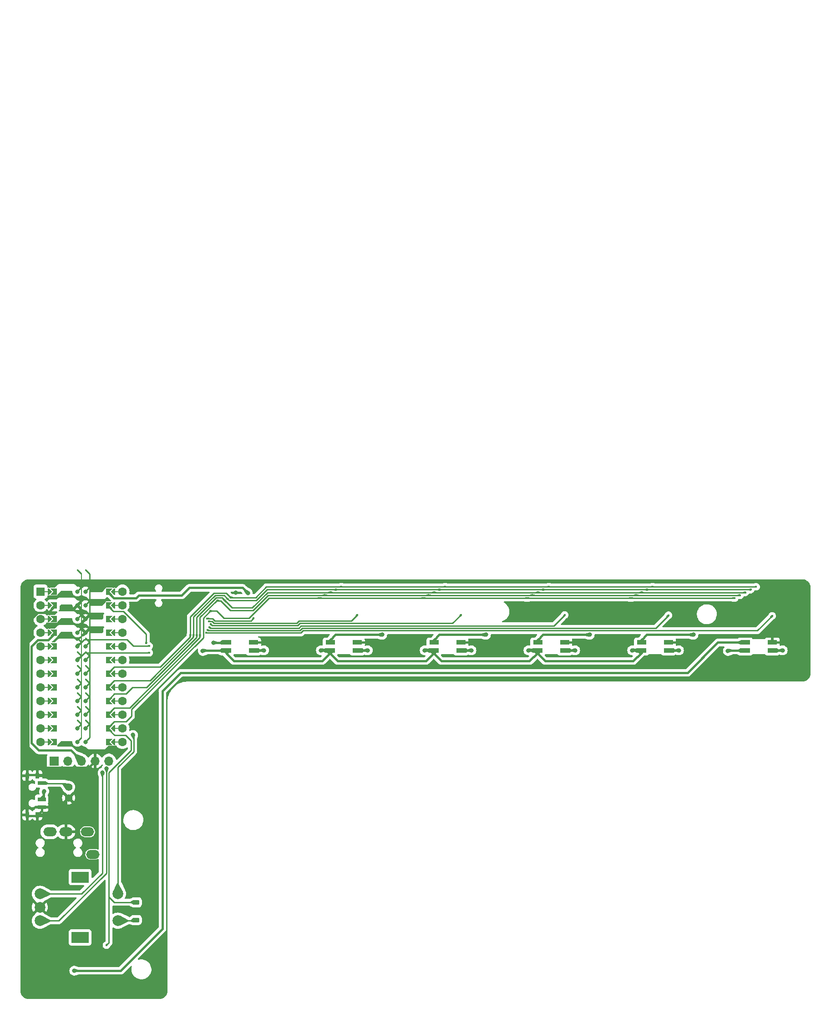
<source format=gtl>
G04 #@! TF.GenerationSoftware,KiCad,Pcbnew,7.0.8*
G04 #@! TF.CreationDate,2023-12-09T01:27:44-08:00*
G04 #@! TF.ProjectId,Seismos_5CoreR,53656973-6d6f-4735-9f35-436f7265522e,rev?*
G04 #@! TF.SameCoordinates,Original*
G04 #@! TF.FileFunction,Copper,L1,Top*
G04 #@! TF.FilePolarity,Positive*
%FSLAX46Y46*%
G04 Gerber Fmt 4.6, Leading zero omitted, Abs format (unit mm)*
G04 Created by KiCad (PCBNEW 7.0.8) date 2023-12-09 01:27:44*
%MOMM*%
%LPD*%
G01*
G04 APERTURE LIST*
G04 Aperture macros list*
%AMRoundRect*
0 Rectangle with rounded corners*
0 $1 Rounding radius*
0 $2 $3 $4 $5 $6 $7 $8 $9 X,Y pos of 4 corners*
0 Add a 4 corners polygon primitive as box body*
4,1,4,$2,$3,$4,$5,$6,$7,$8,$9,$2,$3,0*
0 Add four circle primitives for the rounded corners*
1,1,$1+$1,$2,$3*
1,1,$1+$1,$4,$5*
1,1,$1+$1,$6,$7*
1,1,$1+$1,$8,$9*
0 Add four rect primitives between the rounded corners*
20,1,$1+$1,$2,$3,$4,$5,0*
20,1,$1+$1,$4,$5,$6,$7,0*
20,1,$1+$1,$6,$7,$8,$9,0*
20,1,$1+$1,$8,$9,$2,$3,0*%
%AMFreePoly0*
4,1,5,0.125000,-0.500000,-0.125000,-0.500000,-0.125000,0.500000,0.125000,0.500000,0.125000,-0.500000,0.125000,-0.500000,$1*%
%AMFreePoly1*
4,1,6,0.600000,0.200000,0.000000,-0.400000,-0.600000,0.200000,-0.600000,0.400000,0.600000,0.400000,0.600000,0.200000,0.600000,0.200000,$1*%
%AMFreePoly2*
4,1,6,0.600000,-0.250000,-0.600000,-0.250000,-0.600000,1.000000,0.000000,0.400000,0.600000,1.000000,0.600000,-0.250000,0.600000,-0.250000,$1*%
%AMFreePoly3*
4,1,49,0.088388,4.152388,0.854389,3.386388,0.867767,3.368517,0.871157,3.365580,0.871925,3.362962,0.875711,3.357906,0.882287,3.327671,0.891000,3.298000,0.891000,0.766000,0.887823,0.743906,0.888144,0.739429,0.886835,0.737032,0.885937,0.730783,0.869213,0.704760,0.854389,0.677612,0.088388,-0.088388,0.064431,-0.106321,0.062500,-0.108253,0.061490,-0.108523,0.059906,-0.109710,
0.044798,-0.112996,0.000000,-0.125000,-0.004652,-0.123753,-0.008917,-0.124682,-0.028634,-0.117327,-0.062500,-0.108253,-0.068172,-0.102580,-0.074910,-0.100068,-0.087486,-0.083266,-0.108253,-0.062500,-0.111163,-0.051638,-0.117119,-0.043683,-0.118510,-0.024217,-0.125000,0.000000,-0.121245,0.014013,-0.122144,0.026571,-0.113772,0.041902,-0.108253,0.062500,-0.095631,0.075121,-0.088388,0.088388,
0.641000,0.817776,0.641000,3.246223,-0.088388,3.975612,-0.109710,4.004094,-0.124682,4.072917,-0.100068,4.138910,-0.043683,4.181119,0.026571,4.186144,0.088388,4.152388,0.088388,4.152388,$1*%
%AMFreePoly4*
4,1,49,0.088388,4.152388,0.850389,3.390388,0.863767,3.372517,0.867157,3.369580,0.867925,3.366962,0.871711,3.361906,0.878287,3.331671,0.887000,3.302000,0.887000,0.762000,0.883823,0.739906,0.884144,0.735429,0.882835,0.733032,0.881937,0.726783,0.865213,0.700760,0.850389,0.673612,0.088388,-0.088388,0.064431,-0.106321,0.062500,-0.108253,0.061490,-0.108523,0.059906,-0.109710,
0.044798,-0.112996,0.000000,-0.125000,-0.004652,-0.123753,-0.008917,-0.124682,-0.028634,-0.117327,-0.062500,-0.108253,-0.068172,-0.102580,-0.074910,-0.100068,-0.087486,-0.083266,-0.108253,-0.062500,-0.111163,-0.051638,-0.117119,-0.043683,-0.118510,-0.024217,-0.125000,0.000000,-0.121245,0.014013,-0.122144,0.026571,-0.113772,0.041902,-0.108253,0.062500,-0.095631,0.075121,-0.088388,0.088388,
0.637000,0.813776,0.637000,3.250223,-0.088388,3.975612,-0.109710,4.004094,-0.124682,4.072917,-0.100068,4.138910,-0.043683,4.181119,0.026571,4.186144,0.088388,4.152388,0.088388,4.152388,$1*%
G04 Aperture macros list end*
G04 #@! TA.AperFunction,ComponentPad*
%ADD10C,2.000000*%
G04 #@! TD*
G04 #@! TA.AperFunction,ComponentPad*
%ADD11R,3.200000X2.000000*%
G04 #@! TD*
G04 #@! TA.AperFunction,ComponentPad*
%ADD12O,2.500000X1.700000*%
G04 #@! TD*
G04 #@! TA.AperFunction,SMDPad,CuDef*
%ADD13R,1.803400X0.812800*%
G04 #@! TD*
G04 #@! TA.AperFunction,ComponentPad*
%ADD14R,1.700000X1.700000*%
G04 #@! TD*
G04 #@! TA.AperFunction,ComponentPad*
%ADD15O,1.700000X1.700000*%
G04 #@! TD*
G04 #@! TA.AperFunction,SMDPad,CuDef*
%ADD16R,1.500000X0.700000*%
G04 #@! TD*
G04 #@! TA.AperFunction,SMDPad,CuDef*
%ADD17R,0.800000X1.000000*%
G04 #@! TD*
G04 #@! TA.AperFunction,ComponentPad*
%ADD18C,1.400000*%
G04 #@! TD*
G04 #@! TA.AperFunction,ComponentPad*
%ADD19C,1.600000*%
G04 #@! TD*
G04 #@! TA.AperFunction,SMDPad,CuDef*
%ADD20FreePoly0,270.000000*%
G04 #@! TD*
G04 #@! TA.AperFunction,SMDPad,CuDef*
%ADD21FreePoly1,270.000000*%
G04 #@! TD*
G04 #@! TA.AperFunction,SMDPad,CuDef*
%ADD22FreePoly1,90.000000*%
G04 #@! TD*
G04 #@! TA.AperFunction,SMDPad,CuDef*
%ADD23FreePoly0,90.000000*%
G04 #@! TD*
G04 #@! TA.AperFunction,ComponentPad*
%ADD24R,1.600000X1.600000*%
G04 #@! TD*
G04 #@! TA.AperFunction,SMDPad,CuDef*
%ADD25FreePoly2,270.000000*%
G04 #@! TD*
G04 #@! TA.AperFunction,SMDPad,CuDef*
%ADD26FreePoly3,270.000000*%
G04 #@! TD*
G04 #@! TA.AperFunction,ComponentPad*
%ADD27C,0.800000*%
G04 #@! TD*
G04 #@! TA.AperFunction,SMDPad,CuDef*
%ADD28FreePoly4,90.000000*%
G04 #@! TD*
G04 #@! TA.AperFunction,SMDPad,CuDef*
%ADD29FreePoly2,90.000000*%
G04 #@! TD*
G04 #@! TA.AperFunction,SMDPad,CuDef*
%ADD30RoundRect,0.225000X-0.375000X0.225000X-0.375000X-0.225000X0.375000X-0.225000X0.375000X0.225000X0*%
G04 #@! TD*
G04 #@! TA.AperFunction,ViaPad*
%ADD31C,0.800000*%
G04 #@! TD*
G04 #@! TA.AperFunction,ViaPad*
%ADD32C,0.400000*%
G04 #@! TD*
G04 #@! TA.AperFunction,Conductor*
%ADD33C,0.381000*%
G04 #@! TD*
G04 #@! TA.AperFunction,Conductor*
%ADD34C,0.254000*%
G04 #@! TD*
G04 APERTURE END LIST*
D10*
X33610000Y-78460000D03*
X33610000Y-83460000D03*
X33610000Y-80960000D03*
D11*
X41110000Y-75360000D03*
X41110000Y-86560000D03*
D10*
X48110000Y-83460000D03*
X48110000Y-78460000D03*
D12*
X42470000Y-66925000D03*
X38470000Y-66925000D03*
X35470000Y-66925000D03*
X43470000Y-71125000D03*
D13*
X68348100Y-33249300D03*
X68348100Y-31750700D03*
X73351900Y-31750700D03*
X73351900Y-33249300D03*
X164848100Y-33249300D03*
X164848100Y-31750700D03*
X169851900Y-31750700D03*
X169851900Y-33249300D03*
X126248100Y-33249300D03*
X126248100Y-31750700D03*
X131251900Y-31750700D03*
X131251900Y-33249300D03*
X106948100Y-33249300D03*
X106948100Y-31750700D03*
X111951900Y-31750700D03*
X111951900Y-33249300D03*
D14*
X36284000Y-53766000D03*
D15*
X38824000Y-53766000D03*
X41364000Y-53766000D03*
X43904000Y-53766000D03*
X46444000Y-53766000D03*
D16*
X33950000Y-60882000D03*
D17*
X33165000Y-56482000D03*
X31235000Y-56482000D03*
X33165000Y-63782000D03*
X31235000Y-63782000D03*
D16*
X33950000Y-62382000D03*
X33950000Y-57882000D03*
D18*
X38949500Y-60632000D03*
X38949500Y-58632000D03*
D19*
X48970000Y-22286000D03*
D20*
X47700000Y-22286000D03*
D21*
X47192000Y-22286000D03*
D22*
X35508000Y-22286000D03*
D23*
X35000000Y-22286000D03*
D19*
X33730000Y-22286000D03*
D24*
X33730000Y-22286000D03*
D19*
X48970000Y-24826000D03*
D20*
X47700000Y-24826000D03*
D21*
X47192000Y-24826000D03*
D22*
X35508000Y-24826000D03*
D23*
X35000000Y-24826000D03*
D19*
X33730000Y-24826000D03*
X48970000Y-27366000D03*
D20*
X47700000Y-27366000D03*
D21*
X47192000Y-27366000D03*
D22*
X35508000Y-27366000D03*
D23*
X35000000Y-27366000D03*
D19*
X33730000Y-27366000D03*
X48970000Y-29906000D03*
D20*
X47700000Y-29906000D03*
D21*
X47192000Y-29906000D03*
D22*
X35508000Y-29906000D03*
D23*
X35000000Y-29906000D03*
D19*
X33730000Y-29906000D03*
X48970000Y-32446000D03*
D20*
X47700000Y-32446000D03*
D21*
X47192000Y-32446000D03*
D22*
X35508000Y-32446000D03*
D23*
X35000000Y-32446000D03*
D19*
X33730000Y-32446000D03*
X48970000Y-34986000D03*
D20*
X47700000Y-34986000D03*
D21*
X47192000Y-34986000D03*
D22*
X35508000Y-34986000D03*
D23*
X35000000Y-34986000D03*
D19*
X33730000Y-34986000D03*
X48970000Y-37526000D03*
D20*
X47700000Y-37526000D03*
D21*
X47192000Y-37526000D03*
D22*
X35508000Y-37526000D03*
D23*
X35000000Y-37526000D03*
D19*
X33730000Y-37526000D03*
X48970000Y-40066000D03*
D20*
X47700000Y-40066000D03*
D21*
X47192000Y-40066000D03*
D22*
X35508000Y-40066000D03*
D23*
X35000000Y-40066000D03*
D19*
X33730000Y-40066000D03*
X48970000Y-42606000D03*
D20*
X47700000Y-42606000D03*
D21*
X47192000Y-42606000D03*
D22*
X35508000Y-42606000D03*
D23*
X35000000Y-42606000D03*
D19*
X33730000Y-42606000D03*
X48970000Y-45146000D03*
D20*
X47700000Y-45146000D03*
D21*
X47192000Y-45146000D03*
D22*
X35508000Y-45146000D03*
D23*
X35000000Y-45146000D03*
D19*
X33730000Y-45146000D03*
X48970000Y-47686000D03*
D20*
X47700000Y-47686000D03*
D21*
X47192000Y-47686000D03*
D22*
X35508000Y-47686000D03*
D23*
X35000000Y-47686000D03*
D19*
X33730000Y-47686000D03*
X48970000Y-50226000D03*
D20*
X47700000Y-50226000D03*
D21*
X47192000Y-50226000D03*
D22*
X35508000Y-50226000D03*
D23*
X35000000Y-50226000D03*
D19*
X33730000Y-50226000D03*
D25*
X46176000Y-22286000D03*
D26*
X42112000Y-22286000D03*
D27*
X42112000Y-22286000D03*
D25*
X46176000Y-24826000D03*
D26*
X42112000Y-24826000D03*
D27*
X42112000Y-24826000D03*
D25*
X46176000Y-27366000D03*
D26*
X42112000Y-27366000D03*
D27*
X42112000Y-27366000D03*
D25*
X46176000Y-29906000D03*
D26*
X42112000Y-29906000D03*
D27*
X42112000Y-29906000D03*
D25*
X46176000Y-32446000D03*
D26*
X42112000Y-32446000D03*
D27*
X42112000Y-32446000D03*
D25*
X46176000Y-34986000D03*
D26*
X42112000Y-34986000D03*
D27*
X42112000Y-34986000D03*
D25*
X46176000Y-37526000D03*
D26*
X42112000Y-37526000D03*
D27*
X42112000Y-37526000D03*
D25*
X46176000Y-40066000D03*
D26*
X42112000Y-40066000D03*
D27*
X42112000Y-40066000D03*
D25*
X46176000Y-42606000D03*
D26*
X42112000Y-42606000D03*
D27*
X42112000Y-42606000D03*
D25*
X46176000Y-45146000D03*
D26*
X42112000Y-45146000D03*
D27*
X42112000Y-45146000D03*
D25*
X46176000Y-47686000D03*
D26*
X42112000Y-47686000D03*
D27*
X42112000Y-47686000D03*
D25*
X46176000Y-50226000D03*
D26*
X42112000Y-50226000D03*
D27*
X42112000Y-50226000D03*
D28*
X40588000Y-50226000D03*
D27*
X40588000Y-50226000D03*
D29*
X36524000Y-50226000D03*
D28*
X40588000Y-47686000D03*
D27*
X40588000Y-47686000D03*
D29*
X36524000Y-47686000D03*
D28*
X40588000Y-45146000D03*
D27*
X40588000Y-45146000D03*
D29*
X36524000Y-45146000D03*
D28*
X40588000Y-42606000D03*
D27*
X40588000Y-42606000D03*
D29*
X36524000Y-42606000D03*
D28*
X40588000Y-40066000D03*
D27*
X40588000Y-40066000D03*
D29*
X36524000Y-40066000D03*
D28*
X40588000Y-37526000D03*
D27*
X40588000Y-37526000D03*
D29*
X36524000Y-37526000D03*
D28*
X40588000Y-34986000D03*
D27*
X40588000Y-34986000D03*
D29*
X36524000Y-34986000D03*
D28*
X40588000Y-32446000D03*
D27*
X40588000Y-32446000D03*
D29*
X36524000Y-32446000D03*
D28*
X40588000Y-29906000D03*
D27*
X40588000Y-29906000D03*
D29*
X36524000Y-29906000D03*
D28*
X40588000Y-27366000D03*
D27*
X40588000Y-27366000D03*
D29*
X36524000Y-27366000D03*
D28*
X40588000Y-24826000D03*
D27*
X40588000Y-24826000D03*
D29*
X36524000Y-24826000D03*
D28*
X40588000Y-22286000D03*
D27*
X40588000Y-22286000D03*
D29*
X36524000Y-22286000D03*
D13*
X145548100Y-33249300D03*
X145548100Y-31750700D03*
X150551900Y-31750700D03*
X150551900Y-33249300D03*
D30*
X51500000Y-80050000D03*
X51500000Y-83350000D03*
D13*
X87648100Y-33249300D03*
X87648100Y-31750700D03*
X92651900Y-31750700D03*
X92651900Y-33249300D03*
D31*
X95900000Y-31800000D03*
X173100000Y-31800000D03*
X62050000Y-23450000D03*
X55700000Y-29975000D03*
X70050000Y-22500000D03*
X153800000Y-31800000D03*
X115200000Y-31800000D03*
X76600000Y-31800000D03*
X134500000Y-31800000D03*
D32*
X108950000Y-21390000D03*
X147550000Y-21390000D03*
X61601491Y-30441891D03*
X69125552Y-23397000D03*
X89650000Y-21390000D03*
X166850000Y-21390000D03*
X128250000Y-21390000D03*
X107950000Y-21916500D03*
X62200994Y-30441891D03*
X68551500Y-23648500D03*
X88650000Y-21916500D03*
X127250000Y-21916500D03*
X165850000Y-21916500D03*
X146550000Y-21916500D03*
X62800497Y-30441891D03*
X164850000Y-22443000D03*
X106950000Y-22443000D03*
X145550000Y-22443000D03*
X126250000Y-22443000D03*
X87650000Y-22443000D03*
X67999119Y-23950881D03*
X144550000Y-22969500D03*
X63400000Y-30441891D03*
X66614674Y-23968516D03*
X125250000Y-22969500D03*
X163850000Y-22969500D03*
X86650000Y-22969500D03*
X105950000Y-22969500D03*
D31*
X85900000Y-33200000D03*
X63900000Y-33300000D03*
X161600000Y-33300000D03*
X124500000Y-33200000D03*
X143800000Y-33200000D03*
X105200000Y-33200000D03*
X72300000Y-22550000D03*
D32*
X64750000Y-27300000D03*
X73350000Y-27250000D03*
X92650000Y-26600000D03*
X65059579Y-27826500D03*
X111950000Y-26600000D03*
X65418966Y-28353000D03*
X131250000Y-26650000D03*
X65146869Y-28911043D03*
X150550000Y-26700000D03*
X64814828Y-29410194D03*
D31*
X50927500Y-48926500D03*
D32*
X64525938Y-29935500D03*
X169850000Y-26800000D03*
D31*
X34400000Y-59400000D03*
X45278634Y-55921350D03*
D32*
X53926500Y-32400000D03*
D31*
X46004645Y-55194858D03*
D32*
X53926500Y-33664000D03*
D31*
X75300000Y-33200000D03*
X65900000Y-31800000D03*
X94600000Y-33200000D03*
X97300000Y-30300000D03*
X113900000Y-33200000D03*
X116600000Y-30300000D03*
X133200000Y-33200000D03*
X135900000Y-30300000D03*
X152500000Y-33200000D03*
X155200000Y-30300000D03*
X171800000Y-33200000D03*
X40000000Y-92750000D03*
D32*
X53400000Y-31873500D03*
X104950000Y-23496000D03*
X162850000Y-23496000D03*
X65337354Y-25887354D03*
X143550000Y-23496000D03*
X124250000Y-23496000D03*
X85650000Y-23496000D03*
X46000000Y-88000000D03*
D33*
X35649500Y-63932000D02*
X33325000Y-63932000D01*
X31075000Y-56382000D02*
X31075000Y-63882000D01*
X31800000Y-75600000D02*
X31800000Y-79150000D01*
X33800000Y-73600000D02*
X31800000Y-75600000D01*
X38949500Y-60632000D02*
X35649500Y-63932000D01*
X95850700Y-31750700D02*
X92651900Y-31750700D01*
X43904000Y-53766000D02*
X43904000Y-55677500D01*
X42663500Y-55006500D02*
X34606500Y-55006500D01*
X33325000Y-56332000D02*
X43249500Y-56332000D01*
X76550700Y-31750700D02*
X73351900Y-31750700D01*
X95900000Y-31800000D02*
X95850700Y-31750700D01*
X43904000Y-53766000D02*
X42663500Y-55006500D01*
X43249500Y-56332000D02*
X43904000Y-55677500D01*
X134450700Y-31750700D02*
X131251900Y-31750700D01*
X31800000Y-79150000D02*
X33610000Y-80960000D01*
X33950000Y-62997000D02*
X33165000Y-63782000D01*
X31125000Y-63932000D02*
X31075000Y-63882000D01*
X134500000Y-31800000D02*
X134450700Y-31750700D01*
X38470000Y-71125000D02*
X35995000Y-73600000D01*
X153750700Y-31750700D02*
X150551900Y-31750700D01*
X43904000Y-55677500D02*
X38949500Y-60632000D01*
X33950000Y-62382000D02*
X33950000Y-62997000D01*
X38470000Y-61111500D02*
X38949500Y-60632000D01*
X115150700Y-31750700D02*
X111951900Y-31750700D01*
X31400000Y-28012378D02*
X33236878Y-26175500D01*
X38470000Y-71125000D02*
X38470000Y-61111500D01*
X34606500Y-55006500D02*
X31400000Y-51800000D01*
X33325000Y-63932000D02*
X31125000Y-63932000D01*
X115200000Y-31800000D02*
X115150700Y-31750700D01*
X76600000Y-31800000D02*
X76550700Y-31750700D01*
X33236878Y-26175500D02*
X35174500Y-26175500D01*
X35995000Y-73600000D02*
X33800000Y-73600000D01*
X31400000Y-51800000D02*
X31400000Y-28012378D01*
X173100000Y-31800000D02*
X173050700Y-31750700D01*
X33275000Y-56382000D02*
X33325000Y-56332000D01*
X173050700Y-31750700D02*
X169851900Y-31750700D01*
X31075000Y-56382000D02*
X33275000Y-56382000D01*
X35174500Y-26175500D02*
X36524000Y-24826000D01*
X153800000Y-31800000D02*
X153750700Y-31750700D01*
D34*
X69125552Y-23397000D02*
X69127368Y-23395184D01*
X73736608Y-23395184D02*
X75741792Y-21390000D01*
X69127368Y-23395184D02*
X73736608Y-23395184D01*
X68262068Y-22533516D02*
X66020983Y-22533516D01*
X66020983Y-22533516D02*
X61601491Y-26953010D01*
X61601491Y-30672353D02*
X55973844Y-36300000D01*
X69125552Y-23397000D02*
X68262068Y-22533516D01*
X47402000Y-36300000D02*
X46176000Y-37526000D01*
X61601491Y-26953010D02*
X61601491Y-30441891D01*
X166850000Y-21390000D02*
X147550000Y-21390000D01*
X108950000Y-21390000D02*
X89650000Y-21390000D01*
X61601491Y-30441891D02*
X61601491Y-30672353D01*
X55973844Y-36300000D02*
X47402000Y-36300000D01*
X75741792Y-21390000D02*
X89650000Y-21390000D01*
X147550000Y-21390000D02*
X128250000Y-21390000D01*
X128250000Y-21390000D02*
X108950000Y-21390000D01*
X75857344Y-21916500D02*
X88650000Y-21916500D01*
X146550000Y-21916500D02*
X165850000Y-21916500D01*
X47442000Y-38800000D02*
X46176000Y-40066000D01*
X66209036Y-22987516D02*
X62200994Y-26995559D01*
X107950000Y-21916500D02*
X127250000Y-21916500D01*
X68551500Y-23648500D02*
X68826500Y-23923500D01*
X68551500Y-23648500D02*
X67890516Y-22987516D01*
X68826500Y-23923500D02*
X73850344Y-23923500D01*
X67890516Y-22987516D02*
X66209036Y-22987516D01*
X62200994Y-26995559D02*
X62200994Y-30441891D01*
X73850344Y-23923500D02*
X75857344Y-21916500D01*
X54115896Y-38800000D02*
X47442000Y-38800000D01*
X127250000Y-21916500D02*
X146550000Y-21916500D01*
X62200994Y-30714902D02*
X54115896Y-38800000D01*
X62200994Y-30441891D02*
X62200994Y-30714902D01*
X88650000Y-21916500D02*
X107950000Y-21916500D01*
X75972896Y-22443000D02*
X87650000Y-22443000D01*
X47482000Y-41300000D02*
X46176000Y-42606000D01*
X62800497Y-30757451D02*
X53442129Y-40115819D01*
X62800497Y-27038108D02*
X62800497Y-30441891D01*
X69348238Y-25300000D02*
X73115896Y-25300000D01*
X53442129Y-40115819D02*
X50800000Y-40115819D01*
X145550000Y-22443000D02*
X126250000Y-22443000D01*
X67999119Y-23950881D02*
X69348238Y-25300000D01*
X73115896Y-25300000D02*
X75972896Y-22443000D01*
X67999119Y-23950881D02*
X67489754Y-23441516D01*
X49615819Y-41300000D02*
X47482000Y-41300000D01*
X62800497Y-27038108D02*
X66397088Y-23441516D01*
X50800000Y-40115819D02*
X49615819Y-41300000D01*
X126250000Y-22443000D02*
X106950000Y-22443000D01*
X164850000Y-22443000D02*
X145550000Y-22443000D01*
X67489754Y-23441516D02*
X66397088Y-23441516D01*
X62800497Y-30757451D02*
X62800497Y-30441891D01*
X106950000Y-22443000D02*
X87650000Y-22443000D01*
X66614674Y-23968516D02*
X67268516Y-23968516D01*
X69054000Y-25754000D02*
X73303949Y-25754000D01*
X73303949Y-25754000D02*
X76088448Y-22969500D01*
X63400000Y-30441891D02*
X63400000Y-30800000D01*
X105950000Y-22969500D02*
X125250000Y-22969500D01*
X76088448Y-22969500D02*
X86650000Y-22969500D01*
X67268516Y-23968516D02*
X69054000Y-25754000D01*
X125250000Y-22969500D02*
X144550000Y-22969500D01*
X66614674Y-23968516D02*
X66512141Y-23968516D01*
X63400000Y-27080657D02*
X63400000Y-30441891D01*
X63400000Y-30800000D02*
X50300000Y-43900000D01*
X144550000Y-22969500D02*
X163850000Y-22969500D01*
X86650000Y-22969500D02*
X105950000Y-22969500D01*
X50300000Y-43900000D02*
X47422000Y-43900000D01*
X66512141Y-23968516D02*
X63400000Y-27080657D01*
X47422000Y-43900000D02*
X46176000Y-45146000D01*
D33*
X89000000Y-35200000D02*
X105400000Y-35200000D01*
X126248100Y-33249300D02*
X126248100Y-33848100D01*
X126198800Y-33200000D02*
X126248100Y-33249300D01*
X87598800Y-33200000D02*
X87648100Y-33249300D01*
X32000000Y-32492378D02*
X33236878Y-31255500D01*
X86100000Y-35200000D02*
X87648100Y-33651900D01*
X126248100Y-33651900D02*
X126248100Y-33249300D01*
X33400000Y-51800000D02*
X32000000Y-50400000D01*
X108300000Y-35200000D02*
X124700000Y-35200000D01*
X145548100Y-33651900D02*
X145548100Y-33249300D01*
X68348100Y-33848100D02*
X69700000Y-35200000D01*
X106948100Y-33848100D02*
X108300000Y-35200000D01*
X33236878Y-31255500D02*
X35174500Y-31255500D01*
X87648100Y-33249300D02*
X87648100Y-33848100D01*
X105200000Y-33200000D02*
X106898800Y-33200000D01*
X106948100Y-33651900D02*
X106948100Y-33249300D01*
X106898800Y-33200000D02*
X106948100Y-33249300D01*
X145498800Y-33200000D02*
X145548100Y-33249300D01*
X63950700Y-33249300D02*
X68348100Y-33249300D01*
X85900000Y-33200000D02*
X87598800Y-33200000D01*
X68348100Y-33249300D02*
X68348100Y-33848100D01*
X35174500Y-31255500D02*
X36524000Y-29906000D01*
X144000000Y-35200000D02*
X145548100Y-33651900D01*
X127600000Y-35200000D02*
X144000000Y-35200000D01*
X161600000Y-33300000D02*
X161650700Y-33249300D01*
X143800000Y-33200000D02*
X145498800Y-33200000D01*
X126248100Y-33848100D02*
X127600000Y-35200000D01*
X69700000Y-35200000D02*
X86100000Y-35200000D01*
X87648100Y-33848100D02*
X89000000Y-35200000D01*
X41364000Y-53766000D02*
X39398000Y-51800000D01*
X106948100Y-33249300D02*
X106948100Y-33848100D01*
X39398000Y-51800000D02*
X33400000Y-51800000D01*
X161650700Y-33249300D02*
X164848100Y-33249300D01*
X124700000Y-35200000D02*
X126248100Y-33651900D01*
X87648100Y-33651900D02*
X87648100Y-33249300D01*
X63900000Y-33300000D02*
X63950700Y-33249300D01*
X32000000Y-50400000D02*
X32000000Y-32492378D01*
X105400000Y-35200000D02*
X106948100Y-33651900D01*
X124500000Y-33200000D02*
X126198800Y-33200000D01*
X61410000Y-21590000D02*
X60000000Y-23000000D01*
X71340000Y-21590000D02*
X61410000Y-21590000D01*
X51523500Y-23476500D02*
X47366500Y-23476500D01*
X52000000Y-23000000D02*
X51523500Y-23476500D01*
X72300000Y-22550000D02*
X71340000Y-21590000D01*
X47366500Y-23476500D02*
X46176000Y-22286000D01*
X60000000Y-23000000D02*
X52000000Y-23000000D01*
D34*
X72908000Y-27692000D02*
X66145309Y-27692000D01*
X65753309Y-27300000D02*
X64750000Y-27300000D01*
X66145309Y-27692000D02*
X65753309Y-27300000D01*
X73350000Y-27250000D02*
X72908000Y-27692000D01*
X81819374Y-27730625D02*
X91519375Y-27730625D01*
X65957257Y-28146000D02*
X81403999Y-28146000D01*
X91519375Y-27730625D02*
X92650000Y-26600000D01*
X65637757Y-27826500D02*
X65957257Y-28146000D01*
X65059579Y-27826500D02*
X65637757Y-27826500D01*
X81403999Y-28146000D02*
X81819374Y-27730625D01*
X82007426Y-28184625D02*
X110365375Y-28184625D01*
X81592051Y-28600000D02*
X82007426Y-28184625D01*
X65665966Y-28600000D02*
X81592051Y-28600000D01*
X65418966Y-28353000D02*
X65665966Y-28600000D01*
X110365375Y-28184625D02*
X111950000Y-26600000D01*
X129261375Y-28638625D02*
X131250000Y-26650000D01*
X65289826Y-29054000D02*
X81780103Y-29054000D01*
X65146869Y-28911043D02*
X65289826Y-29054000D01*
X82195478Y-28638625D02*
X129261375Y-28638625D01*
X81780103Y-29054000D02*
X82195478Y-28638625D01*
X81968155Y-29508000D02*
X82383531Y-29092625D01*
X82383531Y-29092625D02*
X148157375Y-29092625D01*
X64814828Y-29410194D02*
X64912634Y-29508000D01*
X64912634Y-29508000D02*
X81968155Y-29508000D01*
X148157375Y-29092625D02*
X150550000Y-26700000D01*
X51054000Y-49053000D02*
X51054000Y-51988053D01*
X48110000Y-54932052D02*
X48110000Y-78460000D01*
X51054000Y-51988053D02*
X48110000Y-54932052D01*
X82603375Y-29546625D02*
X167103375Y-29546625D01*
X167103375Y-29546625D02*
X169850000Y-26800000D01*
X82188000Y-29962000D02*
X82603375Y-29546625D01*
X64525938Y-29935500D02*
X64552438Y-29962000D01*
X50927500Y-48926500D02*
X51054000Y-49053000D01*
X64552438Y-29962000D02*
X82188000Y-29962000D01*
D33*
X34300000Y-59500000D02*
X34400000Y-59400000D01*
X34300000Y-60955000D02*
X34300000Y-59500000D01*
D34*
X45200000Y-55999984D02*
X45200000Y-74600000D01*
X49800000Y-31200000D02*
X41834000Y-31200000D01*
X41340000Y-78460000D02*
X33610000Y-78460000D01*
X45200000Y-74600000D02*
X41340000Y-78460000D01*
X53926500Y-32400000D02*
X51000000Y-32400000D01*
X51000000Y-32400000D02*
X49800000Y-31200000D01*
X45278634Y-55921350D02*
X45200000Y-55999984D01*
X41834000Y-31200000D02*
X40588000Y-32446000D01*
X46004645Y-74595355D02*
X37140000Y-83460000D01*
X41910000Y-33664000D02*
X40588000Y-34986000D01*
X46004645Y-55194858D02*
X46004645Y-74595355D01*
X53926500Y-33664000D02*
X41910000Y-33664000D01*
X37140000Y-83460000D02*
X33610000Y-83460000D01*
D33*
X73351900Y-33249300D02*
X75250700Y-33249300D01*
X75250700Y-33249300D02*
X75300000Y-33200000D01*
X65900000Y-31800000D02*
X68298800Y-31800000D01*
X68298800Y-31800000D02*
X68348100Y-31750700D01*
X94550700Y-33249300D02*
X94600000Y-33200000D01*
X92651900Y-33249300D02*
X94550700Y-33249300D01*
X87648100Y-31750700D02*
X87648100Y-31248100D01*
X87648100Y-31248100D02*
X88596200Y-30300000D01*
X88596200Y-30300000D02*
X97300000Y-30300000D01*
X111951900Y-33249300D02*
X113850700Y-33249300D01*
X113850700Y-33249300D02*
X113900000Y-33200000D01*
X106948100Y-31248100D02*
X107896200Y-30300000D01*
X106948100Y-31750700D02*
X106948100Y-31248100D01*
X107896200Y-30300000D02*
X116600000Y-30300000D01*
X133150700Y-33249300D02*
X133200000Y-33200000D01*
X131251900Y-33249300D02*
X133150700Y-33249300D01*
X126248100Y-31248100D02*
X127196200Y-30300000D01*
X126248100Y-31750700D02*
X126248100Y-31248100D01*
X127196200Y-30300000D02*
X135900000Y-30300000D01*
X150551900Y-33249300D02*
X152450700Y-33249300D01*
X152450700Y-33249300D02*
X152500000Y-33200000D01*
X146496200Y-30300000D02*
X155200000Y-30300000D01*
X145548100Y-31750700D02*
X145548100Y-31248100D01*
X145548100Y-31248100D02*
X146496200Y-30300000D01*
X169851900Y-33249300D02*
X171750700Y-33249300D01*
X171750700Y-33249300D02*
X171800000Y-33200000D01*
X59800000Y-37400000D02*
X154100000Y-37400000D01*
X56400000Y-40800000D02*
X59800000Y-37400000D01*
X154100000Y-37400000D02*
X159749300Y-31750700D01*
X56400000Y-85000000D02*
X56400000Y-40800000D01*
X40000000Y-92750000D02*
X48650000Y-92750000D01*
X48650000Y-92750000D02*
X56400000Y-85000000D01*
X159749300Y-31750700D02*
X164848100Y-31750700D01*
D34*
X34300000Y-57955000D02*
X38272500Y-57955000D01*
X38272500Y-57955000D02*
X38949500Y-58632000D01*
X48110000Y-83460000D02*
X51390000Y-83460000D01*
X51390000Y-83460000D02*
X51500000Y-83350000D01*
X49150819Y-25953000D02*
X47303000Y-25953000D01*
X53400000Y-31873500D02*
X53400000Y-30202181D01*
X53400000Y-30202181D02*
X49150819Y-25953000D01*
X47303000Y-25953000D02*
X46176000Y-24826000D01*
X47490000Y-49000000D02*
X46176000Y-47686000D01*
X50600000Y-51800000D02*
X50600000Y-50000000D01*
X46458645Y-87541355D02*
X46458645Y-78750000D01*
X65337354Y-25887354D02*
X63999438Y-27225270D01*
X46458645Y-79058645D02*
X46458645Y-78750000D01*
X47450000Y-80050000D02*
X46458645Y-79058645D01*
X72462000Y-27238000D02*
X76204000Y-23496000D01*
X66456978Y-25887354D02*
X67807624Y-27238000D01*
X46458645Y-55941355D02*
X50600000Y-51800000D01*
X51500000Y-80050000D02*
X47450000Y-80050000D01*
X65337354Y-25887354D02*
X66456978Y-25887354D01*
X50650000Y-44192052D02*
X50650000Y-45450000D01*
X124250000Y-23496000D02*
X104950000Y-23496000D01*
X63999438Y-30842614D02*
X50650000Y-44192052D01*
X63999438Y-27225270D02*
X63999438Y-30842614D01*
X50650000Y-45450000D02*
X49650000Y-46450000D01*
X47412000Y-46450000D02*
X46176000Y-47686000D01*
X143550000Y-23496000D02*
X124250000Y-23496000D01*
X162850000Y-23496000D02*
X143550000Y-23496000D01*
X46458645Y-78750000D02*
X46458645Y-55941355D01*
X49650000Y-46450000D02*
X47412000Y-46450000D01*
X46000000Y-88000000D02*
X46458645Y-87541355D01*
X76204000Y-23496000D02*
X85650000Y-23496000D01*
X50600000Y-50000000D02*
X49600000Y-49000000D01*
X67807624Y-27238000D02*
X72462000Y-27238000D01*
X49600000Y-49000000D02*
X47490000Y-49000000D01*
X104950000Y-23496000D02*
X85650000Y-23496000D01*
G04 #@! TA.AperFunction,Conductor*
G36*
X40373444Y-79115185D02*
G01*
X40419199Y-79167989D01*
X40429143Y-79237147D01*
X40400118Y-79300703D01*
X40394086Y-79307181D01*
X36913086Y-82788181D01*
X36851763Y-82821666D01*
X36825405Y-82824500D01*
X35768677Y-82824500D01*
X35713871Y-82811731D01*
X34538256Y-82232484D01*
X34505381Y-82208934D01*
X33742533Y-81446086D01*
X33752315Y-81444680D01*
X33883100Y-81384952D01*
X33991761Y-81290798D01*
X34069493Y-81169844D01*
X34093076Y-81089524D01*
X34833434Y-81829882D01*
X34933731Y-81676369D01*
X35033587Y-81448717D01*
X35094612Y-81207738D01*
X35094614Y-81207729D01*
X35115141Y-80960005D01*
X35115141Y-80959994D01*
X35094614Y-80712270D01*
X35094612Y-80712261D01*
X35033587Y-80471282D01*
X34933731Y-80243630D01*
X34833434Y-80090116D01*
X34093076Y-80830475D01*
X34069493Y-80750156D01*
X33991761Y-80629202D01*
X33883100Y-80535048D01*
X33752315Y-80475320D01*
X33742533Y-80473913D01*
X34505387Y-79711058D01*
X34538254Y-79687514D01*
X35713868Y-79108268D01*
X35768673Y-79095500D01*
X40306405Y-79095500D01*
X40373444Y-79115185D01*
G37*
G04 #@! TD.AperFunction*
G04 #@! TA.AperFunction,Conductor*
G36*
X39577107Y-50122414D02*
G01*
X39597749Y-50139048D01*
X39642247Y-50183546D01*
X39675732Y-50244869D01*
X39677887Y-50258265D01*
X39694458Y-50415928D01*
X39694459Y-50415931D01*
X39753470Y-50597549D01*
X39753473Y-50597556D01*
X39848960Y-50762944D01*
X39900775Y-50820490D01*
X39972239Y-50899860D01*
X39976747Y-50904866D01*
X40131248Y-51017118D01*
X40305712Y-51094794D01*
X40492513Y-51134500D01*
X40683487Y-51134500D01*
X40870288Y-51094794D01*
X41044752Y-51017118D01*
X41199253Y-50904866D01*
X41257850Y-50839786D01*
X41317336Y-50803138D01*
X41387193Y-50804468D01*
X41442150Y-50839787D01*
X41496239Y-50899860D01*
X41500747Y-50904866D01*
X41655248Y-51017118D01*
X41829712Y-51094794D01*
X42016513Y-51134500D01*
X42065839Y-51134500D01*
X42132878Y-51154185D01*
X42153519Y-51170818D01*
X42291984Y-51309284D01*
X42372619Y-51389919D01*
X42389249Y-51410554D01*
X42391295Y-51413737D01*
X42428152Y-51445673D01*
X42431384Y-51448682D01*
X42435851Y-51453149D01*
X42435851Y-51453150D01*
X42439060Y-51456359D01*
X42447761Y-51462872D01*
X42451195Y-51465639D01*
X42488822Y-51498243D01*
X42501805Y-51509493D01*
X42563545Y-51549171D01*
X42563549Y-51549173D01*
X42563555Y-51549177D01*
X42574164Y-51554022D01*
X42578098Y-51555991D01*
X42599930Y-51567910D01*
X42604143Y-51570210D01*
X42631904Y-51580562D01*
X42635962Y-51582243D01*
X42662888Y-51594540D01*
X42696560Y-51609918D01*
X42696561Y-51609918D01*
X42696563Y-51609919D01*
X42704911Y-51611119D01*
X42706245Y-51611311D01*
X42731930Y-51617866D01*
X42735817Y-51619315D01*
X42741109Y-51621289D01*
X42769434Y-51623314D01*
X42807607Y-51626044D01*
X42811994Y-51626515D01*
X42836078Y-51629978D01*
X42841296Y-51630729D01*
X42870890Y-51630729D01*
X42875313Y-51630886D01*
X42886960Y-51631720D01*
X42898607Y-51630886D01*
X42903030Y-51630729D01*
X45334005Y-51630729D01*
X45360363Y-51633563D01*
X45364050Y-51634365D01*
X45412686Y-51630886D01*
X45417107Y-51630729D01*
X45428002Y-51630729D01*
X45428005Y-51630729D01*
X45438791Y-51629176D01*
X45443169Y-51628706D01*
X45509900Y-51623935D01*
X45532633Y-51618990D01*
X45532632Y-51618989D01*
X45573649Y-51610068D01*
X45574339Y-51609918D01*
X45581617Y-51608335D01*
X45581710Y-51608315D01*
X45592768Y-51604188D01*
X45596982Y-51602785D01*
X45620478Y-51595890D01*
X45620479Y-51595891D01*
X45625083Y-51594540D01*
X45625178Y-51594512D01*
X45652113Y-51582209D01*
X45656148Y-51580537D01*
X45718706Y-51557195D01*
X45726507Y-51551352D01*
X45749325Y-51537811D01*
X45758185Y-51533766D01*
X45808628Y-51490054D01*
X45812055Y-51487292D01*
X45835750Y-51469550D01*
X45839144Y-51466155D01*
X45839143Y-51466154D01*
X45856586Y-51448707D01*
X45859823Y-51445692D01*
X45868691Y-51438009D01*
X45876359Y-51429158D01*
X45879330Y-51425966D01*
X46340510Y-50964788D01*
X46401833Y-50931303D01*
X46428191Y-50928469D01*
X47176002Y-50928469D01*
X47215208Y-50920670D01*
X47215208Y-50920669D01*
X47215213Y-50920669D01*
X47215217Y-50920666D01*
X47226493Y-50915996D01*
X47226924Y-50917038D01*
X47281788Y-50899860D01*
X47341415Y-50916218D01*
X47341507Y-50915996D01*
X47343274Y-50916728D01*
X47349168Y-50918345D01*
X47352774Y-50920663D01*
X47352784Y-50920667D01*
X47352787Y-50920669D01*
X47352790Y-50920669D01*
X47352791Y-50920670D01*
X47391997Y-50928469D01*
X47392000Y-50928469D01*
X47592002Y-50928469D01*
X47631208Y-50920670D01*
X47631208Y-50920669D01*
X47631213Y-50920669D01*
X47664457Y-50898457D01*
X47664457Y-50898456D01*
X47674614Y-50891671D01*
X47675797Y-50893441D01*
X47723190Y-50867563D01*
X47749548Y-50864729D01*
X47755309Y-50864729D01*
X47822348Y-50884414D01*
X47856882Y-50917603D01*
X47963802Y-51070300D01*
X48125700Y-51232198D01*
X48313251Y-51363523D01*
X48414112Y-51410555D01*
X48520750Y-51460281D01*
X48520752Y-51460281D01*
X48520757Y-51460284D01*
X48741913Y-51519543D01*
X48904483Y-51533766D01*
X48969998Y-51539498D01*
X48970000Y-51539498D01*
X48970002Y-51539498D01*
X49035517Y-51533766D01*
X49198087Y-51519543D01*
X49419243Y-51460284D01*
X49626749Y-51363523D01*
X49769379Y-51263651D01*
X49835582Y-51241326D01*
X49903349Y-51258336D01*
X49951163Y-51309284D01*
X49964500Y-51365228D01*
X49964500Y-51485404D01*
X49944815Y-51552443D01*
X49928181Y-51573085D01*
X47977445Y-53523820D01*
X47916122Y-53557305D01*
X47846430Y-53552321D01*
X47790497Y-53510449D01*
X47769558Y-53466579D01*
X47733296Y-53323385D01*
X47642859Y-53117207D01*
X47519723Y-52928734D01*
X47519715Y-52928723D01*
X47367243Y-52763097D01*
X47367238Y-52763092D01*
X47189577Y-52624812D01*
X47189572Y-52624808D01*
X46991580Y-52517661D01*
X46991577Y-52517659D01*
X46991574Y-52517658D01*
X46991571Y-52517657D01*
X46991569Y-52517656D01*
X46778637Y-52444556D01*
X46556569Y-52407500D01*
X46331431Y-52407500D01*
X46109362Y-52444556D01*
X45896430Y-52517656D01*
X45896419Y-52517661D01*
X45698427Y-52624808D01*
X45698422Y-52624812D01*
X45520761Y-52763092D01*
X45520756Y-52763097D01*
X45368284Y-52928723D01*
X45368276Y-52928734D01*
X45274251Y-53072650D01*
X45221105Y-53118007D01*
X45151873Y-53127430D01*
X45088538Y-53097928D01*
X45068868Y-53075951D01*
X44942113Y-52894926D01*
X44942108Y-52894920D01*
X44775082Y-52727894D01*
X44581578Y-52592399D01*
X44367492Y-52492570D01*
X44367486Y-52492567D01*
X44154000Y-52435364D01*
X44154000Y-53330498D01*
X44046315Y-53281320D01*
X43939763Y-53266000D01*
X43868237Y-53266000D01*
X43761685Y-53281320D01*
X43654000Y-53330498D01*
X43654000Y-52435364D01*
X43653999Y-52435364D01*
X43440513Y-52492567D01*
X43440507Y-52492570D01*
X43226422Y-52592399D01*
X43226420Y-52592400D01*
X43032926Y-52727886D01*
X43032920Y-52727891D01*
X42865891Y-52894920D01*
X42865890Y-52894922D01*
X42739131Y-53075952D01*
X42684554Y-53119577D01*
X42615055Y-53126769D01*
X42552701Y-53095247D01*
X42533752Y-53072656D01*
X42439722Y-52928732D01*
X42439715Y-52928725D01*
X42439715Y-52928723D01*
X42287243Y-52763097D01*
X42287238Y-52763092D01*
X42109577Y-52624812D01*
X42109572Y-52624808D01*
X41911579Y-52517660D01*
X41911575Y-52517658D01*
X41911574Y-52517658D01*
X41893951Y-52511607D01*
X41872624Y-52501947D01*
X41867310Y-52498905D01*
X41867304Y-52498902D01*
X41867303Y-52498902D01*
X41400678Y-52314120D01*
X40596702Y-51995748D01*
X40554675Y-51968139D01*
X40541690Y-51955154D01*
X39908505Y-51321969D01*
X39905971Y-51319277D01*
X39864927Y-51272948D01*
X39864926Y-51272947D01*
X39864925Y-51272946D01*
X39814003Y-51237797D01*
X39810988Y-51235578D01*
X39762272Y-51197414D01*
X39753080Y-51193277D01*
X39733532Y-51182252D01*
X39725226Y-51176519D01*
X39725225Y-51176518D01*
X39667364Y-51154574D01*
X39663904Y-51153141D01*
X39607485Y-51127750D01*
X39607483Y-51127749D01*
X39597557Y-51125929D01*
X39575949Y-51119906D01*
X39566510Y-51116327D01*
X39505078Y-51108867D01*
X39501378Y-51108304D01*
X39460902Y-51100887D01*
X39440516Y-51097151D01*
X39440512Y-51097150D01*
X39378748Y-51100887D01*
X39375004Y-51101000D01*
X36943110Y-51101000D01*
X36876071Y-51081315D01*
X36830316Y-51028511D01*
X36820372Y-50959353D01*
X36840006Y-50908112D01*
X36850991Y-50891671D01*
X36868669Y-50865213D01*
X36876469Y-50826000D01*
X36876469Y-50820490D01*
X36896154Y-50753451D01*
X36926159Y-50721222D01*
X36949696Y-50703603D01*
X37514252Y-50139048D01*
X37575575Y-50105563D01*
X37601933Y-50102729D01*
X39510068Y-50102729D01*
X39577107Y-50122414D01*
G37*
G04 #@! TD.AperFunction*
G04 #@! TA.AperFunction,Conductor*
G36*
X65134444Y-22308685D02*
G01*
X65180199Y-22361489D01*
X65190143Y-22430647D01*
X65161118Y-22494203D01*
X65155086Y-22500681D01*
X61211412Y-26444354D01*
X61199022Y-26454282D01*
X61199193Y-26454489D01*
X61193187Y-26459457D01*
X61168533Y-26485711D01*
X61145065Y-26510702D01*
X61137994Y-26517772D01*
X61123856Y-26531910D01*
X61123854Y-26531912D01*
X61119499Y-26537526D01*
X61115709Y-26541963D01*
X61083273Y-26576504D01*
X61083272Y-26576506D01*
X61073391Y-26594478D01*
X61062716Y-26610729D01*
X61050143Y-26626939D01*
X61050140Y-26626943D01*
X61031318Y-26670438D01*
X61028748Y-26675684D01*
X61005921Y-26717207D01*
X61000820Y-26737074D01*
X60994521Y-26755472D01*
X60986375Y-26774297D01*
X60986372Y-26774306D01*
X60978960Y-26821108D01*
X60977775Y-26826830D01*
X60965991Y-26872721D01*
X60965991Y-26893235D01*
X60964464Y-26912634D01*
X60961449Y-26931673D01*
X60961256Y-26932889D01*
X60964699Y-26969314D01*
X60965716Y-26980069D01*
X60965991Y-26985907D01*
X60965991Y-29956797D01*
X60963976Y-29979060D01*
X60914707Y-30249015D01*
X60908672Y-30270702D01*
X60908527Y-30271083D01*
X60908526Y-30271086D01*
X60904466Y-30304525D01*
X60903910Y-30308182D01*
X60896805Y-30347117D01*
X60893725Y-30369548D01*
X60892494Y-30382842D01*
X60892569Y-30398446D01*
X60892117Y-30406231D01*
X60890592Y-30418779D01*
X60890045Y-30422392D01*
X60887926Y-30434043D01*
X60887683Y-30440588D01*
X60865520Y-30506850D01*
X60851450Y-30523659D01*
X55746930Y-35628181D01*
X55685607Y-35661666D01*
X55659249Y-35664500D01*
X50292021Y-35664500D01*
X50224982Y-35644815D01*
X50179227Y-35592011D01*
X50169283Y-35522853D01*
X50179638Y-35488096D01*
X50204284Y-35435243D01*
X50263543Y-35214087D01*
X50283498Y-34986000D01*
X50263543Y-34757913D01*
X50204284Y-34536757D01*
X50175907Y-34475903D01*
X50165416Y-34406827D01*
X50193936Y-34343043D01*
X50252412Y-34304804D01*
X50288290Y-34299500D01*
X53441414Y-34299500D01*
X53463676Y-34301515D01*
X53501304Y-34308382D01*
X53803962Y-34363617D01*
X53807601Y-34364397D01*
X53831335Y-34370247D01*
X53840470Y-34372500D01*
X53840472Y-34372500D01*
X53859245Y-34372500D01*
X53864990Y-34372766D01*
X53867236Y-34372976D01*
X53951192Y-34372583D01*
X53969130Y-34372500D01*
X54012528Y-34372500D01*
X54179579Y-34331326D01*
X54179579Y-34331325D01*
X54179583Y-34331325D01*
X54331930Y-34251367D01*
X54460715Y-34137273D01*
X54558454Y-33995675D01*
X54619465Y-33834801D01*
X54640204Y-33664000D01*
X54639574Y-33658807D01*
X54619465Y-33493198D01*
X54558454Y-33332326D01*
X54558454Y-33332325D01*
X54460715Y-33190727D01*
X54460713Y-33190725D01*
X54460710Y-33190722D01*
X54386316Y-33124815D01*
X54349189Y-33065626D01*
X54349957Y-32995761D01*
X54386316Y-32939185D01*
X54448865Y-32883771D01*
X54460715Y-32873273D01*
X54558454Y-32731675D01*
X54619465Y-32570801D01*
X54640204Y-32400000D01*
X54637446Y-32377281D01*
X54619465Y-32229198D01*
X54560775Y-32074446D01*
X54558454Y-32068325D01*
X54460715Y-31926727D01*
X54460713Y-31926725D01*
X54460710Y-31926722D01*
X54331932Y-31812634D01*
X54240220Y-31764500D01*
X54179583Y-31732675D01*
X54179580Y-31732674D01*
X54179576Y-31732672D01*
X54170259Y-31730376D01*
X54109879Y-31695219D01*
X54078091Y-31633000D01*
X54077951Y-31632242D01*
X54037515Y-31410672D01*
X54035500Y-31388410D01*
X54035500Y-30286031D01*
X54037241Y-30270257D01*
X54036974Y-30270232D01*
X54037708Y-30262464D01*
X54036324Y-30218443D01*
X54035500Y-30192209D01*
X54035500Y-30162198D01*
X54034611Y-30155161D01*
X54034152Y-30149333D01*
X54032664Y-30101976D01*
X54029425Y-30090827D01*
X54026942Y-30082281D01*
X54022999Y-30063248D01*
X54020427Y-30042882D01*
X54002976Y-29998808D01*
X54001087Y-29993288D01*
X53987867Y-29947785D01*
X53977431Y-29930141D01*
X53968870Y-29912666D01*
X53961319Y-29893593D01*
X53933445Y-29855227D01*
X53930254Y-29850368D01*
X53906136Y-29809585D01*
X53906129Y-29809576D01*
X53891633Y-29795080D01*
X53878995Y-29780284D01*
X53877405Y-29778095D01*
X53866942Y-29763694D01*
X53830422Y-29733482D01*
X53826100Y-29729548D01*
X49959206Y-25862654D01*
X49925721Y-25801331D01*
X49930705Y-25731639D01*
X49959206Y-25687292D01*
X49959835Y-25686663D01*
X49976198Y-25670300D01*
X50107523Y-25482749D01*
X50204284Y-25275243D01*
X50263543Y-25054087D01*
X50281081Y-24853621D01*
X50283498Y-24826001D01*
X50283498Y-24825998D01*
X50275867Y-24738777D01*
X50263543Y-24597913D01*
X50204284Y-24376757D01*
X50192694Y-24351903D01*
X50182203Y-24282828D01*
X50210722Y-24219044D01*
X50269199Y-24180804D01*
X50305077Y-24175500D01*
X51500504Y-24175500D01*
X51504248Y-24175613D01*
X51566013Y-24179349D01*
X51566013Y-24179348D01*
X51566015Y-24179349D01*
X51587017Y-24175500D01*
X51626883Y-24168194D01*
X51630581Y-24167631D01*
X51692010Y-24160173D01*
X51701449Y-24156592D01*
X51723060Y-24150569D01*
X51732983Y-24148751D01*
X51789425Y-24123347D01*
X51792838Y-24121933D01*
X51850727Y-24099980D01*
X51859033Y-24094245D01*
X51878578Y-24083222D01*
X51887775Y-24079084D01*
X51936499Y-24040910D01*
X51939491Y-24038709D01*
X51990427Y-24003552D01*
X52031487Y-23957203D01*
X52033990Y-23954544D01*
X52253218Y-23735316D01*
X52314540Y-23701834D01*
X52340898Y-23699000D01*
X55168723Y-23699000D01*
X55235762Y-23718685D01*
X55281517Y-23771489D01*
X55291461Y-23840647D01*
X55262436Y-23904203D01*
X55249608Y-23915692D01*
X55250185Y-23916343D01*
X55244574Y-23921313D01*
X55131763Y-24048650D01*
X55052710Y-24199273D01*
X55012000Y-24364444D01*
X55012000Y-24534555D01*
X55052710Y-24699726D01*
X55131763Y-24850349D01*
X55131766Y-24850352D01*
X55244571Y-24977683D01*
X55314570Y-25026000D01*
X55384568Y-25074317D01*
X55384569Y-25074317D01*
X55384570Y-25074318D01*
X55543628Y-25134640D01*
X55619528Y-25143856D01*
X55670126Y-25150000D01*
X55670128Y-25150000D01*
X55754874Y-25150000D01*
X55797038Y-25144880D01*
X55881372Y-25134640D01*
X56040430Y-25074318D01*
X56180429Y-24977683D01*
X56293234Y-24850352D01*
X56309172Y-24819986D01*
X56336991Y-24766980D01*
X56372290Y-24699725D01*
X56413000Y-24534556D01*
X56413000Y-24364444D01*
X56372290Y-24199275D01*
X56361832Y-24179349D01*
X56293236Y-24048650D01*
X56226369Y-23973173D01*
X56180429Y-23921317D01*
X56180427Y-23921316D01*
X56180425Y-23921313D01*
X56174815Y-23916343D01*
X56176886Y-23914004D01*
X56141848Y-23870771D01*
X56134186Y-23801323D01*
X56165287Y-23738757D01*
X56225277Y-23702938D01*
X56256277Y-23699000D01*
X59977004Y-23699000D01*
X59980748Y-23699113D01*
X60042513Y-23702849D01*
X60042513Y-23702848D01*
X60042515Y-23702849D01*
X60063517Y-23699000D01*
X60103383Y-23691694D01*
X60107081Y-23691131D01*
X60168510Y-23683673D01*
X60177949Y-23680092D01*
X60199560Y-23674069D01*
X60209483Y-23672251D01*
X60265925Y-23646847D01*
X60269338Y-23645433D01*
X60327227Y-23623480D01*
X60335533Y-23617745D01*
X60355078Y-23606722D01*
X60364275Y-23602584D01*
X60412999Y-23564410D01*
X60415991Y-23562209D01*
X60466927Y-23527052D01*
X60507987Y-23480703D01*
X60510506Y-23478028D01*
X61663216Y-22325319D01*
X61724539Y-22291834D01*
X61750897Y-22289000D01*
X65067405Y-22289000D01*
X65134444Y-22308685D01*
G37*
G04 #@! TD.AperFunction*
G04 #@! TA.AperFunction,Conductor*
G36*
X87493215Y-30201810D02*
G01*
X87538970Y-30254614D01*
X87548914Y-30323772D01*
X87519889Y-30387328D01*
X87513864Y-30393798D01*
X87418428Y-30489235D01*
X87365003Y-30542660D01*
X87361999Y-30545470D01*
X87346276Y-30559234D01*
X87334759Y-30569316D01*
X87334757Y-30569318D01*
X87334755Y-30569320D01*
X87314654Y-30592753D01*
X87311436Y-30596227D01*
X87170085Y-30737577D01*
X87167358Y-30740144D01*
X87121050Y-30781171D01*
X87121044Y-30781176D01*
X87120307Y-30782246D01*
X87119565Y-30782846D01*
X87116075Y-30786787D01*
X87115419Y-30786206D01*
X87066022Y-30826233D01*
X87018261Y-30835800D01*
X86697745Y-30835800D01*
X86637197Y-30842311D01*
X86637195Y-30842311D01*
X86500195Y-30893411D01*
X86383139Y-30981039D01*
X86295511Y-31098095D01*
X86244411Y-31235095D01*
X86244411Y-31235097D01*
X86237900Y-31295645D01*
X86237900Y-32189899D01*
X86218215Y-32256938D01*
X86165411Y-32302693D01*
X86096253Y-32312637D01*
X86088120Y-32311189D01*
X85995488Y-32291500D01*
X85995487Y-32291500D01*
X85804513Y-32291500D01*
X85617714Y-32331205D01*
X85552359Y-32360303D01*
X85455777Y-32403304D01*
X85443246Y-32408883D01*
X85288745Y-32521135D01*
X85160959Y-32663057D01*
X85065473Y-32828443D01*
X85065470Y-32828450D01*
X85006459Y-33010068D01*
X85006458Y-33010072D01*
X84986496Y-33200000D01*
X85006458Y-33389928D01*
X85006459Y-33389931D01*
X85065470Y-33571549D01*
X85065473Y-33571556D01*
X85160960Y-33736944D01*
X85288747Y-33878866D01*
X85443248Y-33991118D01*
X85617712Y-34068794D01*
X85804513Y-34108500D01*
X85903602Y-34108500D01*
X85970641Y-34128185D01*
X86016396Y-34180989D01*
X86026340Y-34250147D01*
X85997315Y-34313703D01*
X85991283Y-34320181D01*
X85846783Y-34464681D01*
X85785460Y-34498166D01*
X85759102Y-34501000D01*
X70040897Y-34501000D01*
X69973858Y-34481315D01*
X69953216Y-34464681D01*
X69643844Y-34155309D01*
X69610359Y-34093986D01*
X69615343Y-34024294D01*
X69632258Y-33993317D01*
X69647775Y-33972589D01*
X69703709Y-33930718D01*
X69747042Y-33922900D01*
X71952958Y-33922900D01*
X72019997Y-33942585D01*
X72052224Y-33972588D01*
X72086938Y-34018960D01*
X72086939Y-34018961D01*
X72203996Y-34106589D01*
X72317159Y-34148797D01*
X72333301Y-34154818D01*
X72340999Y-34157689D01*
X72368250Y-34160618D01*
X72401545Y-34164199D01*
X72401562Y-34164200D01*
X74280089Y-34164200D01*
X74283005Y-34164269D01*
X74295291Y-34164847D01*
X74298835Y-34165014D01*
X74298836Y-34165013D01*
X74298839Y-34165014D01*
X74305041Y-34164418D01*
X74307749Y-34164158D01*
X74313553Y-34163284D01*
X74320594Y-34162226D01*
X74341696Y-34159957D01*
X74362801Y-34157689D01*
X74499804Y-34106589D01*
X74499808Y-34106585D01*
X74507609Y-34102323D01*
X74507640Y-34102379D01*
X74509323Y-34101309D01*
X74657210Y-34022744D01*
X74725645Y-34008676D01*
X74740113Y-34010743D01*
X75001779Y-34064032D01*
X75008559Y-34065819D01*
X75017706Y-34068791D01*
X75017712Y-34068794D01*
X75204513Y-34108500D01*
X75395487Y-34108500D01*
X75582288Y-34068794D01*
X75756752Y-33991118D01*
X75911253Y-33878866D01*
X76039040Y-33736944D01*
X76134527Y-33571556D01*
X76193542Y-33389928D01*
X76213504Y-33200000D01*
X76193542Y-33010072D01*
X76134527Y-32828444D01*
X76039040Y-32663056D01*
X75911253Y-32521134D01*
X75756752Y-32408882D01*
X75582288Y-32331206D01*
X75582286Y-32331205D01*
X75395487Y-32291500D01*
X75204513Y-32291500D01*
X75017715Y-32331205D01*
X75017713Y-32331205D01*
X75017712Y-32331206D01*
X74994914Y-32341356D01*
X74969286Y-32349568D01*
X74963210Y-32350808D01*
X74915165Y-32368028D01*
X74845415Y-32372116D01*
X74784528Y-32337846D01*
X74751834Y-32276097D01*
X74750040Y-32238042D01*
X74753599Y-32204941D01*
X74753600Y-32204927D01*
X74753600Y-32000700D01*
X73225900Y-32000700D01*
X73158861Y-31981015D01*
X73113106Y-31928211D01*
X73101900Y-31876700D01*
X73101900Y-31624700D01*
X73121585Y-31557661D01*
X73174389Y-31511906D01*
X73225900Y-31500700D01*
X74753600Y-31500700D01*
X74753600Y-31296472D01*
X74753599Y-31296455D01*
X74747198Y-31236927D01*
X74747196Y-31236920D01*
X74696954Y-31102213D01*
X74696950Y-31102206D01*
X74610790Y-30987112D01*
X74610787Y-30987109D01*
X74495693Y-30900949D01*
X74495686Y-30900945D01*
X74360979Y-30850703D01*
X74360972Y-30850701D01*
X74305984Y-30844789D01*
X74241433Y-30818051D01*
X74201585Y-30760658D01*
X74199092Y-30690833D01*
X74234745Y-30630744D01*
X74297225Y-30599470D01*
X74319240Y-30597500D01*
X82104153Y-30597500D01*
X82119932Y-30599241D01*
X82119958Y-30598974D01*
X82127711Y-30599706D01*
X82127719Y-30599708D01*
X82197985Y-30597500D01*
X82227983Y-30597500D01*
X82235013Y-30596611D01*
X82240836Y-30596153D01*
X82288205Y-30594665D01*
X82307906Y-30588940D01*
X82326951Y-30584997D01*
X82347299Y-30582427D01*
X82391393Y-30564968D01*
X82396856Y-30563098D01*
X82442393Y-30549869D01*
X82460054Y-30539423D01*
X82477512Y-30530871D01*
X82496588Y-30523319D01*
X82534928Y-30495462D01*
X82539800Y-30492261D01*
X82580598Y-30468134D01*
X82595094Y-30453637D01*
X82609892Y-30440998D01*
X82626487Y-30428942D01*
X82656702Y-30392416D01*
X82660627Y-30388104D01*
X82830291Y-30218443D01*
X82891614Y-30184959D01*
X82917971Y-30182125D01*
X87426176Y-30182125D01*
X87493215Y-30201810D01*
G37*
G04 #@! TD.AperFunction*
G04 #@! TA.AperFunction,Conductor*
G36*
X106793215Y-30201810D02*
G01*
X106838970Y-30254614D01*
X106848914Y-30323772D01*
X106819889Y-30387328D01*
X106813864Y-30393798D01*
X106718428Y-30489235D01*
X106665003Y-30542660D01*
X106661999Y-30545470D01*
X106646276Y-30559234D01*
X106634759Y-30569316D01*
X106634757Y-30569318D01*
X106634755Y-30569320D01*
X106614654Y-30592753D01*
X106611436Y-30596227D01*
X106470085Y-30737577D01*
X106467358Y-30740144D01*
X106421050Y-30781171D01*
X106421044Y-30781176D01*
X106420307Y-30782246D01*
X106419565Y-30782846D01*
X106416075Y-30786787D01*
X106415419Y-30786206D01*
X106366022Y-30826233D01*
X106318261Y-30835800D01*
X105997745Y-30835800D01*
X105937197Y-30842311D01*
X105937195Y-30842311D01*
X105800195Y-30893411D01*
X105683139Y-30981039D01*
X105595511Y-31098095D01*
X105544411Y-31235095D01*
X105544411Y-31235097D01*
X105537900Y-31295645D01*
X105537900Y-32189899D01*
X105518215Y-32256938D01*
X105465411Y-32302693D01*
X105396253Y-32312637D01*
X105388120Y-32311189D01*
X105295488Y-32291500D01*
X105295487Y-32291500D01*
X105104513Y-32291500D01*
X104917714Y-32331205D01*
X104852359Y-32360303D01*
X104755777Y-32403304D01*
X104743246Y-32408883D01*
X104588745Y-32521135D01*
X104460959Y-32663057D01*
X104365473Y-32828443D01*
X104365470Y-32828450D01*
X104306459Y-33010068D01*
X104306458Y-33010072D01*
X104286496Y-33200000D01*
X104306458Y-33389928D01*
X104306459Y-33389931D01*
X104365470Y-33571549D01*
X104365473Y-33571556D01*
X104460960Y-33736944D01*
X104588747Y-33878866D01*
X104743248Y-33991118D01*
X104917712Y-34068794D01*
X105104513Y-34108500D01*
X105203602Y-34108500D01*
X105270641Y-34128185D01*
X105316396Y-34180989D01*
X105326340Y-34250147D01*
X105297315Y-34313703D01*
X105291283Y-34320181D01*
X105146783Y-34464681D01*
X105085460Y-34498166D01*
X105059102Y-34501000D01*
X89340897Y-34501000D01*
X89273858Y-34481315D01*
X89253216Y-34464681D01*
X88943844Y-34155309D01*
X88910359Y-34093986D01*
X88915343Y-34024294D01*
X88932258Y-33993317D01*
X88947775Y-33972589D01*
X89003709Y-33930718D01*
X89047042Y-33922900D01*
X91252958Y-33922900D01*
X91319997Y-33942585D01*
X91352224Y-33972588D01*
X91386938Y-34018960D01*
X91386939Y-34018961D01*
X91503996Y-34106589D01*
X91617159Y-34148797D01*
X91633301Y-34154818D01*
X91640999Y-34157689D01*
X91668250Y-34160618D01*
X91701545Y-34164199D01*
X91701562Y-34164200D01*
X93580089Y-34164200D01*
X93583005Y-34164269D01*
X93595291Y-34164847D01*
X93598835Y-34165014D01*
X93598836Y-34165013D01*
X93598839Y-34165014D01*
X93605041Y-34164418D01*
X93607749Y-34164158D01*
X93613553Y-34163284D01*
X93620594Y-34162226D01*
X93641696Y-34159957D01*
X93662801Y-34157689D01*
X93799804Y-34106589D01*
X93799808Y-34106585D01*
X93807609Y-34102323D01*
X93807640Y-34102379D01*
X93809323Y-34101309D01*
X93957210Y-34022744D01*
X94025645Y-34008676D01*
X94040113Y-34010743D01*
X94301779Y-34064032D01*
X94308559Y-34065819D01*
X94317706Y-34068791D01*
X94317712Y-34068794D01*
X94504513Y-34108500D01*
X94695487Y-34108500D01*
X94882288Y-34068794D01*
X95056752Y-33991118D01*
X95211253Y-33878866D01*
X95339040Y-33736944D01*
X95434527Y-33571556D01*
X95493542Y-33389928D01*
X95513504Y-33200000D01*
X95493542Y-33010072D01*
X95434527Y-32828444D01*
X95339040Y-32663056D01*
X95211253Y-32521134D01*
X95056752Y-32408882D01*
X94882288Y-32331206D01*
X94882286Y-32331205D01*
X94695487Y-32291500D01*
X94504513Y-32291500D01*
X94317715Y-32331205D01*
X94317713Y-32331205D01*
X94317712Y-32331206D01*
X94294914Y-32341356D01*
X94269286Y-32349568D01*
X94263210Y-32350808D01*
X94215165Y-32368028D01*
X94145415Y-32372116D01*
X94084528Y-32337846D01*
X94051834Y-32276097D01*
X94050040Y-32238042D01*
X94053599Y-32204941D01*
X94053600Y-32204927D01*
X94053600Y-32000700D01*
X92525900Y-32000700D01*
X92458861Y-31981015D01*
X92413106Y-31928211D01*
X92401900Y-31876700D01*
X92401900Y-31624700D01*
X92421585Y-31557661D01*
X92474389Y-31511906D01*
X92525900Y-31500700D01*
X94053600Y-31500700D01*
X94053600Y-31296472D01*
X94053599Y-31296455D01*
X94047198Y-31236927D01*
X94047197Y-31236923D01*
X94020869Y-31166334D01*
X94015885Y-31096642D01*
X94049370Y-31035319D01*
X94110693Y-31001834D01*
X94137051Y-30999000D01*
X96395346Y-30999000D01*
X96428421Y-31003492D01*
X96995740Y-31160511D01*
X97013083Y-31166733D01*
X97017712Y-31168794D01*
X97204513Y-31208500D01*
X97395487Y-31208500D01*
X97582288Y-31168794D01*
X97756752Y-31091118D01*
X97911253Y-30978866D01*
X98039040Y-30836944D01*
X98134527Y-30671556D01*
X98193542Y-30489928D01*
X98213504Y-30300000D01*
X98213503Y-30299998D01*
X98214183Y-30293537D01*
X98217109Y-30293844D01*
X98233189Y-30239086D01*
X98285993Y-30193331D01*
X98337504Y-30182125D01*
X106726176Y-30182125D01*
X106793215Y-30201810D01*
G37*
G04 #@! TD.AperFunction*
G04 #@! TA.AperFunction,Conductor*
G36*
X126093215Y-30201810D02*
G01*
X126138970Y-30254614D01*
X126148914Y-30323772D01*
X126119889Y-30387328D01*
X126113864Y-30393798D01*
X126018428Y-30489235D01*
X125965003Y-30542660D01*
X125961999Y-30545470D01*
X125946276Y-30559234D01*
X125934759Y-30569316D01*
X125934757Y-30569318D01*
X125934755Y-30569320D01*
X125914654Y-30592753D01*
X125911436Y-30596227D01*
X125770085Y-30737577D01*
X125767358Y-30740144D01*
X125721050Y-30781171D01*
X125721044Y-30781176D01*
X125720307Y-30782246D01*
X125719565Y-30782846D01*
X125716075Y-30786787D01*
X125715419Y-30786206D01*
X125666022Y-30826233D01*
X125618261Y-30835800D01*
X125297745Y-30835800D01*
X125237197Y-30842311D01*
X125237195Y-30842311D01*
X125100195Y-30893411D01*
X124983139Y-30981039D01*
X124895511Y-31098095D01*
X124844411Y-31235095D01*
X124844411Y-31235097D01*
X124837900Y-31295645D01*
X124837900Y-32189899D01*
X124818215Y-32256938D01*
X124765411Y-32302693D01*
X124696253Y-32312637D01*
X124688120Y-32311189D01*
X124595488Y-32291500D01*
X124595487Y-32291500D01*
X124404513Y-32291500D01*
X124217714Y-32331205D01*
X124152359Y-32360303D01*
X124055777Y-32403304D01*
X124043246Y-32408883D01*
X123888745Y-32521135D01*
X123760959Y-32663057D01*
X123665473Y-32828443D01*
X123665470Y-32828450D01*
X123606459Y-33010068D01*
X123606458Y-33010072D01*
X123586496Y-33200000D01*
X123606458Y-33389928D01*
X123606459Y-33389931D01*
X123665470Y-33571549D01*
X123665473Y-33571556D01*
X123760960Y-33736944D01*
X123888747Y-33878866D01*
X124043248Y-33991118D01*
X124217712Y-34068794D01*
X124404513Y-34108500D01*
X124503602Y-34108500D01*
X124570641Y-34128185D01*
X124616396Y-34180989D01*
X124626340Y-34250147D01*
X124597315Y-34313703D01*
X124591283Y-34320181D01*
X124446783Y-34464681D01*
X124385460Y-34498166D01*
X124359102Y-34501000D01*
X108640897Y-34501000D01*
X108573858Y-34481315D01*
X108553216Y-34464681D01*
X108243844Y-34155309D01*
X108210359Y-34093986D01*
X108215343Y-34024294D01*
X108232258Y-33993317D01*
X108247775Y-33972589D01*
X108303709Y-33930718D01*
X108347042Y-33922900D01*
X110552958Y-33922900D01*
X110619997Y-33942585D01*
X110652224Y-33972588D01*
X110686938Y-34018960D01*
X110686939Y-34018961D01*
X110803996Y-34106589D01*
X110917159Y-34148797D01*
X110933301Y-34154818D01*
X110940999Y-34157689D01*
X110968250Y-34160618D01*
X111001545Y-34164199D01*
X111001562Y-34164200D01*
X112880089Y-34164200D01*
X112883005Y-34164269D01*
X112895291Y-34164847D01*
X112898835Y-34165014D01*
X112898836Y-34165013D01*
X112898839Y-34165014D01*
X112905041Y-34164418D01*
X112907749Y-34164158D01*
X112913553Y-34163284D01*
X112920594Y-34162226D01*
X112941696Y-34159957D01*
X112962801Y-34157689D01*
X113099804Y-34106589D01*
X113099808Y-34106585D01*
X113107609Y-34102323D01*
X113107640Y-34102379D01*
X113109323Y-34101309D01*
X113257210Y-34022744D01*
X113325645Y-34008676D01*
X113340113Y-34010743D01*
X113601779Y-34064032D01*
X113608559Y-34065819D01*
X113617706Y-34068791D01*
X113617712Y-34068794D01*
X113804513Y-34108500D01*
X113995487Y-34108500D01*
X114182288Y-34068794D01*
X114356752Y-33991118D01*
X114511253Y-33878866D01*
X114639040Y-33736944D01*
X114734527Y-33571556D01*
X114793542Y-33389928D01*
X114813504Y-33200000D01*
X114793542Y-33010072D01*
X114734527Y-32828444D01*
X114639040Y-32663056D01*
X114511253Y-32521134D01*
X114356752Y-32408882D01*
X114182288Y-32331206D01*
X114182286Y-32331205D01*
X113995487Y-32291500D01*
X113804513Y-32291500D01*
X113617715Y-32331205D01*
X113617713Y-32331205D01*
X113617712Y-32331206D01*
X113594914Y-32341356D01*
X113569286Y-32349568D01*
X113563210Y-32350808D01*
X113515165Y-32368028D01*
X113445415Y-32372116D01*
X113384528Y-32337846D01*
X113351834Y-32276097D01*
X113350040Y-32238042D01*
X113353599Y-32204941D01*
X113353600Y-32204927D01*
X113353600Y-32000700D01*
X111825900Y-32000700D01*
X111758861Y-31981015D01*
X111713106Y-31928211D01*
X111701900Y-31876700D01*
X111701900Y-31624700D01*
X111721585Y-31557661D01*
X111774389Y-31511906D01*
X111825900Y-31500700D01*
X113353600Y-31500700D01*
X113353600Y-31296472D01*
X113353599Y-31296455D01*
X113347198Y-31236927D01*
X113347197Y-31236923D01*
X113320869Y-31166334D01*
X113315885Y-31096642D01*
X113349370Y-31035319D01*
X113410693Y-31001834D01*
X113437051Y-30999000D01*
X115695346Y-30999000D01*
X115728421Y-31003492D01*
X116295740Y-31160511D01*
X116313083Y-31166733D01*
X116317712Y-31168794D01*
X116504513Y-31208500D01*
X116695487Y-31208500D01*
X116882288Y-31168794D01*
X117056752Y-31091118D01*
X117211253Y-30978866D01*
X117339040Y-30836944D01*
X117434527Y-30671556D01*
X117493542Y-30489928D01*
X117513504Y-30300000D01*
X117513503Y-30299997D01*
X117514183Y-30293536D01*
X117517110Y-30293843D01*
X117533189Y-30239086D01*
X117585993Y-30193331D01*
X117637504Y-30182125D01*
X126026176Y-30182125D01*
X126093215Y-30201810D01*
G37*
G04 #@! TD.AperFunction*
G04 #@! TA.AperFunction,Conductor*
G36*
X145393215Y-30201810D02*
G01*
X145438970Y-30254614D01*
X145448914Y-30323772D01*
X145419889Y-30387328D01*
X145413864Y-30393798D01*
X145318428Y-30489235D01*
X145265003Y-30542660D01*
X145261999Y-30545470D01*
X145246276Y-30559234D01*
X145234759Y-30569316D01*
X145234757Y-30569318D01*
X145234755Y-30569320D01*
X145214654Y-30592753D01*
X145211436Y-30596227D01*
X145070085Y-30737577D01*
X145067358Y-30740144D01*
X145021050Y-30781171D01*
X145021044Y-30781176D01*
X145020307Y-30782246D01*
X145019565Y-30782846D01*
X145016075Y-30786787D01*
X145015419Y-30786206D01*
X144966022Y-30826233D01*
X144918261Y-30835800D01*
X144597745Y-30835800D01*
X144537197Y-30842311D01*
X144537195Y-30842311D01*
X144400195Y-30893411D01*
X144283139Y-30981039D01*
X144195511Y-31098095D01*
X144144411Y-31235095D01*
X144144411Y-31235097D01*
X144137900Y-31295645D01*
X144137900Y-32189899D01*
X144118215Y-32256938D01*
X144065411Y-32302693D01*
X143996253Y-32312637D01*
X143988120Y-32311189D01*
X143895488Y-32291500D01*
X143895487Y-32291500D01*
X143704513Y-32291500D01*
X143517714Y-32331205D01*
X143452359Y-32360303D01*
X143355777Y-32403304D01*
X143343246Y-32408883D01*
X143188745Y-32521135D01*
X143060959Y-32663057D01*
X142965473Y-32828443D01*
X142965470Y-32828450D01*
X142906459Y-33010068D01*
X142906458Y-33010072D01*
X142886496Y-33200000D01*
X142906458Y-33389928D01*
X142906459Y-33389931D01*
X142965470Y-33571549D01*
X142965473Y-33571556D01*
X143060960Y-33736944D01*
X143188747Y-33878866D01*
X143343248Y-33991118D01*
X143517712Y-34068794D01*
X143704513Y-34108500D01*
X143803602Y-34108500D01*
X143870641Y-34128185D01*
X143916396Y-34180989D01*
X143926340Y-34250147D01*
X143897315Y-34313703D01*
X143891283Y-34320181D01*
X143746783Y-34464681D01*
X143685460Y-34498166D01*
X143659102Y-34501000D01*
X127940897Y-34501000D01*
X127873858Y-34481315D01*
X127853216Y-34464681D01*
X127543844Y-34155309D01*
X127510359Y-34093986D01*
X127515343Y-34024294D01*
X127532258Y-33993317D01*
X127547775Y-33972589D01*
X127603709Y-33930718D01*
X127647042Y-33922900D01*
X129852958Y-33922900D01*
X129919997Y-33942585D01*
X129952224Y-33972588D01*
X129986938Y-34018960D01*
X129986939Y-34018961D01*
X130103996Y-34106589D01*
X130217159Y-34148797D01*
X130233301Y-34154818D01*
X130240999Y-34157689D01*
X130268250Y-34160618D01*
X130301545Y-34164199D01*
X130301562Y-34164200D01*
X132180089Y-34164200D01*
X132183005Y-34164269D01*
X132195291Y-34164847D01*
X132198835Y-34165014D01*
X132198836Y-34165013D01*
X132198839Y-34165014D01*
X132205041Y-34164418D01*
X132207749Y-34164158D01*
X132213553Y-34163284D01*
X132220594Y-34162226D01*
X132241696Y-34159957D01*
X132262801Y-34157689D01*
X132399804Y-34106589D01*
X132399808Y-34106585D01*
X132407609Y-34102323D01*
X132407640Y-34102379D01*
X132409323Y-34101309D01*
X132557210Y-34022744D01*
X132625645Y-34008676D01*
X132640113Y-34010743D01*
X132901779Y-34064032D01*
X132908559Y-34065819D01*
X132917706Y-34068791D01*
X132917712Y-34068794D01*
X133104513Y-34108500D01*
X133295487Y-34108500D01*
X133482288Y-34068794D01*
X133656752Y-33991118D01*
X133811253Y-33878866D01*
X133939040Y-33736944D01*
X134034527Y-33571556D01*
X134093542Y-33389928D01*
X134113504Y-33200000D01*
X134093542Y-33010072D01*
X134034527Y-32828444D01*
X133939040Y-32663056D01*
X133811253Y-32521134D01*
X133656752Y-32408882D01*
X133482288Y-32331206D01*
X133482286Y-32331205D01*
X133295487Y-32291500D01*
X133104513Y-32291500D01*
X132917715Y-32331205D01*
X132917713Y-32331205D01*
X132917712Y-32331206D01*
X132894914Y-32341356D01*
X132869286Y-32349568D01*
X132863210Y-32350808D01*
X132815165Y-32368028D01*
X132745415Y-32372116D01*
X132684528Y-32337846D01*
X132651834Y-32276097D01*
X132650040Y-32238042D01*
X132653599Y-32204941D01*
X132653600Y-32204927D01*
X132653600Y-32000700D01*
X131125900Y-32000700D01*
X131058861Y-31981015D01*
X131013106Y-31928211D01*
X131001900Y-31876700D01*
X131001900Y-31624700D01*
X131021585Y-31557661D01*
X131074389Y-31511906D01*
X131125900Y-31500700D01*
X132653600Y-31500700D01*
X132653600Y-31296472D01*
X132653599Y-31296455D01*
X132647198Y-31236927D01*
X132647197Y-31236923D01*
X132620869Y-31166334D01*
X132615885Y-31096642D01*
X132649370Y-31035319D01*
X132710693Y-31001834D01*
X132737051Y-30999000D01*
X134995346Y-30999000D01*
X135028421Y-31003492D01*
X135595740Y-31160511D01*
X135613083Y-31166733D01*
X135617712Y-31168794D01*
X135804513Y-31208500D01*
X135995487Y-31208500D01*
X136182288Y-31168794D01*
X136356752Y-31091118D01*
X136511253Y-30978866D01*
X136639040Y-30836944D01*
X136734527Y-30671556D01*
X136793542Y-30489928D01*
X136813504Y-30300000D01*
X136813503Y-30299997D01*
X136814183Y-30293536D01*
X136817110Y-30293843D01*
X136833189Y-30239086D01*
X136885993Y-30193331D01*
X136937504Y-30182125D01*
X145326176Y-30182125D01*
X145393215Y-30201810D01*
G37*
G04 #@! TD.AperFunction*
G04 #@! TA.AperFunction,Conductor*
G36*
X39577107Y-22182414D02*
G01*
X39597749Y-22199048D01*
X39642247Y-22243546D01*
X39675732Y-22304869D01*
X39677887Y-22318265D01*
X39678692Y-22325926D01*
X39694458Y-22475928D01*
X39694459Y-22475931D01*
X39753470Y-22657549D01*
X39753473Y-22657556D01*
X39848960Y-22822944D01*
X39900775Y-22880490D01*
X39972754Y-22960432D01*
X39976747Y-22964866D01*
X40131248Y-23077118D01*
X40305712Y-23154794D01*
X40492513Y-23194500D01*
X40683487Y-23194500D01*
X40870288Y-23154794D01*
X41044752Y-23077118D01*
X41199253Y-22964866D01*
X41257850Y-22899786D01*
X41317336Y-22863138D01*
X41387193Y-22864468D01*
X41442149Y-22899786D01*
X41464608Y-22924729D01*
X41496754Y-22960432D01*
X41500747Y-22964866D01*
X41655248Y-23077118D01*
X41829712Y-23154794D01*
X42016513Y-23194500D01*
X42065839Y-23194500D01*
X42132878Y-23214185D01*
X42153519Y-23230818D01*
X42327468Y-23404768D01*
X42372619Y-23449919D01*
X42389249Y-23470554D01*
X42391295Y-23473737D01*
X42428152Y-23505673D01*
X42431384Y-23508682D01*
X42435851Y-23513149D01*
X42435851Y-23513150D01*
X42439060Y-23516359D01*
X42447761Y-23522872D01*
X42451195Y-23525639D01*
X42487232Y-23556865D01*
X42501805Y-23569493D01*
X42563545Y-23609171D01*
X42563549Y-23609173D01*
X42563555Y-23609177D01*
X42574164Y-23614022D01*
X42578098Y-23615991D01*
X42599930Y-23627910D01*
X42604143Y-23630210D01*
X42631904Y-23640562D01*
X42635962Y-23642243D01*
X42662888Y-23654540D01*
X42696560Y-23669918D01*
X42696561Y-23669918D01*
X42696563Y-23669919D01*
X42704911Y-23671119D01*
X42706245Y-23671311D01*
X42731930Y-23677866D01*
X42735817Y-23679315D01*
X42741109Y-23681289D01*
X42769434Y-23683314D01*
X42807607Y-23686044D01*
X42811994Y-23686515D01*
X42836078Y-23689978D01*
X42841296Y-23690729D01*
X42870890Y-23690729D01*
X42875313Y-23690886D01*
X42886960Y-23691720D01*
X42898607Y-23690886D01*
X42903030Y-23690729D01*
X45334005Y-23690729D01*
X45360363Y-23693563D01*
X45364050Y-23694365D01*
X45412686Y-23690886D01*
X45417107Y-23690729D01*
X45428002Y-23690729D01*
X45428005Y-23690729D01*
X45438791Y-23689176D01*
X45443169Y-23688706D01*
X45509900Y-23683935D01*
X45532633Y-23678990D01*
X45532632Y-23678989D01*
X45573649Y-23670068D01*
X45576481Y-23669452D01*
X45581617Y-23668335D01*
X45581710Y-23668315D01*
X45592768Y-23664188D01*
X45596982Y-23662785D01*
X45620478Y-23655890D01*
X45620479Y-23655891D01*
X45625083Y-23654540D01*
X45625178Y-23654512D01*
X45652113Y-23642209D01*
X45656148Y-23640537D01*
X45718706Y-23617195D01*
X45726507Y-23611352D01*
X45749325Y-23597811D01*
X45758185Y-23593766D01*
X45808628Y-23550054D01*
X45812055Y-23547292D01*
X45835750Y-23529550D01*
X45839144Y-23526155D01*
X45839143Y-23526154D01*
X45856586Y-23508707D01*
X45859823Y-23505692D01*
X45868691Y-23498009D01*
X45876359Y-23489158D01*
X45879331Y-23485965D01*
X46045699Y-23319596D01*
X46107022Y-23286112D01*
X46176714Y-23291096D01*
X46221061Y-23319597D01*
X46813315Y-23911850D01*
X46846800Y-23973173D01*
X46841816Y-24042864D01*
X46799945Y-24098798D01*
X46734480Y-24123215D01*
X46725634Y-24123531D01*
X45925998Y-24123531D01*
X45886791Y-24131329D01*
X45886785Y-24131332D01*
X45853542Y-24153542D01*
X45831332Y-24186785D01*
X45831329Y-24186791D01*
X45823531Y-24225997D01*
X45823531Y-24231510D01*
X45803846Y-24298549D01*
X45773088Y-24331337D01*
X45771091Y-24332808D01*
X45752399Y-24345512D01*
X45752391Y-24345518D01*
X45747795Y-24350732D01*
X45745133Y-24353566D01*
X45181748Y-24916952D01*
X45120425Y-24950437D01*
X45094067Y-24953271D01*
X43193932Y-24953271D01*
X43126893Y-24933586D01*
X43106251Y-24916952D01*
X43057752Y-24868453D01*
X43024267Y-24807130D01*
X43022113Y-24793744D01*
X43005542Y-24636072D01*
X42946527Y-24454444D01*
X42851040Y-24289056D01*
X42723253Y-24147134D01*
X42568752Y-24034882D01*
X42394288Y-23957206D01*
X42394286Y-23957205D01*
X42207487Y-23917500D01*
X42016513Y-23917500D01*
X41829714Y-23957205D01*
X41655246Y-24034883D01*
X41500745Y-24147135D01*
X41372958Y-24289057D01*
X41277474Y-24454441D01*
X41269519Y-24478922D01*
X41239271Y-24528281D01*
X40941553Y-24826000D01*
X41239270Y-25123717D01*
X41269519Y-25173078D01*
X41277472Y-25197555D01*
X41277473Y-25197557D01*
X41372958Y-25362942D01*
X41493916Y-25497279D01*
X41500747Y-25504866D01*
X41655248Y-25617118D01*
X41829712Y-25694794D01*
X42016513Y-25734500D01*
X42065839Y-25734500D01*
X42132878Y-25754185D01*
X42153520Y-25770819D01*
X42372619Y-25989919D01*
X42389249Y-26010554D01*
X42391295Y-26013737D01*
X42428152Y-26045673D01*
X42431384Y-26048682D01*
X42435851Y-26053149D01*
X42435851Y-26053150D01*
X42439060Y-26056359D01*
X42447761Y-26062872D01*
X42451195Y-26065639D01*
X42475278Y-26086507D01*
X42501805Y-26109493D01*
X42563545Y-26149171D01*
X42563549Y-26149173D01*
X42563555Y-26149177D01*
X42574164Y-26154022D01*
X42578098Y-26155991D01*
X42602221Y-26169161D01*
X42604143Y-26170210D01*
X42631904Y-26180562D01*
X42635962Y-26182243D01*
X42662888Y-26194540D01*
X42696560Y-26209918D01*
X42696561Y-26209918D01*
X42696563Y-26209919D01*
X42704911Y-26211119D01*
X42706245Y-26211311D01*
X42731930Y-26217866D01*
X42735403Y-26219161D01*
X42741109Y-26221289D01*
X42769434Y-26223314D01*
X42807607Y-26226044D01*
X42811994Y-26226515D01*
X42836078Y-26229978D01*
X42841296Y-26230729D01*
X42870890Y-26230729D01*
X42875313Y-26230886D01*
X42886960Y-26231720D01*
X42898607Y-26230886D01*
X42903030Y-26230729D01*
X45334005Y-26230729D01*
X45360363Y-26233563D01*
X45364050Y-26234365D01*
X45412686Y-26230886D01*
X45417107Y-26230729D01*
X45428001Y-26230729D01*
X45428005Y-26230729D01*
X45429761Y-26230476D01*
X45430352Y-26230561D01*
X45432424Y-26230413D01*
X45432456Y-26230863D01*
X45498920Y-26240408D01*
X45551731Y-26286154D01*
X45571427Y-26353190D01*
X45551754Y-26420233D01*
X45541140Y-26434414D01*
X45494248Y-26488530D01*
X45494245Y-26488533D01*
X45433566Y-26621401D01*
X45433564Y-26621408D01*
X45412776Y-26766001D01*
X45412776Y-27175277D01*
X45393091Y-27242316D01*
X45376457Y-27262958D01*
X45181958Y-27457457D01*
X45120635Y-27490942D01*
X45094277Y-27493776D01*
X43193722Y-27493776D01*
X43126683Y-27474091D01*
X43106041Y-27457457D01*
X43048285Y-27399701D01*
X43014800Y-27338378D01*
X43012645Y-27324981D01*
X42997180Y-27177845D01*
X42938721Y-26997927D01*
X42938718Y-26997920D01*
X42900253Y-26931297D01*
X42112000Y-27719553D01*
X41674961Y-28156589D01*
X41832355Y-28226665D01*
X42017406Y-28266000D01*
X42058053Y-28266000D01*
X42125092Y-28285685D01*
X42145734Y-28302319D01*
X42372997Y-28529582D01*
X42389632Y-28550224D01*
X42391678Y-28553407D01*
X42391681Y-28553411D01*
X42428542Y-28585350D01*
X42431783Y-28588367D01*
X42439411Y-28595995D01*
X42439423Y-28596006D01*
X42448072Y-28602482D01*
X42451517Y-28605258D01*
X42502076Y-28649066D01*
X42510690Y-28654602D01*
X42563823Y-28688749D01*
X42563834Y-28688755D01*
X42574435Y-28693596D01*
X42578392Y-28695576D01*
X42604378Y-28709763D01*
X42604388Y-28709768D01*
X42632072Y-28720091D01*
X42636169Y-28721787D01*
X42696707Y-28749435D01*
X42706372Y-28750825D01*
X42732052Y-28757378D01*
X42741219Y-28760796D01*
X42807651Y-28765546D01*
X42812056Y-28766019D01*
X42841300Y-28770224D01*
X42870839Y-28770224D01*
X42875263Y-28770382D01*
X42886922Y-28771215D01*
X42898582Y-28770382D01*
X42903007Y-28770224D01*
X45334037Y-28770224D01*
X45360394Y-28773058D01*
X45364082Y-28773860D01*
X45364089Y-28773860D01*
X45412727Y-28770382D01*
X45417152Y-28770224D01*
X45427999Y-28770224D01*
X45430264Y-28769898D01*
X45431027Y-28770007D01*
X45432420Y-28769908D01*
X45432441Y-28770210D01*
X45499424Y-28779833D01*
X45552234Y-28825581D01*
X45571927Y-28892618D01*
X45552251Y-28959660D01*
X45541640Y-28973837D01*
X45494248Y-29028530D01*
X45494245Y-29028533D01*
X45433566Y-29161401D01*
X45433564Y-29161408D01*
X45412776Y-29306001D01*
X45412776Y-29715277D01*
X45393091Y-29782316D01*
X45376457Y-29802958D01*
X45181958Y-29997457D01*
X45120635Y-30030942D01*
X45094277Y-30033776D01*
X43193722Y-30033776D01*
X43126683Y-30014091D01*
X43106041Y-29997457D01*
X43048285Y-29939701D01*
X43014800Y-29878378D01*
X43012645Y-29864981D01*
X42997180Y-29717845D01*
X42938721Y-29537927D01*
X42938718Y-29537920D01*
X42900253Y-29471297D01*
X42112000Y-30259553D01*
X41841219Y-30530333D01*
X41779896Y-30563818D01*
X41757437Y-30566591D01*
X41733800Y-30567334D01*
X41733794Y-30567335D01*
X41714093Y-30573058D01*
X41695054Y-30577000D01*
X41674711Y-30579571D01*
X41674703Y-30579572D01*
X41674701Y-30579573D01*
X41674699Y-30579573D01*
X41674693Y-30579575D01*
X41630645Y-30597014D01*
X41625122Y-30598905D01*
X41579609Y-30612130D01*
X41579607Y-30612130D01*
X41579607Y-30612131D01*
X41561948Y-30622573D01*
X41544483Y-30631129D01*
X41525415Y-30638678D01*
X41525414Y-30638679D01*
X41487070Y-30666537D01*
X41482188Y-30669743D01*
X41441398Y-30693868D01*
X41426902Y-30708364D01*
X41412109Y-30720999D01*
X41396607Y-30732262D01*
X41383317Y-30737003D01*
X41375464Y-30757176D01*
X41372812Y-30760496D01*
X41365298Y-30769579D01*
X41361365Y-30773902D01*
X40795478Y-31339788D01*
X40759116Y-31364989D01*
X40682921Y-31399629D01*
X40619541Y-31428443D01*
X40597542Y-31438444D01*
X40528366Y-31448270D01*
X40464860Y-31419136D01*
X40458560Y-31413261D01*
X40331375Y-31286075D01*
X40314746Y-31265439D01*
X40313634Y-31263709D01*
X40312705Y-31262263D01*
X40312702Y-31262260D01*
X40312700Y-31262258D01*
X40275857Y-31230334D01*
X40272615Y-31227317D01*
X40264943Y-31219644D01*
X40264940Y-31219641D01*
X40264936Y-31219638D01*
X40264929Y-31219632D01*
X40256242Y-31213129D01*
X40252794Y-31210351D01*
X40232302Y-31192595D01*
X40202196Y-31166508D01*
X40182627Y-31153932D01*
X40140447Y-31126824D01*
X40129842Y-31121980D01*
X40125889Y-31120002D01*
X40104069Y-31108090D01*
X40104070Y-31108090D01*
X40099857Y-31105790D01*
X40099855Y-31105789D01*
X40072121Y-31095446D01*
X40068032Y-31093752D01*
X40007435Y-31066080D01*
X39997745Y-31064687D01*
X39972074Y-31058135D01*
X39962893Y-31054711D01*
X39962885Y-31054710D01*
X39896395Y-31049955D01*
X39891993Y-31049482D01*
X39862704Y-31045271D01*
X39862703Y-31045271D01*
X39857905Y-31045271D01*
X39833113Y-31045271D01*
X39828690Y-31045113D01*
X39823729Y-31044758D01*
X39817041Y-31044280D01*
X39817040Y-31044280D01*
X39805392Y-31045113D01*
X39800970Y-31045271D01*
X37361987Y-31045271D01*
X37335630Y-31042437D01*
X37331940Y-31041634D01*
X37287729Y-31044796D01*
X37283301Y-31045113D01*
X37278880Y-31045271D01*
X37268012Y-31045271D01*
X37257256Y-31046817D01*
X37252863Y-31047289D01*
X37186086Y-31052067D01*
X37114371Y-31067668D01*
X37114291Y-31067685D01*
X37114281Y-31067688D01*
X37103262Y-31071800D01*
X37099052Y-31073201D01*
X37075483Y-31080120D01*
X37070877Y-31081472D01*
X37070821Y-31081488D01*
X37070818Y-31081489D01*
X37070812Y-31081491D01*
X37043893Y-31093784D01*
X37039815Y-31095474D01*
X36977293Y-31118806D01*
X36977290Y-31118807D01*
X36969491Y-31124648D01*
X36946689Y-31138179D01*
X36937822Y-31142229D01*
X36937815Y-31142233D01*
X36887366Y-31185947D01*
X36883930Y-31188717D01*
X36860260Y-31206442D01*
X36860237Y-31206462D01*
X36839414Y-31227292D01*
X36836172Y-31230311D01*
X36827311Y-31237989D01*
X36827305Y-31237995D01*
X36819655Y-31246824D01*
X36816642Y-31250060D01*
X36359490Y-31707212D01*
X36298167Y-31740697D01*
X36271809Y-31743531D01*
X35974366Y-31743531D01*
X35907327Y-31723846D01*
X35861572Y-31671042D01*
X35851628Y-31601884D01*
X35880653Y-31538328D01*
X35886685Y-31531850D01*
X36082368Y-31336167D01*
X36818598Y-30599935D01*
X36837381Y-30584520D01*
X36846457Y-30578457D01*
X36852518Y-30569384D01*
X36867929Y-30550604D01*
X37048165Y-30370370D01*
X37126584Y-30270275D01*
X37169277Y-30175413D01*
X37194665Y-30138632D01*
X37514253Y-29819046D01*
X37575575Y-29785563D01*
X37601933Y-29782729D01*
X39510068Y-29782729D01*
X39577107Y-29802414D01*
X39597749Y-29819048D01*
X39642247Y-29863546D01*
X39675732Y-29924869D01*
X39677887Y-29938265D01*
X39694458Y-30095928D01*
X39694459Y-30095931D01*
X39753470Y-30277549D01*
X39753472Y-30277554D01*
X39753473Y-30277556D01*
X39848960Y-30442944D01*
X39950958Y-30556224D01*
X39969120Y-30576396D01*
X39976747Y-30584866D01*
X40131248Y-30697118D01*
X40305712Y-30774794D01*
X40492513Y-30814500D01*
X40683487Y-30814500D01*
X40870288Y-30774794D01*
X41044752Y-30697118D01*
X41199253Y-30584866D01*
X41199257Y-30584861D01*
X41204382Y-30581138D01*
X41217671Y-30576396D01*
X41225525Y-30556224D01*
X41231546Y-30549000D01*
X41327040Y-30442944D01*
X41422527Y-30277556D01*
X41430479Y-30253080D01*
X41460729Y-30203715D01*
X41712796Y-29951649D01*
X41912000Y-29951649D01*
X41951613Y-30033905D01*
X42022992Y-30090827D01*
X42089468Y-30106000D01*
X42134532Y-30106000D01*
X42201008Y-30090827D01*
X42272387Y-30033905D01*
X42312000Y-29951649D01*
X42312000Y-29860351D01*
X42272387Y-29778095D01*
X42201008Y-29721173D01*
X42134532Y-29706000D01*
X42089468Y-29706000D01*
X42022992Y-29721173D01*
X41951613Y-29778095D01*
X41912000Y-29860351D01*
X41912000Y-29951649D01*
X41712796Y-29951649D01*
X41758446Y-29905999D01*
X41460729Y-29608282D01*
X41430479Y-29558919D01*
X41422527Y-29534444D01*
X41327040Y-29369056D01*
X41199253Y-29227134D01*
X41045477Y-29115409D01*
X41674961Y-29115409D01*
X42112000Y-29552447D01*
X42112001Y-29552447D01*
X42549037Y-29115409D01*
X42391644Y-29045334D01*
X42206594Y-29006000D01*
X42017406Y-29006000D01*
X41832355Y-29045334D01*
X41674961Y-29115409D01*
X41045477Y-29115409D01*
X41044752Y-29114882D01*
X40870288Y-29037206D01*
X40870286Y-29037205D01*
X40683487Y-28997500D01*
X40634161Y-28997500D01*
X40567122Y-28977815D01*
X40546480Y-28961181D01*
X40331380Y-28746080D01*
X40314746Y-28725439D01*
X40312705Y-28722263D01*
X40312702Y-28722260D01*
X40312700Y-28722258D01*
X40275857Y-28690334D01*
X40272615Y-28687317D01*
X40264943Y-28679644D01*
X40264940Y-28679641D01*
X40264936Y-28679638D01*
X40264929Y-28679632D01*
X40256242Y-28673129D01*
X40252794Y-28670351D01*
X40230610Y-28651129D01*
X40202196Y-28626508D01*
X40182627Y-28613932D01*
X40140447Y-28586824D01*
X40129842Y-28581980D01*
X40125889Y-28580002D01*
X40104069Y-28568090D01*
X40104070Y-28568090D01*
X40099857Y-28565790D01*
X40099855Y-28565789D01*
X40072121Y-28555446D01*
X40068032Y-28553752D01*
X40007435Y-28526080D01*
X39997745Y-28524687D01*
X39972074Y-28518135D01*
X39962893Y-28514711D01*
X39962885Y-28514710D01*
X39896395Y-28509955D01*
X39891993Y-28509482D01*
X39862704Y-28505271D01*
X39862703Y-28505271D01*
X39857905Y-28505271D01*
X39833113Y-28505271D01*
X39828690Y-28505113D01*
X39823729Y-28504758D01*
X39817041Y-28504280D01*
X39817040Y-28504280D01*
X39805392Y-28505113D01*
X39800970Y-28505271D01*
X37361987Y-28505271D01*
X37335630Y-28502437D01*
X37331940Y-28501634D01*
X37287729Y-28504796D01*
X37283301Y-28505113D01*
X37278880Y-28505271D01*
X37268012Y-28505271D01*
X37257256Y-28506817D01*
X37252863Y-28507289D01*
X37186086Y-28512067D01*
X37114371Y-28527668D01*
X37114291Y-28527685D01*
X37114281Y-28527688D01*
X37103262Y-28531800D01*
X37099052Y-28533201D01*
X37075483Y-28540120D01*
X37070877Y-28541472D01*
X37070821Y-28541488D01*
X37070818Y-28541489D01*
X37070812Y-28541491D01*
X37043893Y-28553784D01*
X37039815Y-28555474D01*
X36977293Y-28578806D01*
X36977290Y-28578807D01*
X36969491Y-28584648D01*
X36946689Y-28598179D01*
X36937822Y-28602229D01*
X36937815Y-28602233D01*
X36887366Y-28645947D01*
X36883930Y-28648717D01*
X36860260Y-28666442D01*
X36860237Y-28666462D01*
X36839414Y-28687292D01*
X36836172Y-28690311D01*
X36827311Y-28697989D01*
X36827305Y-28697995D01*
X36819655Y-28706824D01*
X36816642Y-28710060D01*
X36359490Y-29167212D01*
X36298167Y-29200697D01*
X36271809Y-29203531D01*
X35523998Y-29203531D01*
X35484791Y-29211329D01*
X35473507Y-29216004D01*
X35473075Y-29214963D01*
X35418196Y-29232140D01*
X35358586Y-29215778D01*
X35358493Y-29216004D01*
X35356692Y-29215258D01*
X35350819Y-29213646D01*
X35347224Y-29211336D01*
X35347208Y-29211329D01*
X35308002Y-29203531D01*
X35308000Y-29203531D01*
X35108000Y-29203531D01*
X35107998Y-29203531D01*
X35068791Y-29211329D01*
X35068785Y-29211332D01*
X35025386Y-29240329D01*
X35024202Y-29238558D01*
X34976810Y-29264437D01*
X34950452Y-29267271D01*
X34944691Y-29267271D01*
X34877652Y-29247586D01*
X34843116Y-29214395D01*
X34842592Y-29213646D01*
X34736198Y-29061700D01*
X34574300Y-28899802D01*
X34386749Y-28768477D01*
X34380463Y-28765546D01*
X34343655Y-28748382D01*
X34291215Y-28702210D01*
X34272063Y-28635017D01*
X34292278Y-28568136D01*
X34343655Y-28523618D01*
X34346882Y-28522112D01*
X34386749Y-28503523D01*
X34574300Y-28372198D01*
X34736198Y-28210300D01*
X34843117Y-28057604D01*
X34897694Y-28013980D01*
X34944691Y-28004729D01*
X34950452Y-28004729D01*
X35017491Y-28024414D01*
X35031885Y-28036013D01*
X35035543Y-28038457D01*
X35068787Y-28060669D01*
X35068790Y-28060669D01*
X35068791Y-28060670D01*
X35107997Y-28068469D01*
X35108000Y-28068469D01*
X35308002Y-28068469D01*
X35347208Y-28060670D01*
X35347208Y-28060669D01*
X35347213Y-28060669D01*
X35347217Y-28060666D01*
X35358493Y-28055996D01*
X35358924Y-28057038D01*
X35413782Y-28039860D01*
X35473415Y-28056217D01*
X35473507Y-28055996D01*
X35475266Y-28056725D01*
X35481162Y-28058342D01*
X35484773Y-28060662D01*
X35484783Y-28060666D01*
X35484787Y-28060669D01*
X35484790Y-28060669D01*
X35484791Y-28060670D01*
X35523997Y-28068469D01*
X35524000Y-28068469D01*
X36774002Y-28068469D01*
X36813208Y-28060670D01*
X36813208Y-28060669D01*
X36813213Y-28060669D01*
X36846457Y-28038457D01*
X36868669Y-28005213D01*
X36873952Y-27978656D01*
X36876469Y-27966002D01*
X36876469Y-27960490D01*
X36896154Y-27893451D01*
X36926159Y-27861222D01*
X36949696Y-27843603D01*
X37514252Y-27279048D01*
X37575575Y-27245563D01*
X37601933Y-27242729D01*
X39510068Y-27242729D01*
X39577107Y-27262414D01*
X39597749Y-27279048D01*
X39642247Y-27323546D01*
X39675732Y-27384869D01*
X39677887Y-27398265D01*
X39694458Y-27555928D01*
X39694459Y-27555931D01*
X39753470Y-27737549D01*
X39753472Y-27737554D01*
X39753473Y-27737556D01*
X39848960Y-27902944D01*
X39921439Y-27983440D01*
X39972239Y-28039860D01*
X39976747Y-28044866D01*
X40131248Y-28157118D01*
X40305712Y-28234794D01*
X40492513Y-28274500D01*
X40683487Y-28274500D01*
X40870288Y-28234794D01*
X41044752Y-28157118D01*
X41199253Y-28044866D01*
X41327040Y-27902944D01*
X41422527Y-27737556D01*
X41430479Y-27713080D01*
X41460729Y-27663715D01*
X41712796Y-27411649D01*
X41912000Y-27411649D01*
X41951613Y-27493905D01*
X42022992Y-27550827D01*
X42089468Y-27566000D01*
X42134532Y-27566000D01*
X42201008Y-27550827D01*
X42272387Y-27493905D01*
X42312000Y-27411649D01*
X42312000Y-27320351D01*
X42272387Y-27238095D01*
X42201008Y-27181173D01*
X42134532Y-27166000D01*
X42089468Y-27166000D01*
X42022992Y-27181173D01*
X41951613Y-27238095D01*
X41912000Y-27320351D01*
X41912000Y-27411649D01*
X41712796Y-27411649D01*
X41758446Y-27365999D01*
X41460729Y-27068282D01*
X41430479Y-27018919D01*
X41422527Y-26994444D01*
X41327040Y-26829056D01*
X41199253Y-26687134D01*
X41045477Y-26575409D01*
X41674961Y-26575409D01*
X42112000Y-27012447D01*
X42112001Y-27012447D01*
X42549037Y-26575409D01*
X42391644Y-26505334D01*
X42206594Y-26466000D01*
X42017406Y-26466000D01*
X41832355Y-26505334D01*
X41674961Y-26575409D01*
X41045477Y-26575409D01*
X41044752Y-26574882D01*
X40870288Y-26497206D01*
X40870286Y-26497205D01*
X40683487Y-26457500D01*
X40634161Y-26457500D01*
X40567122Y-26437815D01*
X40546480Y-26421181D01*
X40452039Y-26326740D01*
X40331380Y-26206080D01*
X40314746Y-26185439D01*
X40312705Y-26182263D01*
X40312702Y-26182260D01*
X40312700Y-26182258D01*
X40275857Y-26150334D01*
X40272615Y-26147317D01*
X40264943Y-26139644D01*
X40264940Y-26139641D01*
X40264936Y-26139638D01*
X40264929Y-26139632D01*
X40256242Y-26133129D01*
X40252794Y-26130351D01*
X40220557Y-26102418D01*
X40202196Y-26086508D01*
X40182627Y-26073932D01*
X40140447Y-26046824D01*
X40129842Y-26041980D01*
X40125889Y-26040002D01*
X40104069Y-26028090D01*
X40104070Y-26028090D01*
X40099857Y-26025790D01*
X40099855Y-26025789D01*
X40072121Y-26015446D01*
X40068032Y-26013752D01*
X40007435Y-25986080D01*
X39997745Y-25984687D01*
X39972074Y-25978135D01*
X39962893Y-25974711D01*
X39962885Y-25974710D01*
X39896395Y-25969955D01*
X39891993Y-25969482D01*
X39862704Y-25965271D01*
X39862703Y-25965271D01*
X39857905Y-25965271D01*
X39833113Y-25965271D01*
X39828690Y-25965113D01*
X39823729Y-25964758D01*
X39817041Y-25964280D01*
X39817040Y-25964280D01*
X39805392Y-25965113D01*
X39800970Y-25965271D01*
X37361987Y-25965271D01*
X37335630Y-25962437D01*
X37331940Y-25961634D01*
X37287729Y-25964796D01*
X37283301Y-25965113D01*
X37278880Y-25965271D01*
X37272563Y-25965271D01*
X37268023Y-25965271D01*
X37268022Y-25965271D01*
X37268007Y-25965272D01*
X37266804Y-25965445D01*
X37266400Y-25965386D01*
X37263601Y-25965587D01*
X37263557Y-25964977D01*
X37197648Y-25955489D01*
X37144852Y-25909725D01*
X37125179Y-25842682D01*
X37144875Y-25775646D01*
X37155467Y-25761500D01*
X37205751Y-25703469D01*
X37205754Y-25703466D01*
X37245430Y-25616589D01*
X40150961Y-25616589D01*
X40308355Y-25686665D01*
X40493406Y-25726000D01*
X40682594Y-25726000D01*
X40867646Y-25686665D01*
X40867651Y-25686663D01*
X41025036Y-25616590D01*
X41025037Y-25616589D01*
X40588001Y-25179553D01*
X40588000Y-25179553D01*
X40150961Y-25616589D01*
X37245430Y-25616589D01*
X37266433Y-25570598D01*
X37266435Y-25570591D01*
X37287223Y-25425998D01*
X37287224Y-25425997D01*
X37287224Y-25016722D01*
X37306909Y-24949683D01*
X37323543Y-24929041D01*
X37514042Y-24738543D01*
X37575365Y-24705058D01*
X37601723Y-24702224D01*
X39510278Y-24702224D01*
X39577317Y-24721909D01*
X39597959Y-24738543D01*
X39651714Y-24792298D01*
X39685199Y-24853621D01*
X39687354Y-24867017D01*
X39702819Y-25014154D01*
X39761278Y-25194072D01*
X39761281Y-25194079D01*
X39799745Y-25260700D01*
X39799746Y-25260701D01*
X40188798Y-24871649D01*
X40388000Y-24871649D01*
X40427613Y-24953905D01*
X40498992Y-25010827D01*
X40565468Y-25026000D01*
X40610532Y-25026000D01*
X40677008Y-25010827D01*
X40748387Y-24953905D01*
X40788000Y-24871649D01*
X40788000Y-24780351D01*
X40748387Y-24698095D01*
X40677008Y-24641173D01*
X40610532Y-24626000D01*
X40565468Y-24626000D01*
X40498992Y-24641173D01*
X40427613Y-24698095D01*
X40388000Y-24780351D01*
X40388000Y-24871649D01*
X40188798Y-24871649D01*
X41025037Y-24035409D01*
X40867644Y-23965334D01*
X40682594Y-23926000D01*
X40641947Y-23926000D01*
X40574908Y-23906315D01*
X40554266Y-23889681D01*
X40331002Y-23666416D01*
X40314367Y-23645773D01*
X40312325Y-23642595D01*
X40312321Y-23642591D01*
X40275459Y-23610650D01*
X40272219Y-23607633D01*
X40264593Y-23600007D01*
X40264585Y-23600000D01*
X40255938Y-23593527D01*
X40252491Y-23590749D01*
X40201921Y-23546932D01*
X40140173Y-23507248D01*
X40129563Y-23502403D01*
X40125610Y-23500424D01*
X40099623Y-23486237D01*
X40099620Y-23486235D01*
X40071921Y-23475906D01*
X40067828Y-23474210D01*
X40007293Y-23446564D01*
X39997624Y-23445174D01*
X39971950Y-23438622D01*
X39962782Y-23435203D01*
X39896337Y-23430451D01*
X39891937Y-23429978D01*
X39862710Y-23425776D01*
X39833164Y-23425776D01*
X39828741Y-23425618D01*
X39817078Y-23424784D01*
X39817077Y-23424784D01*
X39805418Y-23425618D01*
X39800993Y-23425776D01*
X37361960Y-23425776D01*
X37335602Y-23422942D01*
X37331903Y-23422137D01*
X37283246Y-23425618D01*
X37278822Y-23425776D01*
X37268018Y-23425776D01*
X37257317Y-23427314D01*
X37252923Y-23427786D01*
X37186194Y-23432561D01*
X37114478Y-23448162D01*
X37114398Y-23448179D01*
X37114393Y-23448180D01*
X37103359Y-23452297D01*
X37099151Y-23453698D01*
X37071019Y-23461956D01*
X37070968Y-23461971D01*
X37044080Y-23474249D01*
X37040001Y-23475939D01*
X36977536Y-23499248D01*
X36977536Y-23499249D01*
X36969744Y-23505083D01*
X36946947Y-23518612D01*
X36938086Y-23522659D01*
X36887687Y-23566333D01*
X36884248Y-23569105D01*
X36860614Y-23586802D01*
X36860597Y-23586817D01*
X36839812Y-23607609D01*
X36836568Y-23610629D01*
X36827685Y-23618327D01*
X36820023Y-23627170D01*
X36817010Y-23630405D01*
X36770960Y-23676456D01*
X36709637Y-23709942D01*
X36683278Y-23712776D01*
X35524001Y-23712776D01*
X35487384Y-23714084D01*
X35344646Y-23745135D01*
X35344645Y-23745135D01*
X35216435Y-23815143D01*
X35113143Y-23918435D01*
X35043135Y-24046645D01*
X35043134Y-24046647D01*
X35041385Y-24054688D01*
X35007897Y-24116010D01*
X34946572Y-24149492D01*
X34876880Y-24144503D01*
X34820949Y-24102629D01*
X34818683Y-24099500D01*
X34736198Y-23981700D01*
X34574300Y-23819802D01*
X34566627Y-23814429D01*
X34523006Y-23759853D01*
X34515814Y-23690355D01*
X34547338Y-23628001D01*
X34607568Y-23592588D01*
X34624489Y-23589570D01*
X34639201Y-23587989D01*
X34776204Y-23536889D01*
X34893261Y-23449261D01*
X34980889Y-23332204D01*
X35031989Y-23195201D01*
X35036652Y-23151828D01*
X35038499Y-23134654D01*
X35038500Y-23134637D01*
X35038500Y-23112469D01*
X35058185Y-23045430D01*
X35110989Y-22999675D01*
X35162500Y-22988469D01*
X35308002Y-22988469D01*
X35347208Y-22980670D01*
X35347208Y-22980669D01*
X35347213Y-22980669D01*
X35347217Y-22980666D01*
X35358493Y-22975996D01*
X35358924Y-22977038D01*
X35413782Y-22959860D01*
X35473415Y-22976217D01*
X35473507Y-22975996D01*
X35475266Y-22976725D01*
X35481162Y-22978342D01*
X35484773Y-22980662D01*
X35484783Y-22980666D01*
X35484787Y-22980669D01*
X35484790Y-22980669D01*
X35484791Y-22980670D01*
X35523997Y-22988469D01*
X35524000Y-22988469D01*
X36774002Y-22988469D01*
X36813208Y-22980670D01*
X36813208Y-22980669D01*
X36813213Y-22980669D01*
X36846457Y-22958457D01*
X36868669Y-22925213D01*
X36868765Y-22924729D01*
X36876469Y-22886002D01*
X36876469Y-22880490D01*
X36896154Y-22813451D01*
X36926159Y-22781222D01*
X36934917Y-22774666D01*
X36949696Y-22763603D01*
X37514252Y-22199048D01*
X37575575Y-22165563D01*
X37601933Y-22162729D01*
X39510068Y-22162729D01*
X39577107Y-22182414D01*
G37*
G04 #@! TD.AperFunction*
G04 #@! TA.AperFunction,Conductor*
G36*
X35007288Y-25530096D02*
G01*
X35041410Y-25585580D01*
X35057154Y-25639200D01*
X35057155Y-25639203D01*
X35136127Y-25762085D01*
X35136132Y-25762092D01*
X35246525Y-25857749D01*
X35246533Y-25857754D01*
X35379401Y-25918433D01*
X35379408Y-25918435D01*
X35524001Y-25939223D01*
X35524003Y-25939224D01*
X36747324Y-25939224D01*
X36814363Y-25958909D01*
X36860118Y-26011713D01*
X36870062Y-26080871D01*
X36841037Y-26144427D01*
X36828535Y-26156930D01*
X36827305Y-26157995D01*
X36819655Y-26166824D01*
X36816642Y-26170060D01*
X36359490Y-26627212D01*
X36298167Y-26660697D01*
X36271809Y-26663531D01*
X35523998Y-26663531D01*
X35484791Y-26671329D01*
X35473507Y-26676004D01*
X35473075Y-26674963D01*
X35418196Y-26692140D01*
X35358586Y-26675778D01*
X35358493Y-26676004D01*
X35356692Y-26675258D01*
X35350819Y-26673646D01*
X35347224Y-26671336D01*
X35347208Y-26671329D01*
X35308002Y-26663531D01*
X35308000Y-26663531D01*
X35108000Y-26663531D01*
X35107998Y-26663531D01*
X35068791Y-26671329D01*
X35068785Y-26671332D01*
X35025386Y-26700329D01*
X35024202Y-26698558D01*
X34976810Y-26724437D01*
X34950452Y-26727271D01*
X34944691Y-26727271D01*
X34877652Y-26707586D01*
X34843116Y-26674395D01*
X34842225Y-26673122D01*
X34736198Y-26521700D01*
X34574300Y-26359802D01*
X34386749Y-26228477D01*
X34385848Y-26228057D01*
X34343655Y-26208382D01*
X34291215Y-26162210D01*
X34272063Y-26095017D01*
X34292278Y-26028136D01*
X34343655Y-25983618D01*
X34346882Y-25982112D01*
X34386749Y-25963523D01*
X34574300Y-25832198D01*
X34736198Y-25670300D01*
X34820860Y-25549390D01*
X34875435Y-25505767D01*
X34944933Y-25498573D01*
X35007288Y-25530096D01*
G37*
G04 #@! TD.AperFunction*
G04 #@! TA.AperFunction,Conductor*
G36*
X71066141Y-22308685D02*
G01*
X71086783Y-22325319D01*
X71166038Y-22404574D01*
X71186250Y-22431139D01*
X71267496Y-22574568D01*
X71283410Y-22642601D01*
X71260016Y-22708438D01*
X71204742Y-22751176D01*
X71159603Y-22759684D01*
X69609602Y-22759684D01*
X69587857Y-22757762D01*
X69428558Y-22729387D01*
X69379788Y-22709307D01*
X69249071Y-22618938D01*
X69231905Y-22604621D01*
X69127965Y-22500681D01*
X69094480Y-22439358D01*
X69099464Y-22369666D01*
X69141336Y-22313733D01*
X69206800Y-22289316D01*
X69215646Y-22289000D01*
X70999102Y-22289000D01*
X71066141Y-22308685D01*
G37*
G04 #@! TD.AperFunction*
G04 #@! TA.AperFunction,Conductor*
G36*
X175502207Y-20000657D02*
G01*
X175569755Y-20005489D01*
X175716644Y-20017049D01*
X175724947Y-20018274D01*
X175819760Y-20038899D01*
X175936225Y-20066860D01*
X175943401Y-20069051D01*
X176039737Y-20104983D01*
X176117922Y-20137368D01*
X176145856Y-20148939D01*
X176151847Y-20151805D01*
X176242937Y-20201543D01*
X176245580Y-20203073D01*
X176340903Y-20261488D01*
X176345643Y-20264705D01*
X176429440Y-20327435D01*
X176432520Y-20329898D01*
X176516937Y-20401997D01*
X176520513Y-20405303D01*
X176594695Y-20479485D01*
X176598001Y-20483061D01*
X176670094Y-20567471D01*
X176672576Y-20570574D01*
X176735289Y-20654349D01*
X176738521Y-20659111D01*
X176796910Y-20754393D01*
X176798463Y-20757076D01*
X176848193Y-20848151D01*
X176851059Y-20854141D01*
X176884749Y-20935474D01*
X176894732Y-20959576D01*
X176895014Y-20960256D01*
X176897350Y-20966518D01*
X176930942Y-21056582D01*
X176933140Y-21063781D01*
X176961098Y-21180231D01*
X176981723Y-21275044D01*
X176982950Y-21283367D01*
X176994517Y-21430331D01*
X176999342Y-21497789D01*
X176999500Y-21502213D01*
X176999500Y-37497786D01*
X176999342Y-37502210D01*
X176994517Y-37569668D01*
X176982950Y-37716632D01*
X176981723Y-37724955D01*
X176961101Y-37819755D01*
X176933140Y-37936217D01*
X176930942Y-37943416D01*
X176895016Y-38039739D01*
X176851059Y-38145857D01*
X176848193Y-38151847D01*
X176798463Y-38242922D01*
X176796910Y-38245605D01*
X176738521Y-38340887D01*
X176735289Y-38345649D01*
X176672576Y-38429424D01*
X176670087Y-38432536D01*
X176598001Y-38516937D01*
X176594695Y-38520513D01*
X176520513Y-38594695D01*
X176516937Y-38598001D01*
X176432536Y-38670087D01*
X176429424Y-38672576D01*
X176345649Y-38735289D01*
X176340887Y-38738521D01*
X176245605Y-38796910D01*
X176242922Y-38798463D01*
X176151847Y-38848193D01*
X176145857Y-38851059D01*
X176039739Y-38895016D01*
X175943416Y-38930942D01*
X175936217Y-38933140D01*
X175819755Y-38961101D01*
X175724955Y-38981723D01*
X175716632Y-38982950D01*
X175569668Y-38994517D01*
X175521555Y-38997958D01*
X175502208Y-38999342D01*
X175497786Y-38999500D01*
X61176500Y-38999500D01*
X61176000Y-38999500D01*
X60988802Y-38999500D01*
X60904800Y-39007773D01*
X60616219Y-39036196D01*
X60616202Y-39036199D01*
X60249028Y-39109233D01*
X60249017Y-39109236D01*
X59890731Y-39217920D01*
X59544834Y-39361196D01*
X59544829Y-39361198D01*
X59214660Y-39537677D01*
X59214642Y-39537688D01*
X58903359Y-39745681D01*
X58903345Y-39745691D01*
X58613933Y-39983205D01*
X58349205Y-40247933D01*
X58111691Y-40537345D01*
X58111681Y-40537359D01*
X57903688Y-40848642D01*
X57903677Y-40848660D01*
X57727198Y-41178829D01*
X57727196Y-41178834D01*
X57583920Y-41524731D01*
X57475236Y-41883017D01*
X57475233Y-41883028D01*
X57402199Y-42250202D01*
X57402196Y-42250219D01*
X57383839Y-42436604D01*
X57366246Y-42615234D01*
X57365500Y-42622805D01*
X57365500Y-96497786D01*
X57365342Y-96502210D01*
X57360517Y-96569668D01*
X57348950Y-96716632D01*
X57347723Y-96724955D01*
X57327101Y-96819755D01*
X57299140Y-96936217D01*
X57296942Y-96943416D01*
X57261016Y-97039739D01*
X57217059Y-97145857D01*
X57214193Y-97151847D01*
X57164463Y-97242922D01*
X57162910Y-97245605D01*
X57104521Y-97340887D01*
X57101289Y-97345649D01*
X57038576Y-97429424D01*
X57036087Y-97432536D01*
X56964001Y-97516937D01*
X56960695Y-97520513D01*
X56886513Y-97594695D01*
X56882937Y-97598001D01*
X56798536Y-97670087D01*
X56795424Y-97672576D01*
X56711649Y-97735289D01*
X56706887Y-97738521D01*
X56611605Y-97796910D01*
X56608922Y-97798463D01*
X56517847Y-97848193D01*
X56511857Y-97851059D01*
X56405739Y-97895016D01*
X56309416Y-97930942D01*
X56302217Y-97933140D01*
X56185755Y-97961101D01*
X56090955Y-97981723D01*
X56082632Y-97982950D01*
X55935668Y-97994517D01*
X55887555Y-97997958D01*
X55868208Y-97999342D01*
X55863786Y-97999500D01*
X31502214Y-97999500D01*
X31497791Y-97999342D01*
X31469525Y-97997320D01*
X31430331Y-97994517D01*
X31283366Y-97982950D01*
X31275043Y-97981723D01*
X31180244Y-97961101D01*
X31063781Y-97933140D01*
X31056582Y-97930942D01*
X30960260Y-97895016D01*
X30854141Y-97851059D01*
X30848151Y-97848193D01*
X30757076Y-97798463D01*
X30754393Y-97796910D01*
X30659106Y-97738517D01*
X30654349Y-97735289D01*
X30570574Y-97672576D01*
X30567471Y-97670094D01*
X30483061Y-97598001D01*
X30479485Y-97594695D01*
X30405303Y-97520513D01*
X30401997Y-97516937D01*
X30329898Y-97432520D01*
X30327435Y-97429440D01*
X30264705Y-97345643D01*
X30261488Y-97340903D01*
X30203073Y-97245580D01*
X30201535Y-97242922D01*
X30151805Y-97151847D01*
X30148939Y-97145856D01*
X30137368Y-97117922D01*
X30104983Y-97039737D01*
X30069051Y-96943401D01*
X30066860Y-96936225D01*
X30038899Y-96819760D01*
X30018274Y-96724947D01*
X30017049Y-96716644D01*
X30005489Y-96569755D01*
X30000657Y-96502207D01*
X30000500Y-96497787D01*
X30000500Y-92750000D01*
X39086496Y-92750000D01*
X39106458Y-92939928D01*
X39106459Y-92939931D01*
X39165470Y-93121549D01*
X39165473Y-93121556D01*
X39260960Y-93286944D01*
X39388747Y-93428866D01*
X39543248Y-93541118D01*
X39717712Y-93618794D01*
X39904513Y-93658500D01*
X40095487Y-93658500D01*
X40282288Y-93618794D01*
X40286906Y-93616737D01*
X40304260Y-93610511D01*
X40871582Y-93453492D01*
X40904658Y-93449000D01*
X48627004Y-93449000D01*
X48630748Y-93449113D01*
X48692513Y-93452849D01*
X48692513Y-93452848D01*
X48692515Y-93452849D01*
X48713517Y-93449000D01*
X48753383Y-93441694D01*
X48757081Y-93441131D01*
X48818510Y-93433673D01*
X48827949Y-93430092D01*
X48849560Y-93424069D01*
X48859483Y-93422251D01*
X48915925Y-93396847D01*
X48919338Y-93395433D01*
X48977227Y-93373480D01*
X48985533Y-93367745D01*
X49005078Y-93356722D01*
X49014275Y-93352584D01*
X49062999Y-93314410D01*
X49065991Y-93312209D01*
X49116927Y-93277052D01*
X49157987Y-93230703D01*
X49160506Y-93228028D01*
X50507240Y-91881294D01*
X50568561Y-91847811D01*
X50638253Y-91852795D01*
X50694186Y-91894667D01*
X50718603Y-91960131D01*
X50712279Y-92009011D01*
X50704883Y-92030691D01*
X50704881Y-92030699D01*
X50697412Y-92071135D01*
X50671199Y-92213056D01*
X50655681Y-92297068D01*
X50655680Y-92297075D01*
X50645787Y-92567763D01*
X50675413Y-92837013D01*
X50675415Y-92837024D01*
X50743926Y-93099082D01*
X50743928Y-93099088D01*
X50849870Y-93348390D01*
X50967491Y-93541118D01*
X50990979Y-93579605D01*
X50990986Y-93579615D01*
X51164253Y-93787819D01*
X51164259Y-93787824D01*
X51365998Y-93968582D01*
X51591910Y-94118044D01*
X51837176Y-94233020D01*
X51837183Y-94233022D01*
X51837185Y-94233023D01*
X52096557Y-94311057D01*
X52096564Y-94311058D01*
X52096569Y-94311060D01*
X52364561Y-94350500D01*
X52364566Y-94350500D01*
X52567636Y-94350500D01*
X52619133Y-94346730D01*
X52770156Y-94335677D01*
X52882758Y-94310593D01*
X53034546Y-94276782D01*
X53034548Y-94276781D01*
X53034553Y-94276780D01*
X53287558Y-94180014D01*
X53523777Y-94047441D01*
X53738177Y-93881888D01*
X53926186Y-93686881D01*
X54083799Y-93466579D01*
X54162027Y-93314425D01*
X54207649Y-93225690D01*
X54207651Y-93225684D01*
X54207656Y-93225675D01*
X54295118Y-92969305D01*
X54344319Y-92702933D01*
X54354212Y-92432235D01*
X54324586Y-92162982D01*
X54256072Y-91900912D01*
X54150130Y-91651610D01*
X54009018Y-91420390D01*
X53924434Y-91318751D01*
X53835746Y-91212180D01*
X53835740Y-91212175D01*
X53634002Y-91031418D01*
X53408092Y-90881957D01*
X53408090Y-90881956D01*
X53162824Y-90766980D01*
X53162819Y-90766978D01*
X53162814Y-90766976D01*
X52903442Y-90688942D01*
X52903428Y-90688939D01*
X52787791Y-90671921D01*
X52635439Y-90649500D01*
X52432369Y-90649500D01*
X52432364Y-90649500D01*
X52229844Y-90664323D01*
X52229830Y-90664325D01*
X51995327Y-90716563D01*
X51925612Y-90711926D01*
X51869470Y-90670334D01*
X51844728Y-90604992D01*
X51859239Y-90536646D01*
X51880682Y-90507852D01*
X56878019Y-85510514D01*
X56880694Y-85507995D01*
X56927052Y-85466927D01*
X56962221Y-85415973D01*
X56964407Y-85413002D01*
X57002584Y-85364275D01*
X57006722Y-85355078D01*
X57017745Y-85335533D01*
X57023480Y-85327227D01*
X57045433Y-85269338D01*
X57046847Y-85265925D01*
X57072251Y-85209483D01*
X57074069Y-85199560D01*
X57080092Y-85177949D01*
X57083673Y-85168510D01*
X57091131Y-85107081D01*
X57091694Y-85103383D01*
X57102849Y-85042516D01*
X57102849Y-85042513D01*
X57099113Y-84980748D01*
X57099000Y-84977004D01*
X57099000Y-41140897D01*
X57118685Y-41073858D01*
X57135319Y-41053216D01*
X60053216Y-38135319D01*
X60114539Y-38101834D01*
X60140897Y-38099000D01*
X154077004Y-38099000D01*
X154080748Y-38099113D01*
X154142513Y-38102849D01*
X154142513Y-38102848D01*
X154142515Y-38102849D01*
X154163517Y-38099000D01*
X154203383Y-38091694D01*
X154207081Y-38091131D01*
X154268510Y-38083673D01*
X154277949Y-38080092D01*
X154299560Y-38074069D01*
X154309483Y-38072251D01*
X154365925Y-38046847D01*
X154369338Y-38045433D01*
X154427227Y-38023480D01*
X154435533Y-38017745D01*
X154455078Y-38006722D01*
X154464275Y-38002584D01*
X154512999Y-37964410D01*
X154515991Y-37962209D01*
X154566927Y-37927052D01*
X154607987Y-37880703D01*
X154610506Y-37878028D01*
X160002517Y-32486019D01*
X160063840Y-32452534D01*
X160090198Y-32449700D01*
X160864598Y-32449700D01*
X160931637Y-32469385D01*
X160977392Y-32522189D01*
X160987336Y-32591347D01*
X160958311Y-32654903D01*
X160956748Y-32656672D01*
X160860959Y-32763057D01*
X160765473Y-32928443D01*
X160765470Y-32928450D01*
X160708837Y-33102749D01*
X160706458Y-33110072D01*
X160686496Y-33300000D01*
X160706458Y-33489928D01*
X160707521Y-33493199D01*
X160765470Y-33671549D01*
X160765473Y-33671556D01*
X160860960Y-33836944D01*
X160988747Y-33978866D01*
X161143248Y-34091118D01*
X161317712Y-34168794D01*
X161504513Y-34208500D01*
X161695487Y-34208500D01*
X161882288Y-34168794D01*
X161905788Y-34158330D01*
X161931176Y-34150166D01*
X161937813Y-34148798D01*
X162408843Y-33978866D01*
X162473173Y-33955658D01*
X162515253Y-33948300D01*
X163371764Y-33948300D01*
X163429939Y-33962794D01*
X163690711Y-34101329D01*
X163692378Y-34102387D01*
X163692406Y-34102337D01*
X163702125Y-34107643D01*
X163705177Y-34109015D01*
X163707514Y-34110257D01*
X163721967Y-34117363D01*
X163730634Y-34121293D01*
X163730632Y-34121292D01*
X163730635Y-34121293D01*
X163812983Y-34150469D01*
X163812989Y-34150469D01*
X163821746Y-34152488D01*
X163829494Y-34154815D01*
X163837199Y-34157689D01*
X163849686Y-34159031D01*
X163897745Y-34164199D01*
X163897762Y-34164200D01*
X163930986Y-34164200D01*
X163937952Y-34164591D01*
X163958216Y-34166882D01*
X163965161Y-34166671D01*
X163967176Y-34166611D01*
X163967172Y-34166611D01*
X163981564Y-34165401D01*
X163993265Y-34164417D01*
X163998454Y-34164200D01*
X165798438Y-34164200D01*
X165798454Y-34164199D01*
X165825492Y-34161291D01*
X165859001Y-34157689D01*
X165866699Y-34154818D01*
X165882841Y-34148797D01*
X165996004Y-34106589D01*
X166113061Y-34018961D01*
X166147776Y-33972588D01*
X166203710Y-33930718D01*
X166247042Y-33922900D01*
X168452958Y-33922900D01*
X168519997Y-33942585D01*
X168552224Y-33972588D01*
X168586938Y-34018960D01*
X168586939Y-34018961D01*
X168703996Y-34106589D01*
X168817159Y-34148797D01*
X168833301Y-34154818D01*
X168840999Y-34157689D01*
X168868250Y-34160618D01*
X168901545Y-34164199D01*
X168901562Y-34164200D01*
X170780089Y-34164200D01*
X170783005Y-34164269D01*
X170795291Y-34164847D01*
X170798835Y-34165014D01*
X170798836Y-34165013D01*
X170798839Y-34165014D01*
X170805041Y-34164418D01*
X170807749Y-34164158D01*
X170813553Y-34163284D01*
X170820594Y-34162226D01*
X170841696Y-34159957D01*
X170862801Y-34157689D01*
X170999804Y-34106589D01*
X170999808Y-34106585D01*
X171007609Y-34102323D01*
X171007640Y-34102379D01*
X171009323Y-34101309D01*
X171157210Y-34022744D01*
X171225645Y-34008676D01*
X171240113Y-34010743D01*
X171501779Y-34064032D01*
X171508559Y-34065819D01*
X171517706Y-34068791D01*
X171517712Y-34068794D01*
X171704513Y-34108500D01*
X171895487Y-34108500D01*
X172082288Y-34068794D01*
X172256752Y-33991118D01*
X172411253Y-33878866D01*
X172539040Y-33736944D01*
X172634527Y-33571556D01*
X172693542Y-33389928D01*
X172713504Y-33200000D01*
X172693542Y-33010072D01*
X172634527Y-32828444D01*
X172539040Y-32663056D01*
X172411253Y-32521134D01*
X172256752Y-32408882D01*
X172082288Y-32331206D01*
X172082286Y-32331205D01*
X171895487Y-32291500D01*
X171704513Y-32291500D01*
X171517715Y-32331205D01*
X171517713Y-32331205D01*
X171517712Y-32331206D01*
X171494914Y-32341356D01*
X171469286Y-32349568D01*
X171463210Y-32350808D01*
X171415165Y-32368028D01*
X171345415Y-32372116D01*
X171284528Y-32337846D01*
X171251834Y-32276097D01*
X171250040Y-32238042D01*
X171253599Y-32204941D01*
X171253600Y-32204927D01*
X171253600Y-32000700D01*
X169725900Y-32000700D01*
X169658861Y-31981015D01*
X169613106Y-31928211D01*
X169601900Y-31876700D01*
X169601900Y-30844300D01*
X170101900Y-30844300D01*
X170101900Y-31500700D01*
X171253600Y-31500700D01*
X171253600Y-31296472D01*
X171253599Y-31296455D01*
X171247198Y-31236927D01*
X171247196Y-31236920D01*
X171196954Y-31102213D01*
X171196950Y-31102206D01*
X171110790Y-30987112D01*
X171110787Y-30987109D01*
X170995693Y-30900949D01*
X170995686Y-30900945D01*
X170860979Y-30850703D01*
X170860972Y-30850701D01*
X170801444Y-30844300D01*
X170101900Y-30844300D01*
X169601900Y-30844300D01*
X168902355Y-30844300D01*
X168842827Y-30850701D01*
X168842820Y-30850703D01*
X168708113Y-30900945D01*
X168708106Y-30900949D01*
X168593014Y-30987108D01*
X168593008Y-30987114D01*
X168562841Y-31027412D01*
X168506907Y-31069282D01*
X168463575Y-31077100D01*
X166247042Y-31077100D01*
X166180003Y-31057415D01*
X166147776Y-31027412D01*
X166113061Y-30981039D01*
X165996004Y-30893411D01*
X165859003Y-30842311D01*
X165798454Y-30835800D01*
X165798438Y-30835800D01*
X163920048Y-30835800D01*
X163917128Y-30835731D01*
X163910527Y-30835419D01*
X163901218Y-30834980D01*
X163901217Y-30834980D01*
X163901215Y-30834980D01*
X163892302Y-30835835D01*
X163892297Y-30835835D01*
X163892294Y-30835836D01*
X163892296Y-30835835D01*
X163879409Y-30837772D01*
X163837202Y-30842310D01*
X163837200Y-30842310D01*
X163700197Y-30893409D01*
X163692434Y-30897645D01*
X163692408Y-30897598D01*
X163690768Y-30898637D01*
X163524236Y-30987109D01*
X163433489Y-31035319D01*
X163429937Y-31037206D01*
X163371761Y-31051700D01*
X159772312Y-31051700D01*
X159768568Y-31051587D01*
X159706788Y-31047850D01*
X159706781Y-31047850D01*
X159645914Y-31059004D01*
X159642214Y-31059567D01*
X159580789Y-31067027D01*
X159580786Y-31067027D01*
X159571352Y-31070605D01*
X159549752Y-31076626D01*
X159539824Y-31078445D01*
X159539817Y-31078448D01*
X159483380Y-31103847D01*
X159479922Y-31105279D01*
X159422082Y-31127216D01*
X159422067Y-31127223D01*
X159413769Y-31132951D01*
X159394233Y-31143970D01*
X159385027Y-31148113D01*
X159385021Y-31148117D01*
X159336301Y-31186285D01*
X159333286Y-31188504D01*
X159282375Y-31223645D01*
X159282374Y-31223645D01*
X159241344Y-31269958D01*
X159238777Y-31272685D01*
X153846783Y-36664681D01*
X153785460Y-36698166D01*
X153759102Y-36701000D01*
X59822995Y-36701000D01*
X59819251Y-36700887D01*
X59757487Y-36697151D01*
X59757482Y-36697151D01*
X59705985Y-36706588D01*
X59696620Y-36708304D01*
X59692921Y-36708867D01*
X59631490Y-36716326D01*
X59631482Y-36716329D01*
X59622049Y-36719906D01*
X59600441Y-36725930D01*
X59590517Y-36727748D01*
X59534100Y-36753139D01*
X59530642Y-36754571D01*
X59472773Y-36776519D01*
X59464462Y-36782256D01*
X59444922Y-36793276D01*
X59435728Y-36797413D01*
X59435725Y-36797416D01*
X59387033Y-36835562D01*
X59384018Y-36837781D01*
X59333076Y-36872945D01*
X59333071Y-36872950D01*
X59292036Y-36919267D01*
X59289469Y-36921994D01*
X55921985Y-40289477D01*
X55919258Y-40292044D01*
X55872950Y-40333071D01*
X55872947Y-40333073D01*
X55837794Y-40384001D01*
X55835575Y-40387016D01*
X55797418Y-40435722D01*
X55797414Y-40435729D01*
X55793277Y-40444921D01*
X55782256Y-40464462D01*
X55776519Y-40472772D01*
X55754571Y-40530642D01*
X55753139Y-40534100D01*
X55727748Y-40590517D01*
X55725930Y-40600441D01*
X55719906Y-40622049D01*
X55716329Y-40631482D01*
X55716326Y-40631490D01*
X55708867Y-40692921D01*
X55708304Y-40696624D01*
X55697151Y-40757482D01*
X55697151Y-40757485D01*
X55700887Y-40819249D01*
X55701000Y-40822994D01*
X55701000Y-84659102D01*
X55681315Y-84726141D01*
X55664681Y-84746783D01*
X48396783Y-92014681D01*
X48335460Y-92048166D01*
X48309102Y-92051000D01*
X40904662Y-92051000D01*
X40871586Y-92046507D01*
X40304262Y-91889487D01*
X40286915Y-91883265D01*
X40282294Y-91881208D01*
X40282286Y-91881205D01*
X40095487Y-91841500D01*
X39904513Y-91841500D01*
X39717714Y-91881205D01*
X39543246Y-91958883D01*
X39388745Y-92071135D01*
X39260959Y-92213057D01*
X39165473Y-92378443D01*
X39165470Y-92378450D01*
X39106459Y-92560068D01*
X39106458Y-92560072D01*
X39086496Y-92750000D01*
X30000500Y-92750000D01*
X30000500Y-87608654D01*
X39001500Y-87608654D01*
X39008011Y-87669202D01*
X39008011Y-87669204D01*
X39040872Y-87757305D01*
X39059111Y-87806204D01*
X39146739Y-87923261D01*
X39263796Y-88010889D01*
X39400799Y-88061989D01*
X39428050Y-88064918D01*
X39461345Y-88068499D01*
X39461362Y-88068500D01*
X42758638Y-88068500D01*
X42758654Y-88068499D01*
X42785692Y-88065591D01*
X42819201Y-88061989D01*
X42956204Y-88010889D01*
X43073261Y-87923261D01*
X43160889Y-87806204D01*
X43211989Y-87669201D01*
X43217103Y-87621635D01*
X43218499Y-87608654D01*
X43218500Y-87608637D01*
X43218500Y-85511362D01*
X43218499Y-85511345D01*
X43213723Y-85466927D01*
X43211989Y-85450799D01*
X43160889Y-85313796D01*
X43073261Y-85196739D01*
X42956204Y-85109111D01*
X42940847Y-85103383D01*
X42819203Y-85058011D01*
X42758654Y-85051500D01*
X42758638Y-85051500D01*
X39461362Y-85051500D01*
X39461345Y-85051500D01*
X39400797Y-85058011D01*
X39400795Y-85058011D01*
X39263795Y-85109111D01*
X39146739Y-85196739D01*
X39059111Y-85313795D01*
X39008011Y-85450795D01*
X39008011Y-85450797D01*
X39001500Y-85511345D01*
X39001500Y-87608654D01*
X30000500Y-87608654D01*
X30000500Y-70728685D01*
X32815740Y-70728685D01*
X32825755Y-70913406D01*
X32825755Y-70913411D01*
X32875244Y-71091656D01*
X32875247Y-71091662D01*
X32961898Y-71255102D01*
X33065503Y-71377075D01*
X33081663Y-71396100D01*
X33228936Y-71508054D01*
X33396833Y-71585732D01*
X33396834Y-71585732D01*
X33396836Y-71585733D01*
X33451648Y-71597797D01*
X33577503Y-71625500D01*
X33577506Y-71625500D01*
X33716107Y-71625500D01*
X33716113Y-71625500D01*
X33853910Y-71610514D01*
X34029221Y-71551444D01*
X34187736Y-71456070D01*
X34322041Y-71328849D01*
X34425858Y-71175730D01*
X34494331Y-71003875D01*
X34524260Y-70821317D01*
X34519238Y-70728685D01*
X39815740Y-70728685D01*
X39825755Y-70913406D01*
X39825755Y-70913411D01*
X39875244Y-71091656D01*
X39875247Y-71091662D01*
X39961898Y-71255102D01*
X40065503Y-71377075D01*
X40081663Y-71396100D01*
X40228936Y-71508054D01*
X40396833Y-71585732D01*
X40396834Y-71585732D01*
X40396836Y-71585733D01*
X40451648Y-71597797D01*
X40577503Y-71625500D01*
X40577506Y-71625500D01*
X40716107Y-71625500D01*
X40716113Y-71625500D01*
X40853910Y-71610514D01*
X41029221Y-71551444D01*
X41187736Y-71456070D01*
X41322041Y-71328849D01*
X41425858Y-71175730D01*
X41494331Y-71003875D01*
X41524260Y-70821317D01*
X41514245Y-70636593D01*
X41514244Y-70636588D01*
X41464755Y-70458343D01*
X41464752Y-70458337D01*
X41378101Y-70294897D01*
X41258337Y-70153900D01*
X41111063Y-70041945D01*
X41111061Y-70041944D01*
X41051103Y-70014205D01*
X40998525Y-69968191D01*
X40979171Y-69901055D01*
X40999185Y-69834114D01*
X41039241Y-69795415D01*
X41187736Y-69706070D01*
X41322041Y-69578849D01*
X41425858Y-69425730D01*
X41494331Y-69253875D01*
X41524260Y-69071317D01*
X41514245Y-68886593D01*
X41464754Y-68708341D01*
X41378100Y-68544896D01*
X41315460Y-68471151D01*
X41258337Y-68403900D01*
X41179449Y-68343931D01*
X41111064Y-68291946D01*
X40943167Y-68214268D01*
X40943163Y-68214266D01*
X40762497Y-68174500D01*
X40623887Y-68174500D01*
X40623883Y-68174500D01*
X40486088Y-68189486D01*
X40310776Y-68248557D01*
X40310774Y-68248558D01*
X40152262Y-68343931D01*
X40152261Y-68343932D01*
X40017959Y-68471149D01*
X39914138Y-68624276D01*
X39845669Y-68796122D01*
X39815740Y-68978685D01*
X39825755Y-69163406D01*
X39825755Y-69163411D01*
X39875244Y-69341656D01*
X39875247Y-69341662D01*
X39961898Y-69505102D01*
X40024540Y-69578850D01*
X40081663Y-69646100D01*
X40228936Y-69758054D01*
X40288897Y-69785795D01*
X40341474Y-69831807D01*
X40360829Y-69898943D01*
X40340815Y-69965885D01*
X40300759Y-70004583D01*
X40152262Y-70093931D01*
X40152261Y-70093932D01*
X40017959Y-70221149D01*
X39914138Y-70374276D01*
X39845669Y-70546122D01*
X39815740Y-70728685D01*
X34519238Y-70728685D01*
X34514245Y-70636593D01*
X34514244Y-70636588D01*
X34464755Y-70458343D01*
X34464752Y-70458337D01*
X34378101Y-70294897D01*
X34258337Y-70153900D01*
X34111063Y-70041945D01*
X34111061Y-70041944D01*
X34051103Y-70014205D01*
X33998525Y-69968191D01*
X33979171Y-69901055D01*
X33999185Y-69834114D01*
X34039241Y-69795415D01*
X34187736Y-69706070D01*
X34322041Y-69578849D01*
X34425858Y-69425730D01*
X34494331Y-69253875D01*
X34524260Y-69071317D01*
X34514245Y-68886593D01*
X34464754Y-68708341D01*
X34378100Y-68544896D01*
X34315460Y-68471151D01*
X34258337Y-68403900D01*
X34179449Y-68343931D01*
X34111064Y-68291946D01*
X33943167Y-68214268D01*
X33943163Y-68214266D01*
X33762497Y-68174500D01*
X33623887Y-68174500D01*
X33623883Y-68174500D01*
X33486088Y-68189486D01*
X33310776Y-68248557D01*
X33310774Y-68248558D01*
X33152262Y-68343931D01*
X33152261Y-68343932D01*
X33017959Y-68471149D01*
X32914138Y-68624276D01*
X32845669Y-68796122D01*
X32815740Y-68978685D01*
X32825755Y-69163406D01*
X32825755Y-69163411D01*
X32875244Y-69341656D01*
X32875247Y-69341662D01*
X32961898Y-69505102D01*
X33024540Y-69578850D01*
X33081663Y-69646100D01*
X33228936Y-69758054D01*
X33288897Y-69785795D01*
X33341474Y-69831807D01*
X33360829Y-69898943D01*
X33340815Y-69965885D01*
X33300759Y-70004583D01*
X33152262Y-70093931D01*
X33152261Y-70093932D01*
X33017959Y-70221149D01*
X32914138Y-70374276D01*
X32845669Y-70546122D01*
X32815740Y-70728685D01*
X30000500Y-70728685D01*
X30000500Y-66867135D01*
X33707816Y-66867135D01*
X33717630Y-67098172D01*
X33717630Y-67098178D01*
X33766351Y-67324240D01*
X33852572Y-67538809D01*
X33852574Y-67538813D01*
X33973821Y-67735730D01*
X34126602Y-67909324D01*
X34126605Y-67909327D01*
X34306517Y-68054595D01*
X34306523Y-68054600D01*
X34415142Y-68115278D01*
X34508409Y-68167380D01*
X34726450Y-68244419D01*
X34726456Y-68244420D01*
X34954365Y-68283499D01*
X34954373Y-68283499D01*
X34954375Y-68283500D01*
X34954376Y-68283500D01*
X35927719Y-68283500D01*
X36100413Y-68268802D01*
X36100416Y-68268801D01*
X36100418Y-68268801D01*
X36324207Y-68210530D01*
X36324208Y-68210529D01*
X36324210Y-68210529D01*
X36534919Y-68115283D01*
X36534922Y-68115280D01*
X36534929Y-68115278D01*
X36726523Y-67985783D01*
X36891675Y-67827497D01*
X36953691Y-67795324D01*
X37023262Y-67801786D01*
X37065153Y-67829341D01*
X37198920Y-67963108D01*
X37198926Y-67963113D01*
X37392420Y-68098599D01*
X37392422Y-68098600D01*
X37606507Y-68198429D01*
X37606516Y-68198433D01*
X37834673Y-68259567D01*
X37834683Y-68259569D01*
X38011055Y-68275000D01*
X38220000Y-68275000D01*
X38220000Y-67425000D01*
X38720000Y-67425000D01*
X38720000Y-68275000D01*
X38928945Y-68275000D01*
X39105316Y-68259569D01*
X39105326Y-68259567D01*
X39333483Y-68198433D01*
X39333492Y-68198429D01*
X39547577Y-68098600D01*
X39547579Y-68098599D01*
X39741073Y-67963113D01*
X39741079Y-67963108D01*
X39908105Y-67796082D01*
X40043600Y-67602578D01*
X40143429Y-67388492D01*
X40143432Y-67388486D01*
X40200636Y-67175000D01*
X39153686Y-67175000D01*
X39179493Y-67134844D01*
X39220000Y-66996889D01*
X39220000Y-66975936D01*
X41065631Y-66975936D01*
X41096442Y-67177063D01*
X41096445Y-67177075D01*
X41167111Y-67367881D01*
X41167113Y-67367884D01*
X41167114Y-67367887D01*
X41213005Y-67441513D01*
X41274745Y-67540567D01*
X41274747Y-67540569D01*
X41274748Y-67540571D01*
X41414941Y-67688053D01*
X41543344Y-67777424D01*
X41581949Y-67804294D01*
X41581950Y-67804294D01*
X41581951Y-67804295D01*
X41768942Y-67884540D01*
X41968259Y-67925500D01*
X42920743Y-67925500D01*
X43072439Y-67910074D01*
X43266579Y-67849162D01*
X43266580Y-67849161D01*
X43266588Y-67849159D01*
X43444502Y-67750409D01*
X43598895Y-67617866D01*
X43723448Y-67456958D01*
X43813060Y-67274271D01*
X43864063Y-67077285D01*
X43874369Y-66874064D01*
X43843556Y-66672929D01*
X43802123Y-66561057D01*
X43772888Y-66482118D01*
X43772887Y-66482117D01*
X43772886Y-66482113D01*
X43665252Y-66309429D01*
X43525059Y-66161947D01*
X43426587Y-66093409D01*
X43358050Y-66045705D01*
X43171056Y-65965459D01*
X42971741Y-65924500D01*
X42019258Y-65924500D01*
X42019257Y-65924500D01*
X41867560Y-65939925D01*
X41673420Y-66000837D01*
X41673405Y-66000844D01*
X41495500Y-66099589D01*
X41495495Y-66099592D01*
X41341106Y-66232132D01*
X41341104Y-66232134D01*
X41216554Y-66393037D01*
X41216553Y-66393040D01*
X41126940Y-66575728D01*
X41075937Y-66772714D01*
X41065631Y-66975936D01*
X39220000Y-66975936D01*
X39220000Y-66853111D01*
X39179493Y-66715156D01*
X39153686Y-66675000D01*
X40200636Y-66675000D01*
X40200635Y-66674999D01*
X40143432Y-66461513D01*
X40143429Y-66461507D01*
X40043600Y-66247422D01*
X40043599Y-66247420D01*
X39908113Y-66053926D01*
X39908108Y-66053920D01*
X39741079Y-65886891D01*
X39741073Y-65886886D01*
X39547579Y-65751400D01*
X39547577Y-65751399D01*
X39333492Y-65651570D01*
X39333483Y-65651566D01*
X39105326Y-65590432D01*
X39105316Y-65590430D01*
X38928945Y-65575000D01*
X38720000Y-65575000D01*
X38720000Y-66425000D01*
X38220000Y-66425000D01*
X38220000Y-65575000D01*
X38011055Y-65575000D01*
X37834683Y-65590430D01*
X37834673Y-65590432D01*
X37606516Y-65651566D01*
X37606507Y-65651570D01*
X37392422Y-65751399D01*
X37392420Y-65751400D01*
X37198926Y-65886886D01*
X37062140Y-66023672D01*
X37000817Y-66057156D01*
X36931125Y-66052172D01*
X36881376Y-66017914D01*
X36850755Y-65983123D01*
X36813398Y-65940676D01*
X36813396Y-65940674D01*
X36813394Y-65940672D01*
X36633482Y-65795404D01*
X36633476Y-65795399D01*
X36431594Y-65682621D01*
X36213553Y-65605582D01*
X36213543Y-65605579D01*
X35985634Y-65566500D01*
X35985625Y-65566500D01*
X35012287Y-65566500D01*
X35012281Y-65566500D01*
X34839586Y-65581197D01*
X34615793Y-65639469D01*
X34615789Y-65639470D01*
X34405080Y-65734716D01*
X34405068Y-65734723D01*
X34213486Y-65864209D01*
X34213477Y-65864217D01*
X34046528Y-66024223D01*
X34046525Y-66024227D01*
X34046524Y-66024228D01*
X34030640Y-66045705D01*
X33909013Y-66210155D01*
X33804905Y-66416641D01*
X33737188Y-66637759D01*
X33707816Y-66867135D01*
X30000500Y-66867135D01*
X30000500Y-64032000D01*
X30335000Y-64032000D01*
X30335000Y-64329844D01*
X30341401Y-64389372D01*
X30341403Y-64389379D01*
X30391645Y-64524086D01*
X30391649Y-64524093D01*
X30477809Y-64639187D01*
X30477812Y-64639190D01*
X30592906Y-64725350D01*
X30592913Y-64725354D01*
X30727620Y-64775596D01*
X30727627Y-64775598D01*
X30787155Y-64781999D01*
X30787172Y-64782000D01*
X30985000Y-64782000D01*
X31485000Y-64782000D01*
X31682828Y-64782000D01*
X31682844Y-64781999D01*
X31742372Y-64775598D01*
X31742379Y-64775596D01*
X31877086Y-64725354D01*
X31877093Y-64725350D01*
X31992187Y-64639190D01*
X31992190Y-64639187D01*
X32078350Y-64524093D01*
X32078355Y-64524084D01*
X32083818Y-64509438D01*
X32125688Y-64453504D01*
X32191152Y-64429086D01*
X32259425Y-64443937D01*
X32308831Y-64493342D01*
X32316182Y-64509438D01*
X32321644Y-64524084D01*
X32321649Y-64524093D01*
X32407809Y-64639187D01*
X32407812Y-64639190D01*
X32522906Y-64725350D01*
X32522913Y-64725354D01*
X32657620Y-64775596D01*
X32657627Y-64775598D01*
X32717155Y-64781999D01*
X32717172Y-64782000D01*
X32915000Y-64782000D01*
X32915000Y-64032000D01*
X33415000Y-64032000D01*
X33415000Y-64782000D01*
X33612828Y-64782000D01*
X33612844Y-64781999D01*
X33672372Y-64775598D01*
X33672379Y-64775596D01*
X33807086Y-64725354D01*
X33807093Y-64725350D01*
X33922187Y-64639190D01*
X33922190Y-64639187D01*
X34008350Y-64524093D01*
X34008354Y-64524086D01*
X34058596Y-64389379D01*
X34058598Y-64389372D01*
X34064999Y-64329844D01*
X34065000Y-64329827D01*
X34065000Y-64032000D01*
X33415000Y-64032000D01*
X32915000Y-64032000D01*
X32915000Y-63656000D01*
X32934685Y-63588961D01*
X32987489Y-63543206D01*
X33039000Y-63532000D01*
X34065000Y-63532000D01*
X34065000Y-63356000D01*
X34084685Y-63288961D01*
X34137489Y-63243206D01*
X34189000Y-63232000D01*
X34747828Y-63232000D01*
X34747844Y-63231999D01*
X34807372Y-63225598D01*
X34807379Y-63225596D01*
X34942086Y-63175354D01*
X34942093Y-63175350D01*
X35057187Y-63089190D01*
X35057190Y-63089187D01*
X35143350Y-62974093D01*
X35143354Y-62974086D01*
X35193596Y-62839379D01*
X35193598Y-62839372D01*
X35199999Y-62779844D01*
X35200000Y-62779827D01*
X35200000Y-62632000D01*
X32700000Y-62632000D01*
X32700000Y-62686501D01*
X32680315Y-62753540D01*
X32627511Y-62799295D01*
X32619334Y-62802683D01*
X32522911Y-62838646D01*
X32522906Y-62838649D01*
X32407812Y-62924809D01*
X32407809Y-62924812D01*
X32321649Y-63039906D01*
X32321646Y-63039911D01*
X32316182Y-63054563D01*
X32274310Y-63110496D01*
X32208846Y-63134913D01*
X32140573Y-63120061D01*
X32091168Y-63070656D01*
X32083818Y-63054563D01*
X32078353Y-63039911D01*
X32078350Y-63039906D01*
X31992190Y-62924812D01*
X31992187Y-62924809D01*
X31877093Y-62838649D01*
X31877086Y-62838645D01*
X31742379Y-62788403D01*
X31742372Y-62788401D01*
X31682844Y-62782000D01*
X31485000Y-62782000D01*
X31485000Y-64782000D01*
X30985000Y-64782000D01*
X30985000Y-64032000D01*
X30335000Y-64032000D01*
X30000500Y-64032000D01*
X30000500Y-63532000D01*
X30335000Y-63532000D01*
X30985000Y-63532000D01*
X30985000Y-62782000D01*
X30787155Y-62782000D01*
X30727627Y-62788401D01*
X30727620Y-62788403D01*
X30592913Y-62838645D01*
X30592906Y-62838649D01*
X30477812Y-62924809D01*
X30477809Y-62924812D01*
X30391649Y-63039906D01*
X30391645Y-63039913D01*
X30341403Y-63174620D01*
X30341401Y-63174627D01*
X30335000Y-63234155D01*
X30335000Y-63532000D01*
X30000500Y-63532000D01*
X30000500Y-56732000D01*
X30335000Y-56732000D01*
X30335000Y-57029844D01*
X30341401Y-57089372D01*
X30341403Y-57089379D01*
X30391645Y-57224086D01*
X30391649Y-57224093D01*
X30477809Y-57339187D01*
X30477812Y-57339190D01*
X30592906Y-57425350D01*
X30592913Y-57425354D01*
X30727620Y-57475596D01*
X30727627Y-57475598D01*
X30787155Y-57481999D01*
X30787172Y-57482000D01*
X30985000Y-57482000D01*
X30985000Y-56732000D01*
X30335000Y-56732000D01*
X30000500Y-56732000D01*
X30000500Y-56232000D01*
X30335000Y-56232000D01*
X30985000Y-56232000D01*
X30985000Y-55482000D01*
X31485000Y-55482000D01*
X31485000Y-57482000D01*
X31682828Y-57482000D01*
X31682844Y-57481999D01*
X31742372Y-57475598D01*
X31742379Y-57475596D01*
X31877086Y-57425354D01*
X31877093Y-57425350D01*
X31992187Y-57339190D01*
X31992190Y-57339187D01*
X32078350Y-57224093D01*
X32078355Y-57224084D01*
X32083818Y-57209438D01*
X32125688Y-57153504D01*
X32191152Y-57129086D01*
X32259425Y-57143937D01*
X32308831Y-57193342D01*
X32316182Y-57209438D01*
X32321644Y-57224084D01*
X32321649Y-57224093D01*
X32407809Y-57339187D01*
X32407812Y-57339190D01*
X32522906Y-57425350D01*
X32522913Y-57425354D01*
X32610833Y-57458146D01*
X32666767Y-57500017D01*
X32691184Y-57565481D01*
X32691500Y-57574328D01*
X32691500Y-57889571D01*
X32671815Y-57956610D01*
X32619011Y-58002365D01*
X32549853Y-58012309D01*
X32523529Y-58005513D01*
X32515228Y-58002365D01*
X32368872Y-57946860D01*
X32368870Y-57946859D01*
X32368868Y-57946859D01*
X32242374Y-57931500D01*
X32242372Y-57931500D01*
X32157628Y-57931500D01*
X32157626Y-57931500D01*
X32031131Y-57946859D01*
X32031125Y-57946860D01*
X31872068Y-58007182D01*
X31732072Y-58103816D01*
X31619263Y-58231150D01*
X31540210Y-58381773D01*
X31499500Y-58546944D01*
X31499500Y-58717056D01*
X31505348Y-58740781D01*
X31540210Y-58882226D01*
X31619263Y-59032849D01*
X31619266Y-59032852D01*
X31732071Y-59160183D01*
X31804347Y-59210072D01*
X31872068Y-59256817D01*
X31872069Y-59256817D01*
X31872070Y-59256818D01*
X32031128Y-59317140D01*
X32107028Y-59326356D01*
X32157626Y-59332500D01*
X32157628Y-59332500D01*
X32242374Y-59332500D01*
X32284538Y-59327380D01*
X32368872Y-59317140D01*
X32527930Y-59256818D01*
X32667929Y-59160183D01*
X32780734Y-59032852D01*
X32783045Y-59028450D01*
X32859790Y-58882225D01*
X32859790Y-58882224D01*
X32859809Y-58882147D01*
X32879388Y-58802710D01*
X32914542Y-58742332D01*
X32976761Y-58710542D01*
X33043118Y-58716204D01*
X33056334Y-58721134D01*
X33090798Y-58733989D01*
X33151345Y-58740499D01*
X33151362Y-58740500D01*
X33516943Y-58740500D01*
X33583982Y-58760185D01*
X33629737Y-58812989D01*
X33639681Y-58882147D01*
X33624330Y-58926499D01*
X33565475Y-59028438D01*
X33565470Y-59028450D01*
X33517273Y-59176787D01*
X33506458Y-59210072D01*
X33486496Y-59400000D01*
X33486496Y-59400001D01*
X33493062Y-59462479D01*
X33493401Y-59469170D01*
X33493349Y-59484666D01*
X33493350Y-59484674D01*
X33501488Y-59542657D01*
X33506458Y-59589929D01*
X33507809Y-59596287D01*
X33507803Y-59596288D01*
X33510901Y-59609711D01*
X33549158Y-59882264D01*
X33538985Y-59951388D01*
X33493054Y-60004039D01*
X33426363Y-60023500D01*
X33151345Y-60023500D01*
X33090797Y-60030011D01*
X33090795Y-60030011D01*
X32953795Y-60081111D01*
X32836739Y-60168739D01*
X32749111Y-60285795D01*
X32698011Y-60422795D01*
X32698011Y-60422797D01*
X32691500Y-60483345D01*
X32691500Y-60889571D01*
X32671815Y-60956610D01*
X32619011Y-61002365D01*
X32549853Y-61012309D01*
X32523529Y-61005513D01*
X32418283Y-60965599D01*
X32368872Y-60946860D01*
X32368870Y-60946859D01*
X32368868Y-60946859D01*
X32242374Y-60931500D01*
X32242372Y-60931500D01*
X32157628Y-60931500D01*
X32157626Y-60931500D01*
X32031131Y-60946859D01*
X32031125Y-60946860D01*
X31872068Y-61007182D01*
X31732072Y-61103816D01*
X31619263Y-61231150D01*
X31540210Y-61381773D01*
X31499500Y-61546944D01*
X31499500Y-61717056D01*
X31517456Y-61789906D01*
X31540210Y-61882226D01*
X31619263Y-62032849D01*
X31619266Y-62032852D01*
X31732071Y-62160183D01*
X31822318Y-62222476D01*
X31872068Y-62256817D01*
X31872069Y-62256817D01*
X31872070Y-62256818D01*
X32031128Y-62317140D01*
X32107028Y-62326356D01*
X32157626Y-62332500D01*
X32157628Y-62332500D01*
X32242374Y-62332500D01*
X32284538Y-62327380D01*
X32368872Y-62317140D01*
X32527930Y-62256818D01*
X32667929Y-62160183D01*
X32667929Y-62160182D01*
X32674102Y-62155922D01*
X32675544Y-62158011D01*
X32727776Y-62133463D01*
X32746768Y-62132000D01*
X35200000Y-62132000D01*
X35200000Y-61984172D01*
X35199999Y-61984155D01*
X35193598Y-61924627D01*
X35193596Y-61924620D01*
X35143354Y-61789913D01*
X35143350Y-61789906D01*
X35086079Y-61713402D01*
X35061661Y-61647938D01*
X35076512Y-61579665D01*
X35086072Y-61564788D01*
X35150889Y-61478204D01*
X35201989Y-61341201D01*
X35207783Y-61287308D01*
X35208499Y-61280654D01*
X35208500Y-61280637D01*
X35208500Y-60483362D01*
X35208499Y-60483345D01*
X35205157Y-60452270D01*
X35201989Y-60422799D01*
X35197424Y-60410560D01*
X35150888Y-60285793D01*
X35150887Y-60285792D01*
X35103325Y-60222258D01*
X35078907Y-60156794D01*
X35089302Y-60097533D01*
X35232539Y-59775675D01*
X35233750Y-59773301D01*
X35234926Y-59770659D01*
X35235170Y-59769983D01*
X35236293Y-59767151D01*
X35239599Y-59758025D01*
X35257149Y-59709588D01*
X35257662Y-59706073D01*
X35262429Y-59685680D01*
X35262433Y-59685667D01*
X35293542Y-59589928D01*
X35313504Y-59400000D01*
X35293542Y-59210072D01*
X35234527Y-59028444D01*
X35139040Y-58863056D01*
X35085662Y-58803773D01*
X35055432Y-58740781D01*
X35064058Y-58671446D01*
X35108799Y-58617780D01*
X35128961Y-58606829D01*
X35143679Y-58600522D01*
X35192517Y-58590500D01*
X37459227Y-58590500D01*
X37526266Y-58610185D01*
X37566577Y-58652435D01*
X37699431Y-58882224D01*
X37853105Y-59148024D01*
X37864037Y-59166067D01*
X37864039Y-59166069D01*
X37866940Y-59170857D01*
X37870102Y-59176777D01*
X37885587Y-59209986D01*
X37898910Y-59238557D01*
X37898911Y-59238559D01*
X38020199Y-59411777D01*
X38169721Y-59561299D01*
X38169724Y-59561301D01*
X38342942Y-59682589D01*
X38343169Y-59682695D01*
X38343371Y-59682836D01*
X38347633Y-59685297D01*
X38347417Y-59685669D01*
X38378451Y-59707398D01*
X38861268Y-60190215D01*
X38815362Y-60197135D01*
X38693143Y-60255993D01*
X38593702Y-60348260D01*
X38525875Y-60465740D01*
X38508000Y-60544053D01*
X37940638Y-59976691D01*
X37940637Y-59976691D01*
X37924868Y-59997574D01*
X37825740Y-60196649D01*
X37764878Y-60410560D01*
X37744359Y-60631999D01*
X37744359Y-60632000D01*
X37764878Y-60853439D01*
X37825740Y-61067350D01*
X37924869Y-61266428D01*
X37940637Y-61287308D01*
X37940638Y-61287308D01*
X38505050Y-60722896D01*
X38505827Y-60733265D01*
X38555387Y-60859541D01*
X38639965Y-60965599D01*
X38752047Y-61042016D01*
X38859799Y-61075253D01*
X38296172Y-61638879D01*
X38296172Y-61638880D01*
X38412321Y-61710797D01*
X38412322Y-61710798D01*
X38619695Y-61791134D01*
X38838307Y-61832000D01*
X39060693Y-61832000D01*
X39279309Y-61791133D01*
X39486668Y-61710801D01*
X39486681Y-61710795D01*
X39602826Y-61638879D01*
X39037732Y-61073784D01*
X39083638Y-61066865D01*
X39205857Y-61008007D01*
X39305298Y-60915740D01*
X39373125Y-60798260D01*
X39390999Y-60719946D01*
X39958361Y-61287308D01*
X39974131Y-61266425D01*
X39974133Y-61266422D01*
X40073259Y-61067350D01*
X40134121Y-60853439D01*
X40154641Y-60632000D01*
X40154641Y-60631999D01*
X40134121Y-60410560D01*
X40073259Y-60196649D01*
X39974135Y-59997580D01*
X39974130Y-59997572D01*
X39958360Y-59976690D01*
X39393949Y-60541101D01*
X39393173Y-60530735D01*
X39343613Y-60404459D01*
X39259035Y-60298401D01*
X39146953Y-60221984D01*
X39039200Y-60188747D01*
X39520545Y-59707400D01*
X39551586Y-59685667D01*
X39551371Y-59685295D01*
X39555632Y-59682834D01*
X39555835Y-59682693D01*
X39555837Y-59682691D01*
X39556058Y-59682589D01*
X39729276Y-59561301D01*
X39878801Y-59411776D01*
X40000089Y-59238558D01*
X40089456Y-59046910D01*
X40144186Y-58842655D01*
X40162616Y-58632000D01*
X40160707Y-58610185D01*
X40157350Y-58571812D01*
X40144186Y-58421345D01*
X40089456Y-58217090D01*
X40000089Y-58025442D01*
X39878801Y-57852224D01*
X39878799Y-57852221D01*
X39729278Y-57702700D01*
X39556058Y-57581411D01*
X39556056Y-57581410D01*
X39521896Y-57565481D01*
X39364410Y-57492044D01*
X39364406Y-57492043D01*
X39364402Y-57492041D01*
X39160160Y-57437315D01*
X39160156Y-57437314D01*
X39160155Y-57437314D01*
X39160154Y-57437313D01*
X39160149Y-57437313D01*
X39011280Y-57424289D01*
X38993164Y-57421340D01*
X38991283Y-57420889D01*
X38986387Y-57419714D01*
X38568722Y-57380916D01*
X38520460Y-57366113D01*
X38508307Y-57359432D01*
X38505456Y-57358700D01*
X38488437Y-57354330D01*
X38470038Y-57348030D01*
X38451209Y-57339883D01*
X38451208Y-57339882D01*
X38404402Y-57332469D01*
X38398681Y-57331284D01*
X38352783Y-57319500D01*
X38352782Y-57319500D01*
X38332274Y-57319500D01*
X38312876Y-57317973D01*
X38301498Y-57316171D01*
X38292622Y-57314765D01*
X38292621Y-57314764D01*
X38245439Y-57319225D01*
X38239601Y-57319500D01*
X37910421Y-57319500D01*
X37904689Y-57319234D01*
X37884179Y-57317329D01*
X37872132Y-57316495D01*
X37865027Y-57316171D01*
X37865026Y-57316171D01*
X37865025Y-57316171D01*
X37862179Y-57316258D01*
X37786726Y-57318579D01*
X37784530Y-57318890D01*
X37775847Y-57319500D01*
X35259364Y-57319500D01*
X35192325Y-57299815D01*
X35187871Y-57296815D01*
X35142986Y-57265142D01*
X35115214Y-57238140D01*
X35063261Y-57168739D01*
X34946204Y-57081111D01*
X34809203Y-57030011D01*
X34748654Y-57023500D01*
X34748638Y-57023500D01*
X34189000Y-57023500D01*
X34121961Y-57003815D01*
X34076206Y-56951011D01*
X34065000Y-56899500D01*
X34065000Y-56732000D01*
X33039000Y-56732000D01*
X32971961Y-56712315D01*
X32926206Y-56659511D01*
X32915000Y-56608000D01*
X32915000Y-55482000D01*
X33415000Y-55482000D01*
X33415000Y-56232000D01*
X34065000Y-56232000D01*
X34065000Y-55934172D01*
X34064999Y-55934155D01*
X34058598Y-55874627D01*
X34058596Y-55874620D01*
X34008354Y-55739913D01*
X34008350Y-55739906D01*
X33922190Y-55624812D01*
X33922187Y-55624809D01*
X33807093Y-55538649D01*
X33807086Y-55538645D01*
X33672379Y-55488403D01*
X33672372Y-55488401D01*
X33612844Y-55482000D01*
X33415000Y-55482000D01*
X32915000Y-55482000D01*
X32717155Y-55482000D01*
X32657627Y-55488401D01*
X32657620Y-55488403D01*
X32522913Y-55538645D01*
X32522906Y-55538649D01*
X32407812Y-55624809D01*
X32407809Y-55624812D01*
X32321649Y-55739906D01*
X32321646Y-55739911D01*
X32316182Y-55754563D01*
X32274310Y-55810496D01*
X32208846Y-55834913D01*
X32140573Y-55820061D01*
X32091168Y-55770656D01*
X32083818Y-55754563D01*
X32078353Y-55739911D01*
X32078350Y-55739906D01*
X31992190Y-55624812D01*
X31992187Y-55624809D01*
X31877093Y-55538649D01*
X31877086Y-55538645D01*
X31742379Y-55488403D01*
X31742372Y-55488401D01*
X31682844Y-55482000D01*
X31485000Y-55482000D01*
X30985000Y-55482000D01*
X30787155Y-55482000D01*
X30727627Y-55488401D01*
X30727620Y-55488403D01*
X30592913Y-55538645D01*
X30592906Y-55538649D01*
X30477812Y-55624809D01*
X30477809Y-55624812D01*
X30391649Y-55739906D01*
X30391645Y-55739913D01*
X30341403Y-55874620D01*
X30341401Y-55874627D01*
X30335000Y-55934155D01*
X30335000Y-56232000D01*
X30000500Y-56232000D01*
X30000500Y-50442512D01*
X31297150Y-50442512D01*
X31297151Y-50442515D01*
X31308304Y-50503375D01*
X31308867Y-50507078D01*
X31316327Y-50568510D01*
X31319906Y-50577949D01*
X31325930Y-50599558D01*
X31327749Y-50609482D01*
X31327750Y-50609485D01*
X31353141Y-50665904D01*
X31354574Y-50669364D01*
X31376518Y-50727225D01*
X31376519Y-50727226D01*
X31382252Y-50735532D01*
X31393277Y-50755080D01*
X31397414Y-50764272D01*
X31435578Y-50812988D01*
X31437797Y-50816003D01*
X31472946Y-50866925D01*
X31472947Y-50866926D01*
X31472948Y-50866927D01*
X31519277Y-50907971D01*
X31521969Y-50910505D01*
X32889491Y-52278027D01*
X32892043Y-52280739D01*
X32933068Y-52327047D01*
X32933070Y-52327049D01*
X32933073Y-52327052D01*
X32933076Y-52327054D01*
X32984005Y-52362208D01*
X32987021Y-52364428D01*
X33035719Y-52402580D01*
X33035725Y-52402584D01*
X33044916Y-52406720D01*
X33064468Y-52417747D01*
X33072773Y-52423480D01*
X33130652Y-52445430D01*
X33134061Y-52446841D01*
X33168801Y-52462477D01*
X33190514Y-52472250D01*
X33190516Y-52472250D01*
X33190518Y-52472251D01*
X33200444Y-52474070D01*
X33222061Y-52480097D01*
X33231484Y-52483671D01*
X33231485Y-52483671D01*
X33231490Y-52483673D01*
X33292913Y-52491130D01*
X33296616Y-52491694D01*
X33317298Y-52495484D01*
X33357485Y-52502849D01*
X33357485Y-52502848D01*
X33357486Y-52502849D01*
X33419252Y-52499113D01*
X33422996Y-52499000D01*
X34868221Y-52499000D01*
X34935260Y-52518685D01*
X34981015Y-52571489D01*
X34990959Y-52640647D01*
X34984402Y-52666335D01*
X34932011Y-52806795D01*
X34932011Y-52806797D01*
X34925500Y-52867345D01*
X34925500Y-54664654D01*
X34932011Y-54725202D01*
X34932011Y-54725204D01*
X34968601Y-54823302D01*
X34983111Y-54862204D01*
X35070739Y-54979261D01*
X35187796Y-55066889D01*
X35324799Y-55117989D01*
X35352050Y-55120918D01*
X35385345Y-55124499D01*
X35385362Y-55124500D01*
X37182638Y-55124500D01*
X37182654Y-55124499D01*
X37209692Y-55121591D01*
X37243201Y-55117989D01*
X37380204Y-55066889D01*
X37497261Y-54979261D01*
X37584889Y-54862204D01*
X37630138Y-54740887D01*
X37672009Y-54684956D01*
X37737474Y-54660539D01*
X37805746Y-54675391D01*
X37837545Y-54700236D01*
X37900760Y-54768906D01*
X38078424Y-54907189D01*
X38078425Y-54907189D01*
X38078427Y-54907191D01*
X38205135Y-54975761D01*
X38276426Y-55014342D01*
X38489365Y-55087444D01*
X38711431Y-55124500D01*
X38936569Y-55124500D01*
X39158635Y-55087444D01*
X39371574Y-55014342D01*
X39569576Y-54907189D01*
X39747240Y-54768906D01*
X39868594Y-54637082D01*
X39899715Y-54603276D01*
X39899715Y-54603275D01*
X39899722Y-54603268D01*
X39990193Y-54464790D01*
X40043338Y-54419437D01*
X40112569Y-54410013D01*
X40175905Y-54439515D01*
X40197804Y-54464787D01*
X40288278Y-54603268D01*
X40288283Y-54603273D01*
X40288284Y-54603276D01*
X40414968Y-54740889D01*
X40440760Y-54768906D01*
X40618424Y-54907189D01*
X40618425Y-54907189D01*
X40618427Y-54907191D01*
X40745135Y-54975761D01*
X40816426Y-55014342D01*
X41029365Y-55087444D01*
X41251431Y-55124500D01*
X41476569Y-55124500D01*
X41698635Y-55087444D01*
X41911574Y-55014342D01*
X42109576Y-54907189D01*
X42287240Y-54768906D01*
X42408594Y-54637082D01*
X42439715Y-54603276D01*
X42439715Y-54603275D01*
X42439722Y-54603268D01*
X42533749Y-54459347D01*
X42586894Y-54413994D01*
X42656125Y-54404570D01*
X42719461Y-54434072D01*
X42739130Y-54456048D01*
X42865890Y-54637078D01*
X43032917Y-54804105D01*
X43226421Y-54939600D01*
X43440507Y-55039429D01*
X43440516Y-55039433D01*
X43654000Y-55096634D01*
X43654000Y-54201501D01*
X43761685Y-54250680D01*
X43868237Y-54266000D01*
X43939763Y-54266000D01*
X44046315Y-54250680D01*
X44154000Y-54201501D01*
X44154000Y-55096633D01*
X44367483Y-55039433D01*
X44367492Y-55039429D01*
X44581578Y-54939600D01*
X44775082Y-54804105D01*
X44942105Y-54637082D01*
X45068868Y-54456048D01*
X45123445Y-54412423D01*
X45192944Y-54405231D01*
X45255298Y-54436753D01*
X45274252Y-54459351D01*
X45293604Y-54488972D01*
X45313792Y-54555862D01*
X45294611Y-54623047D01*
X45281948Y-54639762D01*
X45265606Y-54657912D01*
X45265602Y-54657917D01*
X45170118Y-54823301D01*
X45170116Y-54823305D01*
X45125116Y-54961800D01*
X45085678Y-55019475D01*
X45032969Y-55044771D01*
X44996346Y-55052556D01*
X44834757Y-55124500D01*
X44821878Y-55130234D01*
X44667379Y-55242485D01*
X44539593Y-55384407D01*
X44444107Y-55549793D01*
X44444104Y-55549800D01*
X44385093Y-55731418D01*
X44385092Y-55731422D01*
X44370041Y-55874627D01*
X44365130Y-55921350D01*
X44385092Y-56111279D01*
X44408815Y-56184292D01*
X44414114Y-56208823D01*
X44414615Y-56213302D01*
X44414615Y-56213303D01*
X44560520Y-56775216D01*
X44564500Y-56806380D01*
X44564500Y-70152013D01*
X44544815Y-70219052D01*
X44492011Y-70264807D01*
X44422853Y-70274751D01*
X44369666Y-70253790D01*
X44358051Y-70245706D01*
X44171056Y-70165459D01*
X43971741Y-70124500D01*
X43019258Y-70124500D01*
X43019257Y-70124500D01*
X42867560Y-70139925D01*
X42673420Y-70200837D01*
X42673405Y-70200844D01*
X42495500Y-70299589D01*
X42495495Y-70299592D01*
X42341106Y-70432132D01*
X42341104Y-70432134D01*
X42216554Y-70593037D01*
X42216553Y-70593040D01*
X42126940Y-70775728D01*
X42075937Y-70972714D01*
X42065631Y-71175936D01*
X42096442Y-71377063D01*
X42096445Y-71377075D01*
X42167111Y-71567881D01*
X42167113Y-71567884D01*
X42167114Y-71567887D01*
X42203024Y-71625499D01*
X42274745Y-71740567D01*
X42274749Y-71740572D01*
X42376290Y-71847393D01*
X42414941Y-71888053D01*
X42504531Y-71950409D01*
X42581949Y-72004294D01*
X42581950Y-72004294D01*
X42581951Y-72004295D01*
X42768942Y-72084540D01*
X42968259Y-72125500D01*
X43920743Y-72125500D01*
X44072439Y-72110074D01*
X44266579Y-72049162D01*
X44266579Y-72049161D01*
X44266588Y-72049159D01*
X44380324Y-71986030D01*
X44448491Y-71970708D01*
X44514123Y-71994672D01*
X44556379Y-72050314D01*
X44564500Y-72094450D01*
X44564500Y-74285405D01*
X44544815Y-74352444D01*
X44528181Y-74373086D01*
X43430181Y-75471086D01*
X43368858Y-75504571D01*
X43299166Y-75499587D01*
X43243233Y-75457715D01*
X43218816Y-75392251D01*
X43218500Y-75383405D01*
X43218500Y-74311362D01*
X43218499Y-74311345D01*
X43215157Y-74280270D01*
X43211989Y-74250799D01*
X43160889Y-74113796D01*
X43073261Y-73996739D01*
X42956204Y-73909111D01*
X42819203Y-73858011D01*
X42758654Y-73851500D01*
X42758638Y-73851500D01*
X39461362Y-73851500D01*
X39461345Y-73851500D01*
X39400797Y-73858011D01*
X39400795Y-73858011D01*
X39263795Y-73909111D01*
X39146739Y-73996739D01*
X39059111Y-74113795D01*
X39008011Y-74250795D01*
X39008011Y-74250797D01*
X39001500Y-74311345D01*
X39001500Y-76408654D01*
X39008011Y-76469202D01*
X39008011Y-76469204D01*
X39045587Y-76569946D01*
X39059111Y-76606204D01*
X39146739Y-76723261D01*
X39263796Y-76810889D01*
X39400799Y-76861989D01*
X39428050Y-76864918D01*
X39461345Y-76868499D01*
X39461362Y-76868500D01*
X41733405Y-76868500D01*
X41800444Y-76888185D01*
X41846199Y-76940989D01*
X41856143Y-77010147D01*
X41827118Y-77073703D01*
X41821086Y-77080181D01*
X41113086Y-77788181D01*
X41051763Y-77821666D01*
X41025405Y-77824500D01*
X35768677Y-77824500D01*
X35713871Y-77811731D01*
X34314809Y-77122388D01*
X34309816Y-77119636D01*
X34296961Y-77111759D01*
X34275431Y-77102840D01*
X34271755Y-77101175D01*
X34229145Y-77080181D01*
X34223351Y-77077326D01*
X34215353Y-77073703D01*
X34215093Y-77073585D01*
X34215095Y-77073586D01*
X34148353Y-77048768D01*
X34147908Y-77048655D01*
X34131130Y-77043070D01*
X34077593Y-77020894D01*
X33846714Y-76965465D01*
X33610000Y-76946835D01*
X33373285Y-76965465D01*
X33142404Y-77020895D01*
X33142402Y-77020895D01*
X32923040Y-77111757D01*
X32923037Y-77111759D01*
X32720589Y-77235820D01*
X32720586Y-77235821D01*
X32540031Y-77390031D01*
X32385821Y-77570586D01*
X32385820Y-77570589D01*
X32261759Y-77773037D01*
X32261757Y-77773040D01*
X32170895Y-77992402D01*
X32170895Y-77992404D01*
X32115465Y-78223285D01*
X32096835Y-78460000D01*
X32115465Y-78696714D01*
X32170895Y-78927595D01*
X32170895Y-78927597D01*
X32261757Y-79146959D01*
X32261759Y-79146962D01*
X32385820Y-79349410D01*
X32385821Y-79349413D01*
X32424598Y-79394815D01*
X32540031Y-79529969D01*
X32621327Y-79599402D01*
X32694980Y-79662309D01*
X32733173Y-79720816D01*
X32734327Y-79730774D01*
X33477466Y-80473913D01*
X33467685Y-80475320D01*
X33336900Y-80535048D01*
X33228239Y-80629202D01*
X33150507Y-80750156D01*
X33126923Y-80830475D01*
X32386564Y-80090116D01*
X32286267Y-80243632D01*
X32186412Y-80471282D01*
X32125387Y-80712261D01*
X32125385Y-80712270D01*
X32104859Y-80959994D01*
X32104859Y-80960005D01*
X32125385Y-81207729D01*
X32125387Y-81207738D01*
X32186412Y-81448717D01*
X32286266Y-81676364D01*
X32386564Y-81829882D01*
X33126923Y-81089523D01*
X33150507Y-81169844D01*
X33228239Y-81290798D01*
X33336900Y-81384952D01*
X33467685Y-81444680D01*
X33477466Y-81446086D01*
X32729489Y-82194062D01*
X32722715Y-82223851D01*
X32694980Y-82257691D01*
X32540031Y-82390031D01*
X32385821Y-82570586D01*
X32385820Y-82570589D01*
X32261759Y-82773037D01*
X32261757Y-82773040D01*
X32170895Y-82992402D01*
X32170895Y-82992404D01*
X32115465Y-83223285D01*
X32096835Y-83460000D01*
X32115465Y-83696714D01*
X32170895Y-83927595D01*
X32170895Y-83927597D01*
X32261757Y-84146959D01*
X32261759Y-84146962D01*
X32385820Y-84349410D01*
X32385821Y-84349413D01*
X32385824Y-84349416D01*
X32540031Y-84529969D01*
X32679797Y-84649340D01*
X32720586Y-84684178D01*
X32720589Y-84684179D01*
X32923037Y-84808240D01*
X32923040Y-84808242D01*
X33142403Y-84899104D01*
X33142404Y-84899104D01*
X33142406Y-84899105D01*
X33373289Y-84954535D01*
X33610000Y-84973165D01*
X33846711Y-84954535D01*
X34077594Y-84899105D01*
X34190640Y-84852279D01*
X34195147Y-84850614D01*
X34230830Y-84838988D01*
X34271769Y-84818815D01*
X34275401Y-84817170D01*
X34296963Y-84808240D01*
X34309831Y-84800354D01*
X34314805Y-84797611D01*
X35620476Y-84154285D01*
X35713869Y-84108269D01*
X35768674Y-84095500D01*
X37056153Y-84095500D01*
X37071932Y-84097241D01*
X37071958Y-84096974D01*
X37079711Y-84097706D01*
X37079719Y-84097708D01*
X37149985Y-84095500D01*
X37179983Y-84095500D01*
X37187013Y-84094611D01*
X37192836Y-84094153D01*
X37240205Y-84092665D01*
X37259906Y-84086940D01*
X37278951Y-84082997D01*
X37299299Y-84080427D01*
X37343393Y-84062968D01*
X37348856Y-84061098D01*
X37394393Y-84047869D01*
X37412054Y-84037423D01*
X37429512Y-84028871D01*
X37448588Y-84021319D01*
X37486928Y-83993462D01*
X37491800Y-83990261D01*
X37532598Y-83966134D01*
X37547094Y-83951637D01*
X37561892Y-83938998D01*
X37578487Y-83926942D01*
X37608707Y-83890410D01*
X37612621Y-83886109D01*
X45611466Y-75887265D01*
X45672787Y-75853782D01*
X45742479Y-75858766D01*
X45798412Y-75900638D01*
X45822829Y-75966102D01*
X45823145Y-75974948D01*
X45823145Y-78974796D01*
X45821403Y-78990572D01*
X45821671Y-78990598D01*
X45820937Y-78998363D01*
X45823145Y-79068630D01*
X45823145Y-87193786D01*
X45803460Y-87260825D01*
X45769660Y-87295785D01*
X45622886Y-87397253D01*
X45616438Y-87401155D01*
X45594574Y-87412630D01*
X45594568Y-87412634D01*
X45575812Y-87429250D01*
X45570022Y-87433796D01*
X45568806Y-87434639D01*
X45550733Y-87448346D01*
X45540462Y-87456873D01*
X45512021Y-87485588D01*
X45509086Y-87488363D01*
X45465786Y-87526725D01*
X45368045Y-87668326D01*
X45307034Y-87829198D01*
X45286296Y-87999999D01*
X45286296Y-88000000D01*
X45307034Y-88170801D01*
X45368045Y-88331673D01*
X45368046Y-88331675D01*
X45441555Y-88438170D01*
X45465786Y-88473274D01*
X45465789Y-88473277D01*
X45594567Y-88587365D01*
X45594568Y-88587365D01*
X45594570Y-88587367D01*
X45746917Y-88667325D01*
X45746919Y-88667325D01*
X45746920Y-88667326D01*
X45913972Y-88708500D01*
X46086028Y-88708500D01*
X46253083Y-88667325D01*
X46405430Y-88587367D01*
X46463560Y-88535865D01*
X46468298Y-88532067D01*
X46472367Y-88529122D01*
X46475787Y-88525432D01*
X46480122Y-88521194D01*
X46534215Y-88473273D01*
X46558448Y-88438164D01*
X46569582Y-88424283D01*
X46571746Y-88421950D01*
X46778066Y-88123510D01*
X46792369Y-88106362D01*
X46848720Y-88050011D01*
X46861103Y-88040093D01*
X46860931Y-88039885D01*
X46866937Y-88034914D01*
X46866948Y-88034908D01*
X46915071Y-87983661D01*
X46936284Y-87962449D01*
X46940638Y-87956834D01*
X46944413Y-87952413D01*
X46976862Y-87917861D01*
X46986739Y-87899892D01*
X46997424Y-87883627D01*
X47009995Y-87867422D01*
X47028828Y-87823898D01*
X47031377Y-87818696D01*
X47054214Y-87777158D01*
X47059315Y-87757285D01*
X47065614Y-87738889D01*
X47073762Y-87720063D01*
X47078640Y-87689258D01*
X47081175Y-87673257D01*
X47082360Y-87667533D01*
X47082782Y-87665886D01*
X47094145Y-87621637D01*
X47094145Y-87601129D01*
X47095672Y-87581729D01*
X47098880Y-87561476D01*
X47094420Y-87514294D01*
X47094145Y-87508456D01*
X47094145Y-84828112D01*
X47113830Y-84761073D01*
X47166634Y-84715318D01*
X47235792Y-84705374D01*
X47282935Y-84722385D01*
X47423037Y-84808240D01*
X47423040Y-84808242D01*
X47642403Y-84899104D01*
X47642404Y-84899104D01*
X47642406Y-84899105D01*
X47873289Y-84954535D01*
X48110000Y-84973165D01*
X48346711Y-84954535D01*
X48577594Y-84899105D01*
X48690640Y-84852279D01*
X48695147Y-84850614D01*
X48730830Y-84838988D01*
X48771769Y-84818815D01*
X48775401Y-84817170D01*
X48796963Y-84808240D01*
X48809831Y-84800354D01*
X48814805Y-84797611D01*
X50120476Y-84154285D01*
X50213869Y-84108269D01*
X50268674Y-84095500D01*
X50331730Y-84095500D01*
X50370866Y-84101838D01*
X50870222Y-84267929D01*
X50870221Y-84267929D01*
X50894043Y-84273986D01*
X50928216Y-84282676D01*
X50932407Y-84283902D01*
X50975664Y-84298236D01*
X51076128Y-84308500D01*
X51076133Y-84308500D01*
X51923867Y-84308500D01*
X51923872Y-84308500D01*
X52024336Y-84298236D01*
X52187101Y-84244302D01*
X52333040Y-84154285D01*
X52454285Y-84033040D01*
X52544302Y-83887101D01*
X52598236Y-83724336D01*
X52608500Y-83623872D01*
X52608500Y-83076128D01*
X52598236Y-82975664D01*
X52544302Y-82812899D01*
X52544298Y-82812893D01*
X52544297Y-82812890D01*
X52454287Y-82666963D01*
X52454284Y-82666959D01*
X52333040Y-82545715D01*
X52333036Y-82545712D01*
X52187109Y-82455702D01*
X52187103Y-82455699D01*
X52187101Y-82455698D01*
X52024336Y-82401764D01*
X51923879Y-82391500D01*
X51923872Y-82391500D01*
X51076128Y-82391500D01*
X51076120Y-82391500D01*
X50975663Y-82401764D01*
X50812901Y-82455697D01*
X50812890Y-82455702D01*
X50666965Y-82545710D01*
X50666957Y-82545717D01*
X50665028Y-82547646D01*
X50649251Y-82560985D01*
X50323215Y-82792982D01*
X50257180Y-82815811D01*
X50196517Y-82803180D01*
X48814809Y-82122388D01*
X48809816Y-82119636D01*
X48796961Y-82111759D01*
X48775431Y-82102840D01*
X48771755Y-82101175D01*
X48752904Y-82091887D01*
X48723351Y-82077326D01*
X48718261Y-82075020D01*
X48715093Y-82073585D01*
X48715095Y-82073586D01*
X48648353Y-82048768D01*
X48647908Y-82048655D01*
X48631130Y-82043070D01*
X48577593Y-82020894D01*
X48346714Y-81965465D01*
X48110000Y-81946835D01*
X47873285Y-81965465D01*
X47642404Y-82020895D01*
X47642402Y-82020895D01*
X47423040Y-82111757D01*
X47423037Y-82111759D01*
X47282935Y-82197614D01*
X47215489Y-82215859D01*
X47148887Y-82194743D01*
X47104273Y-82140971D01*
X47094145Y-82091887D01*
X47094145Y-80777230D01*
X47113830Y-80710191D01*
X47166634Y-80664436D01*
X47235792Y-80654492D01*
X47267396Y-80663431D01*
X47271292Y-80665117D01*
X47305449Y-80670526D01*
X47318098Y-80672530D01*
X47323817Y-80673714D01*
X47369718Y-80685500D01*
X47390226Y-80685500D01*
X47409623Y-80687026D01*
X47429877Y-80690234D01*
X47429878Y-80690235D01*
X47429878Y-80690234D01*
X47429879Y-80690235D01*
X47451987Y-80688145D01*
X47477061Y-80685775D01*
X47482899Y-80685500D01*
X50284690Y-80685500D01*
X50341846Y-80699458D01*
X50794857Y-80934753D01*
X50794867Y-80934757D01*
X50800687Y-80937379D01*
X50807776Y-80941142D01*
X50812899Y-80944302D01*
X50860086Y-80959937D01*
X50862837Y-80960922D01*
X50901577Y-80975836D01*
X50904259Y-80976537D01*
X50906583Y-80977146D01*
X50923219Y-80981102D01*
X50928372Y-80982564D01*
X50975664Y-80998236D01*
X51076128Y-81008500D01*
X51076133Y-81008500D01*
X51923867Y-81008500D01*
X51923872Y-81008500D01*
X52024336Y-80998236D01*
X52187101Y-80944302D01*
X52333040Y-80854285D01*
X52454285Y-80733040D01*
X52544302Y-80587101D01*
X52598236Y-80424336D01*
X52608500Y-80323872D01*
X52608500Y-79776128D01*
X52598236Y-79675664D01*
X52544302Y-79512899D01*
X52544298Y-79512893D01*
X52544297Y-79512890D01*
X52454287Y-79366963D01*
X52454284Y-79366959D01*
X52333040Y-79245715D01*
X52333036Y-79245712D01*
X52187109Y-79155702D01*
X52187103Y-79155699D01*
X52187101Y-79155698D01*
X52024336Y-79101764D01*
X51923879Y-79091500D01*
X51923872Y-79091500D01*
X51076128Y-79091500D01*
X51076120Y-79091500D01*
X50975661Y-79101764D01*
X50812901Y-79155696D01*
X50812892Y-79155700D01*
X50811050Y-79156837D01*
X50795153Y-79165117D01*
X50794872Y-79165238D01*
X50341844Y-79400542D01*
X50284688Y-79414500D01*
X49515711Y-79414500D01*
X49448672Y-79394815D01*
X49402917Y-79342011D01*
X49392973Y-79272853D01*
X49409984Y-79225710D01*
X49445355Y-79167989D01*
X49458240Y-79146963D01*
X49474268Y-79108269D01*
X49549104Y-78927597D01*
X49549104Y-78927596D01*
X49549105Y-78927594D01*
X49604535Y-78696711D01*
X49623165Y-78460000D01*
X49604535Y-78223289D01*
X49549105Y-77992406D01*
X49502277Y-77879353D01*
X49500624Y-77874878D01*
X49488988Y-77839169D01*
X49468816Y-77798230D01*
X49467158Y-77794569D01*
X49458240Y-77773038D01*
X49458237Y-77773031D01*
X49450358Y-77760175D01*
X49447604Y-77755178D01*
X48758269Y-76356129D01*
X48745500Y-76301324D01*
X48745500Y-64817763D01*
X49145787Y-64817763D01*
X49175413Y-65087013D01*
X49175415Y-65087024D01*
X49243926Y-65349082D01*
X49243928Y-65349088D01*
X49349870Y-65598390D01*
X49443251Y-65751400D01*
X49490979Y-65829605D01*
X49490986Y-65829615D01*
X49664253Y-66037819D01*
X49664259Y-66037824D01*
X49802792Y-66161949D01*
X49865998Y-66218582D01*
X50091910Y-66368044D01*
X50337176Y-66483020D01*
X50337183Y-66483022D01*
X50337185Y-66483023D01*
X50596557Y-66561057D01*
X50596564Y-66561058D01*
X50596569Y-66561060D01*
X50864561Y-66600500D01*
X50864566Y-66600500D01*
X51067636Y-66600500D01*
X51119133Y-66596730D01*
X51270156Y-66585677D01*
X51382758Y-66560593D01*
X51534546Y-66526782D01*
X51534548Y-66526781D01*
X51534553Y-66526780D01*
X51787558Y-66430014D01*
X52023777Y-66297441D01*
X52238177Y-66131888D01*
X52426186Y-65936881D01*
X52583799Y-65716579D01*
X52660960Y-65566500D01*
X52707649Y-65475690D01*
X52707651Y-65475684D01*
X52707656Y-65475675D01*
X52795118Y-65219305D01*
X52844319Y-64952933D01*
X52854212Y-64682235D01*
X52824586Y-64412982D01*
X52756072Y-64150912D01*
X52650130Y-63901610D01*
X52509018Y-63670390D01*
X52419747Y-63563119D01*
X52335746Y-63462180D01*
X52335740Y-63462175D01*
X52134002Y-63281418D01*
X51908092Y-63131957D01*
X51908090Y-63131956D01*
X51662824Y-63016980D01*
X51662819Y-63016978D01*
X51662814Y-63016976D01*
X51403442Y-62938942D01*
X51403428Y-62938939D01*
X51287791Y-62921921D01*
X51135439Y-62899500D01*
X50932369Y-62899500D01*
X50932364Y-62899500D01*
X50729844Y-62914323D01*
X50729831Y-62914325D01*
X50465453Y-62973217D01*
X50465446Y-62973220D01*
X50212439Y-63069987D01*
X49976226Y-63202557D01*
X49976224Y-63202558D01*
X49976223Y-63202559D01*
X49923583Y-63243206D01*
X49761822Y-63368112D01*
X49573822Y-63563109D01*
X49573816Y-63563116D01*
X49416202Y-63783419D01*
X49416199Y-63783424D01*
X49292350Y-64024309D01*
X49292343Y-64024327D01*
X49204884Y-64280685D01*
X49204881Y-64280699D01*
X49184807Y-64389379D01*
X49159925Y-64524093D01*
X49155681Y-64547068D01*
X49155680Y-64547075D01*
X49145787Y-64817763D01*
X48745500Y-64817763D01*
X48745500Y-55246646D01*
X48765185Y-55179607D01*
X48781819Y-55158965D01*
X49964940Y-53975844D01*
X51444075Y-52496709D01*
X51456458Y-52486791D01*
X51456286Y-52486583D01*
X51462292Y-52481612D01*
X51462303Y-52481606D01*
X51510426Y-52430359D01*
X51531639Y-52409147D01*
X51535993Y-52403532D01*
X51539768Y-52399111D01*
X51572217Y-52364559D01*
X51582097Y-52346585D01*
X51592778Y-52330324D01*
X51605349Y-52314120D01*
X51624172Y-52270620D01*
X51626740Y-52265381D01*
X51649569Y-52223856D01*
X51654670Y-52203984D01*
X51660973Y-52185579D01*
X51669117Y-52166761D01*
X51676533Y-52119928D01*
X51677708Y-52114254D01*
X51689500Y-52068335D01*
X51689500Y-52047827D01*
X51691027Y-52028427D01*
X51694235Y-52008174D01*
X51692167Y-51986296D01*
X51689775Y-51960992D01*
X51689500Y-51955154D01*
X51689500Y-49787518D01*
X51691659Y-49764482D01*
X51803914Y-49170759D01*
X51805867Y-49163130D01*
X51821042Y-49116427D01*
X51823445Y-49093563D01*
X51829356Y-49037315D01*
X51830096Y-49032281D01*
X51830164Y-49031917D01*
X51831639Y-49024123D01*
X51834957Y-49000720D01*
X51836280Y-48986810D01*
X51836225Y-48975533D01*
X51836564Y-48968742D01*
X51837903Y-48956000D01*
X51841004Y-48926500D01*
X51821042Y-48736572D01*
X51762027Y-48554944D01*
X51666540Y-48389556D01*
X51538753Y-48247634D01*
X51384252Y-48135382D01*
X51209788Y-48057706D01*
X51209786Y-48057705D01*
X51022987Y-48018000D01*
X50832013Y-48018000D01*
X50645214Y-48057705D01*
X50470743Y-48135384D01*
X50423113Y-48169990D01*
X50357307Y-48193470D01*
X50289253Y-48177644D01*
X50240558Y-48127538D01*
X50226683Y-48059060D01*
X50230453Y-48037578D01*
X50235699Y-48018000D01*
X50263543Y-47914087D01*
X50283498Y-47686000D01*
X50263543Y-47457913D01*
X50204284Y-47236757D01*
X50193470Y-47213567D01*
X50159043Y-47139736D01*
X50107523Y-47029251D01*
X50107517Y-47029243D01*
X50104817Y-47024565D01*
X50107018Y-47023293D01*
X50088063Y-46967239D01*
X50105017Y-46899457D01*
X50116436Y-46883156D01*
X50117504Y-46881864D01*
X50118715Y-46880402D01*
X50122616Y-46876114D01*
X51040074Y-45958657D01*
X51052458Y-45948738D01*
X51052286Y-45948530D01*
X51058292Y-45943559D01*
X51058303Y-45943553D01*
X51106426Y-45892306D01*
X51127639Y-45871094D01*
X51131983Y-45865492D01*
X51135770Y-45861057D01*
X51168217Y-45826506D01*
X51178099Y-45808529D01*
X51188771Y-45792282D01*
X51201350Y-45776066D01*
X51220174Y-45732563D01*
X51222739Y-45727329D01*
X51225044Y-45723138D01*
X51245569Y-45685803D01*
X51250669Y-45665935D01*
X51256967Y-45647538D01*
X51265117Y-45628707D01*
X51272530Y-45581901D01*
X51273715Y-45576177D01*
X51285500Y-45530282D01*
X51285500Y-45509773D01*
X51287027Y-45490373D01*
X51290235Y-45470120D01*
X51285775Y-45422938D01*
X51285500Y-45417100D01*
X51285500Y-44506645D01*
X51305185Y-44439606D01*
X51321814Y-44418969D01*
X62822090Y-32918692D01*
X62883411Y-32885209D01*
X62953103Y-32890193D01*
X63009036Y-32932065D01*
X63033453Y-32997529D01*
X63027700Y-33044692D01*
X63006459Y-33110066D01*
X63006459Y-33110068D01*
X63006458Y-33110072D01*
X62986496Y-33300000D01*
X63006458Y-33489928D01*
X63007521Y-33493199D01*
X63065470Y-33671549D01*
X63065473Y-33671556D01*
X63160960Y-33836944D01*
X63288747Y-33978866D01*
X63443248Y-34091118D01*
X63617712Y-34168794D01*
X63804513Y-34208500D01*
X63995487Y-34208500D01*
X64182288Y-34168794D01*
X64205788Y-34158330D01*
X64231176Y-34150166D01*
X64237813Y-34148798D01*
X64708843Y-33978866D01*
X64773173Y-33955658D01*
X64815253Y-33948300D01*
X66871764Y-33948300D01*
X66929939Y-33962794D01*
X67190711Y-34101329D01*
X67192378Y-34102387D01*
X67192406Y-34102337D01*
X67202125Y-34107643D01*
X67205177Y-34109015D01*
X67207514Y-34110257D01*
X67221967Y-34117363D01*
X67230634Y-34121293D01*
X67230632Y-34121292D01*
X67230635Y-34121293D01*
X67312983Y-34150469D01*
X67312989Y-34150469D01*
X67321746Y-34152488D01*
X67329494Y-34154815D01*
X67337199Y-34157689D01*
X67349686Y-34159031D01*
X67397745Y-34164199D01*
X67397762Y-34164200D01*
X67430986Y-34164200D01*
X67437952Y-34164591D01*
X67458216Y-34166882D01*
X67465161Y-34166671D01*
X67467176Y-34166611D01*
X67467172Y-34166611D01*
X67481564Y-34165401D01*
X67493265Y-34164417D01*
X67498454Y-34164200D01*
X67647397Y-34164200D01*
X67714436Y-34183885D01*
X67745009Y-34211729D01*
X67783678Y-34261087D01*
X67785897Y-34264103D01*
X67821046Y-34315025D01*
X67821047Y-34315026D01*
X67821048Y-34315027D01*
X67867369Y-34356064D01*
X67870077Y-34358614D01*
X67954398Y-34442934D01*
X67959173Y-34448295D01*
X67960167Y-34449552D01*
X67967791Y-34458456D01*
X68040220Y-34528756D01*
X69189484Y-35678019D01*
X69192035Y-35680730D01*
X69233073Y-35727052D01*
X69284010Y-35762211D01*
X69287012Y-35764420D01*
X69303218Y-35777116D01*
X69335725Y-35802584D01*
X69335727Y-35802585D01*
X69335726Y-35802585D01*
X69344913Y-35806719D01*
X69364465Y-35817745D01*
X69372773Y-35823480D01*
X69372775Y-35823480D01*
X69372777Y-35823482D01*
X69398028Y-35833058D01*
X69430645Y-35845427D01*
X69434083Y-35846852D01*
X69490517Y-35872251D01*
X69500433Y-35874068D01*
X69522055Y-35880094D01*
X69531490Y-35883673D01*
X69531489Y-35883673D01*
X69568100Y-35888117D01*
X69592912Y-35891130D01*
X69596615Y-35891694D01*
X69617440Y-35895510D01*
X69657485Y-35902849D01*
X69657485Y-35902848D01*
X69657486Y-35902849D01*
X69719251Y-35899113D01*
X69722995Y-35899000D01*
X86077004Y-35899000D01*
X86080748Y-35899113D01*
X86142513Y-35902849D01*
X86142513Y-35902848D01*
X86142515Y-35902849D01*
X86163517Y-35899000D01*
X86203383Y-35891694D01*
X86207081Y-35891131D01*
X86268510Y-35883673D01*
X86277949Y-35880092D01*
X86299560Y-35874069D01*
X86309483Y-35872251D01*
X86365925Y-35846847D01*
X86369338Y-35845433D01*
X86427227Y-35823480D01*
X86435533Y-35817745D01*
X86455078Y-35806722D01*
X86464275Y-35802584D01*
X86512999Y-35764410D01*
X86515991Y-35762209D01*
X86566927Y-35727052D01*
X86607987Y-35680703D01*
X86610506Y-35678028D01*
X87462319Y-34826216D01*
X87523642Y-34792731D01*
X87593334Y-34797715D01*
X87637681Y-34826216D01*
X88489484Y-35678019D01*
X88492035Y-35680730D01*
X88533073Y-35727052D01*
X88584010Y-35762211D01*
X88587012Y-35764420D01*
X88603218Y-35777116D01*
X88635725Y-35802584D01*
X88635727Y-35802585D01*
X88635726Y-35802585D01*
X88644913Y-35806719D01*
X88664465Y-35817745D01*
X88672773Y-35823480D01*
X88672775Y-35823480D01*
X88672777Y-35823482D01*
X88698028Y-35833058D01*
X88730645Y-35845427D01*
X88734083Y-35846852D01*
X88790517Y-35872251D01*
X88800433Y-35874068D01*
X88822055Y-35880094D01*
X88831490Y-35883673D01*
X88831489Y-35883673D01*
X88868100Y-35888117D01*
X88892912Y-35891130D01*
X88896615Y-35891694D01*
X88917440Y-35895510D01*
X88957485Y-35902849D01*
X88957485Y-35902848D01*
X88957486Y-35902849D01*
X89019251Y-35899113D01*
X89022995Y-35899000D01*
X105377004Y-35899000D01*
X105380748Y-35899113D01*
X105442513Y-35902849D01*
X105442513Y-35902848D01*
X105442515Y-35902849D01*
X105463517Y-35899000D01*
X105503383Y-35891694D01*
X105507081Y-35891131D01*
X105568510Y-35883673D01*
X105577949Y-35880092D01*
X105599560Y-35874069D01*
X105609483Y-35872251D01*
X105665925Y-35846847D01*
X105669338Y-35845433D01*
X105727227Y-35823480D01*
X105735533Y-35817745D01*
X105755078Y-35806722D01*
X105764275Y-35802584D01*
X105812999Y-35764410D01*
X105815991Y-35762209D01*
X105866927Y-35727052D01*
X105907987Y-35680703D01*
X105910506Y-35678028D01*
X106762319Y-34826216D01*
X106823642Y-34792731D01*
X106893334Y-34797715D01*
X106937681Y-34826216D01*
X107789484Y-35678019D01*
X107792035Y-35680730D01*
X107833073Y-35727052D01*
X107884010Y-35762211D01*
X107887012Y-35764420D01*
X107903218Y-35777116D01*
X107935725Y-35802584D01*
X107935727Y-35802585D01*
X107935726Y-35802585D01*
X107944913Y-35806719D01*
X107964465Y-35817745D01*
X107972773Y-35823480D01*
X107972775Y-35823480D01*
X107972777Y-35823482D01*
X107998028Y-35833058D01*
X108030645Y-35845427D01*
X108034083Y-35846852D01*
X108090517Y-35872251D01*
X108100433Y-35874068D01*
X108122055Y-35880094D01*
X108131490Y-35883673D01*
X108131489Y-35883673D01*
X108168100Y-35888117D01*
X108192912Y-35891130D01*
X108196615Y-35891694D01*
X108217440Y-35895510D01*
X108257485Y-35902849D01*
X108257485Y-35902848D01*
X108257486Y-35902849D01*
X108319251Y-35899113D01*
X108322995Y-35899000D01*
X124677004Y-35899000D01*
X124680748Y-35899113D01*
X124742513Y-35902849D01*
X124742513Y-35902848D01*
X124742515Y-35902849D01*
X124763517Y-35899000D01*
X124803383Y-35891694D01*
X124807081Y-35891131D01*
X124868510Y-35883673D01*
X124877949Y-35880092D01*
X124899560Y-35874069D01*
X124909483Y-35872251D01*
X124965925Y-35846847D01*
X124969338Y-35845433D01*
X125027227Y-35823480D01*
X125035533Y-35817745D01*
X125055078Y-35806722D01*
X125064275Y-35802584D01*
X125112999Y-35764410D01*
X125115991Y-35762209D01*
X125166927Y-35727052D01*
X125207987Y-35680703D01*
X125210506Y-35678028D01*
X126062319Y-34826216D01*
X126123642Y-34792731D01*
X126193334Y-34797715D01*
X126237681Y-34826216D01*
X127089484Y-35678019D01*
X127092035Y-35680730D01*
X127133073Y-35727052D01*
X127184010Y-35762211D01*
X127187012Y-35764420D01*
X127203218Y-35777116D01*
X127235725Y-35802584D01*
X127235727Y-35802585D01*
X127235726Y-35802585D01*
X127244913Y-35806719D01*
X127264465Y-35817745D01*
X127272773Y-35823480D01*
X127272775Y-35823480D01*
X127272777Y-35823482D01*
X127298028Y-35833058D01*
X127330645Y-35845427D01*
X127334083Y-35846852D01*
X127390517Y-35872251D01*
X127400433Y-35874068D01*
X127422055Y-35880094D01*
X127431490Y-35883673D01*
X127431489Y-35883673D01*
X127468100Y-35888117D01*
X127492912Y-35891130D01*
X127496615Y-35891694D01*
X127517440Y-35895510D01*
X127557485Y-35902849D01*
X127557485Y-35902848D01*
X127557486Y-35902849D01*
X127619251Y-35899113D01*
X127622995Y-35899000D01*
X143977004Y-35899000D01*
X143980748Y-35899113D01*
X144042513Y-35902849D01*
X144042513Y-35902848D01*
X144042515Y-35902849D01*
X144063517Y-35899000D01*
X144103383Y-35891694D01*
X144107081Y-35891131D01*
X144168510Y-35883673D01*
X144177949Y-35880092D01*
X144199560Y-35874069D01*
X144209483Y-35872251D01*
X144265925Y-35846847D01*
X144269338Y-35845433D01*
X144327227Y-35823480D01*
X144335533Y-35817745D01*
X144355078Y-35806722D01*
X144364275Y-35802584D01*
X144412999Y-35764410D01*
X144415991Y-35762209D01*
X144466927Y-35727052D01*
X144507987Y-35680703D01*
X144510506Y-35678028D01*
X145726943Y-34461591D01*
X145740863Y-34449599D01*
X145760934Y-34434752D01*
X145998353Y-34200021D01*
X146059866Y-34166886D01*
X146085534Y-34164200D01*
X146498438Y-34164200D01*
X146498454Y-34164199D01*
X146525492Y-34161291D01*
X146559001Y-34157689D01*
X146566699Y-34154818D01*
X146582841Y-34148797D01*
X146696004Y-34106589D01*
X146813061Y-34018961D01*
X146847776Y-33972588D01*
X146903710Y-33930718D01*
X146947042Y-33922900D01*
X149152958Y-33922900D01*
X149219997Y-33942585D01*
X149252224Y-33972588D01*
X149286938Y-34018960D01*
X149286939Y-34018961D01*
X149403996Y-34106589D01*
X149517159Y-34148797D01*
X149533301Y-34154818D01*
X149540999Y-34157689D01*
X149568250Y-34160618D01*
X149601545Y-34164199D01*
X149601562Y-34164200D01*
X151480089Y-34164200D01*
X151483005Y-34164269D01*
X151495291Y-34164847D01*
X151498835Y-34165014D01*
X151498836Y-34165013D01*
X151498839Y-34165014D01*
X151505041Y-34164418D01*
X151507749Y-34164158D01*
X151513553Y-34163284D01*
X151520594Y-34162226D01*
X151541696Y-34159957D01*
X151562801Y-34157689D01*
X151699804Y-34106589D01*
X151699808Y-34106585D01*
X151707609Y-34102323D01*
X151707640Y-34102379D01*
X151709323Y-34101309D01*
X151857210Y-34022744D01*
X151925645Y-34008676D01*
X151940113Y-34010743D01*
X152201779Y-34064032D01*
X152208559Y-34065819D01*
X152217706Y-34068791D01*
X152217712Y-34068794D01*
X152404513Y-34108500D01*
X152595487Y-34108500D01*
X152782288Y-34068794D01*
X152956752Y-33991118D01*
X153111253Y-33878866D01*
X153239040Y-33736944D01*
X153334527Y-33571556D01*
X153393542Y-33389928D01*
X153413504Y-33200000D01*
X153393542Y-33010072D01*
X153334527Y-32828444D01*
X153239040Y-32663056D01*
X153111253Y-32521134D01*
X152956752Y-32408882D01*
X152782288Y-32331206D01*
X152782286Y-32331205D01*
X152595487Y-32291500D01*
X152404513Y-32291500D01*
X152217715Y-32331205D01*
X152217713Y-32331205D01*
X152217712Y-32331206D01*
X152194914Y-32341356D01*
X152169286Y-32349568D01*
X152163210Y-32350808D01*
X152115165Y-32368028D01*
X152045415Y-32372116D01*
X151984528Y-32337846D01*
X151951834Y-32276097D01*
X151950040Y-32238042D01*
X151953599Y-32204941D01*
X151953600Y-32204927D01*
X151953600Y-32000700D01*
X150425900Y-32000700D01*
X150358861Y-31981015D01*
X150313106Y-31928211D01*
X150301900Y-31876700D01*
X150301900Y-31624700D01*
X150321585Y-31557661D01*
X150374389Y-31511906D01*
X150425900Y-31500700D01*
X151953600Y-31500700D01*
X151953600Y-31296472D01*
X151953599Y-31296455D01*
X151947198Y-31236927D01*
X151947197Y-31236923D01*
X151920869Y-31166334D01*
X151915885Y-31096642D01*
X151949370Y-31035319D01*
X152010693Y-31001834D01*
X152037051Y-30999000D01*
X154295346Y-30999000D01*
X154328421Y-31003492D01*
X154895740Y-31160511D01*
X154913083Y-31166733D01*
X154917712Y-31168794D01*
X155104513Y-31208500D01*
X155295487Y-31208500D01*
X155482288Y-31168794D01*
X155656752Y-31091118D01*
X155811253Y-30978866D01*
X155939040Y-30836944D01*
X156034527Y-30671556D01*
X156093542Y-30489928D01*
X156113504Y-30300000D01*
X156113503Y-30299998D01*
X156114183Y-30293537D01*
X156117109Y-30293844D01*
X156133189Y-30239086D01*
X156185993Y-30193331D01*
X156237504Y-30182125D01*
X167019528Y-30182125D01*
X167035307Y-30183866D01*
X167035333Y-30183599D01*
X167043086Y-30184331D01*
X167043094Y-30184333D01*
X167113360Y-30182125D01*
X167143358Y-30182125D01*
X167150388Y-30181236D01*
X167156211Y-30180778D01*
X167203580Y-30179290D01*
X167223281Y-30173565D01*
X167242326Y-30169622D01*
X167262674Y-30167052D01*
X167306768Y-30149593D01*
X167312231Y-30147723D01*
X167357768Y-30134494D01*
X167375429Y-30124048D01*
X167392887Y-30115496D01*
X167411963Y-30107944D01*
X167450303Y-30080087D01*
X167455175Y-30076886D01*
X167495973Y-30052759D01*
X167510469Y-30038262D01*
X167525267Y-30025623D01*
X167541862Y-30013567D01*
X167572082Y-29977035D01*
X167575996Y-29972734D01*
X169956360Y-27592370D01*
X169973513Y-27578064D01*
X170227108Y-27402745D01*
X170233540Y-27398854D01*
X170255430Y-27387367D01*
X170274283Y-27370663D01*
X170280133Y-27366088D01*
X170281209Y-27365345D01*
X170299148Y-27351744D01*
X170309390Y-27343247D01*
X170337849Y-27314522D01*
X170340761Y-27311770D01*
X170355343Y-27298851D01*
X170384215Y-27273273D01*
X170481954Y-27131675D01*
X170542965Y-26970801D01*
X170563704Y-26800000D01*
X170556064Y-26737074D01*
X170542965Y-26629198D01*
X170498025Y-26510702D01*
X170481954Y-26468325D01*
X170384215Y-26326727D01*
X170384213Y-26326725D01*
X170384210Y-26326722D01*
X170255432Y-26212634D01*
X170174600Y-26170210D01*
X170103083Y-26132675D01*
X170103082Y-26132674D01*
X170103079Y-26132673D01*
X169936028Y-26091500D01*
X169763972Y-26091500D01*
X169596920Y-26132673D01*
X169444567Y-26212634D01*
X169444566Y-26212635D01*
X169386456Y-26264115D01*
X169381719Y-26267915D01*
X169377639Y-26270870D01*
X169377623Y-26270884D01*
X169374191Y-26274585D01*
X169369850Y-26278828D01*
X169315782Y-26326729D01*
X169291553Y-26361830D01*
X169280445Y-26375684D01*
X169278257Y-26378043D01*
X169278246Y-26378057D01*
X169071936Y-26676480D01*
X169057619Y-26693646D01*
X166876461Y-28874806D01*
X166815138Y-28908291D01*
X166788780Y-28911125D01*
X149536969Y-28911125D01*
X149469930Y-28891440D01*
X149424175Y-28838636D01*
X149414231Y-28769478D01*
X149443256Y-28705922D01*
X149449288Y-28699444D01*
X150030690Y-28118042D01*
X150656363Y-27492368D01*
X150673516Y-27478062D01*
X150927108Y-27302745D01*
X150933540Y-27298854D01*
X150955430Y-27287367D01*
X150974283Y-27270663D01*
X150980133Y-27266088D01*
X150981209Y-27265345D01*
X150999148Y-27251744D01*
X151009390Y-27243247D01*
X151037849Y-27214522D01*
X151040761Y-27211770D01*
X151055343Y-27198851D01*
X151084215Y-27173273D01*
X151181954Y-27031675D01*
X151242965Y-26870801D01*
X151263704Y-26700000D01*
X151262933Y-26693646D01*
X151247648Y-26567763D01*
X155845787Y-26567763D01*
X155875413Y-26837013D01*
X155875415Y-26837024D01*
X155938837Y-27079615D01*
X155943928Y-27099088D01*
X156049870Y-27348390D01*
X156171350Y-27547442D01*
X156190979Y-27579605D01*
X156190986Y-27579615D01*
X156364253Y-27787819D01*
X156364259Y-27787824D01*
X156487691Y-27898419D01*
X156565998Y-27968582D01*
X156791910Y-28118044D01*
X157037176Y-28233020D01*
X157037183Y-28233022D01*
X157037185Y-28233023D01*
X157296557Y-28311057D01*
X157296564Y-28311058D01*
X157296569Y-28311060D01*
X157564561Y-28350500D01*
X157564566Y-28350500D01*
X157767636Y-28350500D01*
X157819133Y-28346730D01*
X157970156Y-28335677D01*
X158119905Y-28302319D01*
X158234546Y-28276782D01*
X158234548Y-28276781D01*
X158234553Y-28276780D01*
X158487558Y-28180014D01*
X158723777Y-28047441D01*
X158938177Y-27881888D01*
X159126186Y-27686881D01*
X159283799Y-27466579D01*
X159380215Y-27279048D01*
X159407649Y-27225690D01*
X159407651Y-27225684D01*
X159407656Y-27225675D01*
X159495118Y-26969305D01*
X159544319Y-26702933D01*
X159554212Y-26432235D01*
X159524586Y-26162982D01*
X159456072Y-25900912D01*
X159350130Y-25651610D01*
X159209018Y-25420390D01*
X159200134Y-25409715D01*
X159035746Y-25212180D01*
X159035740Y-25212175D01*
X158834002Y-25031418D01*
X158608092Y-24881957D01*
X158547646Y-24853621D01*
X158362824Y-24766980D01*
X158362819Y-24766978D01*
X158362814Y-24766976D01*
X158103442Y-24688942D01*
X158103428Y-24688939D01*
X157987791Y-24671921D01*
X157835439Y-24649500D01*
X157632369Y-24649500D01*
X157632364Y-24649500D01*
X157429844Y-24664323D01*
X157429831Y-24664325D01*
X157165453Y-24723217D01*
X157165446Y-24723220D01*
X156912439Y-24819987D01*
X156676226Y-24952557D01*
X156461822Y-25118112D01*
X156273822Y-25313109D01*
X156273816Y-25313116D01*
X156116202Y-25533419D01*
X156116199Y-25533424D01*
X155992350Y-25774309D01*
X155992343Y-25774327D01*
X155904884Y-26030685D01*
X155904881Y-26030699D01*
X155882998Y-26149176D01*
X155858447Y-26282095D01*
X155855681Y-26297068D01*
X155855680Y-26297075D01*
X155845787Y-26567763D01*
X151247648Y-26567763D01*
X151242965Y-26529198D01*
X151191780Y-26394235D01*
X151181954Y-26368325D01*
X151084215Y-26226727D01*
X151084213Y-26226725D01*
X151084210Y-26226722D01*
X150955432Y-26112634D01*
X150882936Y-26074585D01*
X150803083Y-26032675D01*
X150803082Y-26032674D01*
X150803079Y-26032673D01*
X150636028Y-25991500D01*
X150463972Y-25991500D01*
X150296920Y-26032673D01*
X150144567Y-26112634D01*
X150144566Y-26112635D01*
X150086456Y-26164115D01*
X150081719Y-26167915D01*
X150077639Y-26170870D01*
X150077623Y-26170884D01*
X150074191Y-26174585D01*
X150069850Y-26178828D01*
X150015782Y-26226729D01*
X149991553Y-26261830D01*
X149980445Y-26275684D01*
X149978257Y-26278043D01*
X149978246Y-26278057D01*
X149771936Y-26576480D01*
X149757619Y-26593646D01*
X147930461Y-28420806D01*
X147869138Y-28454291D01*
X147842780Y-28457125D01*
X130640969Y-28457125D01*
X130573930Y-28437440D01*
X130528175Y-28384636D01*
X130518231Y-28315478D01*
X130547256Y-28251922D01*
X130553288Y-28245444D01*
X130753868Y-28044864D01*
X131356360Y-27442370D01*
X131373513Y-27428064D01*
X131627108Y-27252745D01*
X131633540Y-27248854D01*
X131655430Y-27237367D01*
X131674283Y-27220663D01*
X131680133Y-27216088D01*
X131681209Y-27215345D01*
X131699148Y-27201744D01*
X131709390Y-27193247D01*
X131737849Y-27164522D01*
X131740761Y-27161770D01*
X131752262Y-27151579D01*
X131784215Y-27123273D01*
X131881954Y-26981675D01*
X131942965Y-26820801D01*
X131963704Y-26650000D01*
X131960232Y-26621401D01*
X131942965Y-26479198D01*
X131898127Y-26360970D01*
X131881954Y-26318325D01*
X131784215Y-26176727D01*
X131784213Y-26176725D01*
X131784210Y-26176722D01*
X131655432Y-26062634D01*
X131538898Y-26001472D01*
X131503083Y-25982675D01*
X131503082Y-25982674D01*
X131503079Y-25982673D01*
X131336028Y-25941500D01*
X131163972Y-25941500D01*
X130996920Y-25982673D01*
X130844567Y-26062634D01*
X130844566Y-26062635D01*
X130786456Y-26114115D01*
X130781719Y-26117915D01*
X130777639Y-26120870D01*
X130777623Y-26120884D01*
X130774191Y-26124585D01*
X130769850Y-26128828D01*
X130715782Y-26176729D01*
X130691553Y-26211830D01*
X130680445Y-26225684D01*
X130678257Y-26228043D01*
X130678246Y-26228057D01*
X130471936Y-26526480D01*
X130457619Y-26543646D01*
X129034461Y-27966806D01*
X128973138Y-28000291D01*
X128946780Y-28003125D01*
X119714076Y-28003125D01*
X119647037Y-27983440D01*
X119601282Y-27930636D01*
X119591338Y-27861478D01*
X119620363Y-27797922D01*
X119669778Y-27763307D01*
X119887558Y-27680014D01*
X120123777Y-27547441D01*
X120338177Y-27381888D01*
X120526186Y-27186881D01*
X120683799Y-26966579D01*
X120769443Y-26800000D01*
X120807649Y-26725690D01*
X120807651Y-26725684D01*
X120807656Y-26725675D01*
X120895118Y-26469305D01*
X120944319Y-26202933D01*
X120954212Y-25932235D01*
X120924586Y-25662982D01*
X120856072Y-25400912D01*
X120750130Y-25151610D01*
X120609018Y-24920390D01*
X120538151Y-24835234D01*
X120435746Y-24712180D01*
X120435740Y-24712175D01*
X120234002Y-24531418D01*
X120008092Y-24381957D01*
X120008090Y-24381956D01*
X119977838Y-24367774D01*
X119925495Y-24321497D01*
X119906479Y-24254265D01*
X119926831Y-24187425D01*
X119980088Y-24142198D01*
X120030473Y-24131500D01*
X123764914Y-24131500D01*
X123787176Y-24133515D01*
X123838930Y-24142960D01*
X124127462Y-24195617D01*
X124131101Y-24196397D01*
X124154835Y-24202247D01*
X124163970Y-24204500D01*
X124163972Y-24204500D01*
X124182745Y-24204500D01*
X124188490Y-24204766D01*
X124190736Y-24204976D01*
X124274692Y-24204583D01*
X124292630Y-24204500D01*
X124336030Y-24204500D01*
X124336032Y-24204499D01*
X124368884Y-24196402D01*
X124372565Y-24195612D01*
X124712823Y-24133515D01*
X124735085Y-24131500D01*
X143064914Y-24131500D01*
X143087176Y-24133515D01*
X143138930Y-24142960D01*
X143427462Y-24195617D01*
X143431101Y-24196397D01*
X143454835Y-24202247D01*
X143463970Y-24204500D01*
X143463972Y-24204500D01*
X143482745Y-24204500D01*
X143488490Y-24204766D01*
X143490736Y-24204976D01*
X143574692Y-24204583D01*
X143592630Y-24204500D01*
X143636030Y-24204500D01*
X143636032Y-24204499D01*
X143668884Y-24196402D01*
X143672565Y-24195612D01*
X144012823Y-24133515D01*
X144035085Y-24131500D01*
X162364914Y-24131500D01*
X162387176Y-24133515D01*
X162438930Y-24142960D01*
X162727462Y-24195617D01*
X162731101Y-24196397D01*
X162754835Y-24202247D01*
X162763970Y-24204500D01*
X162763972Y-24204500D01*
X162782745Y-24204500D01*
X162788490Y-24204766D01*
X162790736Y-24204976D01*
X162874692Y-24204583D01*
X162892630Y-24204500D01*
X162936028Y-24204500D01*
X163103079Y-24163326D01*
X163103079Y-24163325D01*
X163103083Y-24163325D01*
X163255430Y-24083367D01*
X163384215Y-23969273D01*
X163481954Y-23827675D01*
X163517468Y-23734030D01*
X163559645Y-23678328D01*
X163625243Y-23654270D01*
X163655672Y-23656016D01*
X163672628Y-23659110D01*
X163727455Y-23669116D01*
X163731107Y-23669899D01*
X163752560Y-23675187D01*
X163763970Y-23678000D01*
X163763972Y-23678000D01*
X163782745Y-23678000D01*
X163788490Y-23678266D01*
X163790736Y-23678476D01*
X163874692Y-23678083D01*
X163892630Y-23678000D01*
X163936028Y-23678000D01*
X164103079Y-23636826D01*
X164103079Y-23636825D01*
X164103083Y-23636825D01*
X164255430Y-23556867D01*
X164384215Y-23442773D01*
X164481954Y-23301175D01*
X164517468Y-23207530D01*
X164559645Y-23151828D01*
X164625243Y-23127770D01*
X164655672Y-23129516D01*
X164672628Y-23132610D01*
X164727455Y-23142616D01*
X164731107Y-23143399D01*
X164753358Y-23148883D01*
X164763970Y-23151500D01*
X164763972Y-23151500D01*
X164782745Y-23151500D01*
X164788490Y-23151766D01*
X164790736Y-23151976D01*
X164874692Y-23151583D01*
X164892630Y-23151500D01*
X164936028Y-23151500D01*
X165103079Y-23110326D01*
X165103079Y-23110325D01*
X165103083Y-23110325D01*
X165255430Y-23030367D01*
X165384215Y-22916273D01*
X165481954Y-22774675D01*
X165517468Y-22681030D01*
X165559645Y-22625328D01*
X165625243Y-22601270D01*
X165655672Y-22603016D01*
X165672628Y-22606110D01*
X165727455Y-22616116D01*
X165731107Y-22616899D01*
X165749392Y-22621406D01*
X165763970Y-22625000D01*
X165763972Y-22625000D01*
X165782745Y-22625000D01*
X165788490Y-22625266D01*
X165790736Y-22625476D01*
X165874692Y-22625083D01*
X165892630Y-22625000D01*
X165936028Y-22625000D01*
X166103079Y-22583826D01*
X166103079Y-22583825D01*
X166103083Y-22583825D01*
X166255430Y-22503867D01*
X166384215Y-22389773D01*
X166481954Y-22248175D01*
X166517468Y-22154530D01*
X166559645Y-22098828D01*
X166625243Y-22074770D01*
X166655672Y-22076516D01*
X166672628Y-22079610D01*
X166727455Y-22089616D01*
X166731107Y-22090399D01*
X166753006Y-22095797D01*
X166763970Y-22098500D01*
X166763972Y-22098500D01*
X166782745Y-22098500D01*
X166788490Y-22098766D01*
X166790736Y-22098976D01*
X166874692Y-22098583D01*
X166892630Y-22098500D01*
X166936028Y-22098500D01*
X167103079Y-22057326D01*
X167103079Y-22057325D01*
X167103083Y-22057325D01*
X167255430Y-21977367D01*
X167384215Y-21863273D01*
X167481954Y-21721675D01*
X167542965Y-21560801D01*
X167563704Y-21390000D01*
X167550757Y-21283367D01*
X167542965Y-21219198D01*
X167506383Y-21122739D01*
X167481954Y-21058325D01*
X167384215Y-20916727D01*
X167384213Y-20916725D01*
X167384210Y-20916722D01*
X167255432Y-20802634D01*
X167169122Y-20757335D01*
X167103083Y-20722675D01*
X167103082Y-20722674D01*
X167103079Y-20722673D01*
X166936028Y-20681500D01*
X166763972Y-20681500D01*
X166763968Y-20681500D01*
X166736643Y-20688235D01*
X166731136Y-20689592D01*
X166727435Y-20690385D01*
X166388228Y-20752292D01*
X166387170Y-20752485D01*
X166364907Y-20754500D01*
X148035095Y-20754500D01*
X148012833Y-20752485D01*
X147937729Y-20738778D01*
X147672565Y-20690385D01*
X147668860Y-20689591D01*
X147646304Y-20684032D01*
X147636028Y-20681500D01*
X147636027Y-20681500D01*
X147617260Y-20681500D01*
X147611516Y-20681233D01*
X147609269Y-20681024D01*
X147609268Y-20681024D01*
X147507166Y-20681500D01*
X147463968Y-20681500D01*
X147436643Y-20688235D01*
X147431136Y-20689592D01*
X147427435Y-20690385D01*
X147088228Y-20752292D01*
X147087170Y-20752485D01*
X147064907Y-20754500D01*
X128735095Y-20754500D01*
X128712833Y-20752485D01*
X128637729Y-20738778D01*
X128372565Y-20690385D01*
X128368860Y-20689591D01*
X128346304Y-20684032D01*
X128336028Y-20681500D01*
X128336027Y-20681500D01*
X128317260Y-20681500D01*
X128311516Y-20681233D01*
X128309269Y-20681024D01*
X128309268Y-20681024D01*
X128207166Y-20681500D01*
X128163968Y-20681500D01*
X128136643Y-20688235D01*
X128131136Y-20689592D01*
X128127435Y-20690385D01*
X127788228Y-20752292D01*
X127787170Y-20752485D01*
X127764907Y-20754500D01*
X109435095Y-20754500D01*
X109412833Y-20752485D01*
X109337729Y-20738778D01*
X109072565Y-20690385D01*
X109068860Y-20689591D01*
X109046304Y-20684032D01*
X109036028Y-20681500D01*
X109036027Y-20681500D01*
X109017260Y-20681500D01*
X109011516Y-20681233D01*
X109009269Y-20681024D01*
X109009268Y-20681024D01*
X108907166Y-20681500D01*
X108863968Y-20681500D01*
X108836643Y-20688235D01*
X108831136Y-20689592D01*
X108827435Y-20690385D01*
X108488228Y-20752292D01*
X108487170Y-20752485D01*
X108464907Y-20754500D01*
X90135095Y-20754500D01*
X90112833Y-20752485D01*
X90037729Y-20738778D01*
X89772565Y-20690385D01*
X89768860Y-20689591D01*
X89746304Y-20684032D01*
X89736028Y-20681500D01*
X89736027Y-20681500D01*
X89717260Y-20681500D01*
X89711516Y-20681233D01*
X89709269Y-20681024D01*
X89709268Y-20681024D01*
X89607166Y-20681500D01*
X89563968Y-20681500D01*
X89536643Y-20688235D01*
X89531136Y-20689592D01*
X89527435Y-20690385D01*
X89188228Y-20752292D01*
X89187170Y-20752485D01*
X89164907Y-20754500D01*
X75825643Y-20754500D01*
X75809868Y-20752758D01*
X75809843Y-20753026D01*
X75802075Y-20752291D01*
X75731821Y-20754500D01*
X75701806Y-20754500D01*
X75694768Y-20755388D01*
X75688951Y-20755846D01*
X75641592Y-20757335D01*
X75641581Y-20757337D01*
X75621890Y-20763057D01*
X75602848Y-20767000D01*
X75600919Y-20767244D01*
X75582495Y-20769572D01*
X75582488Y-20769574D01*
X75538423Y-20787020D01*
X75532898Y-20788911D01*
X75487399Y-20802132D01*
X75469742Y-20812573D01*
X75452280Y-20821127D01*
X75433207Y-20828679D01*
X75433198Y-20828684D01*
X75394858Y-20856539D01*
X75389976Y-20859746D01*
X75349194Y-20883864D01*
X75334690Y-20898368D01*
X75319900Y-20911000D01*
X75303307Y-20923055D01*
X75303304Y-20923058D01*
X75273093Y-20959576D01*
X75269160Y-20963897D01*
X74381310Y-21851749D01*
X73509694Y-22723365D01*
X73448371Y-22756850D01*
X73422013Y-22759684D01*
X73329181Y-22759684D01*
X73262142Y-22739999D01*
X73216387Y-22687195D01*
X73205860Y-22622724D01*
X73213504Y-22550000D01*
X73193542Y-22360072D01*
X73134527Y-22178444D01*
X73039040Y-22013056D01*
X72911253Y-21871134D01*
X72859752Y-21833716D01*
X72756750Y-21758880D01*
X72722379Y-21743578D01*
X72701008Y-21730810D01*
X72700872Y-21731016D01*
X72697186Y-21728565D01*
X72181139Y-21436250D01*
X72154574Y-21416038D01*
X72013580Y-21275044D01*
X71850505Y-21111969D01*
X71847962Y-21109267D01*
X71806927Y-21062948D01*
X71806926Y-21062947D01*
X71806925Y-21062946D01*
X71756003Y-21027797D01*
X71752988Y-21025578D01*
X71712592Y-20993932D01*
X71704275Y-20987416D01*
X71704273Y-20987415D01*
X71704272Y-20987414D01*
X71695080Y-20983277D01*
X71675532Y-20972252D01*
X71667226Y-20966519D01*
X71667225Y-20966518D01*
X71609364Y-20944574D01*
X71605904Y-20943141D01*
X71549485Y-20917750D01*
X71549483Y-20917749D01*
X71539557Y-20915929D01*
X71517949Y-20909906D01*
X71508510Y-20906327D01*
X71447078Y-20898867D01*
X71443378Y-20898304D01*
X71402902Y-20890887D01*
X71382516Y-20887151D01*
X71382512Y-20887150D01*
X71320748Y-20890887D01*
X71317004Y-20891000D01*
X61432995Y-20891000D01*
X61429251Y-20890887D01*
X61367487Y-20887151D01*
X61367482Y-20887151D01*
X61326230Y-20894711D01*
X61306620Y-20898304D01*
X61302921Y-20898867D01*
X61241490Y-20906326D01*
X61241482Y-20906329D01*
X61232049Y-20909906D01*
X61210441Y-20915930D01*
X61200517Y-20917748D01*
X61144100Y-20943139D01*
X61140642Y-20944571D01*
X61082773Y-20966519D01*
X61074462Y-20972256D01*
X61054922Y-20983276D01*
X61045728Y-20987413D01*
X61045725Y-20987416D01*
X60997033Y-21025562D01*
X60994018Y-21027781D01*
X60943076Y-21062945D01*
X60943071Y-21062950D01*
X60902036Y-21109267D01*
X60899469Y-21111994D01*
X59746783Y-22264681D01*
X59685460Y-22298166D01*
X59659102Y-22301000D01*
X56346696Y-22301000D01*
X56279657Y-22281315D01*
X56233902Y-22228511D01*
X56223958Y-22159353D01*
X56252983Y-22095797D01*
X56253881Y-22094773D01*
X56270055Y-22076516D01*
X56293234Y-22050352D01*
X56372290Y-21899725D01*
X56413000Y-21734556D01*
X56413000Y-21564444D01*
X56372290Y-21399275D01*
X56367422Y-21389999D01*
X56293236Y-21248650D01*
X56274060Y-21227005D01*
X56180429Y-21121317D01*
X56117658Y-21077989D01*
X56040431Y-21024682D01*
X55881374Y-20964360D01*
X55881368Y-20964359D01*
X55754874Y-20949000D01*
X55754872Y-20949000D01*
X55670128Y-20949000D01*
X55670126Y-20949000D01*
X55543631Y-20964359D01*
X55543625Y-20964360D01*
X55384568Y-21024682D01*
X55244572Y-21121316D01*
X55131763Y-21248650D01*
X55052710Y-21399273D01*
X55027338Y-21502213D01*
X55012000Y-21564444D01*
X55012000Y-21734556D01*
X55032355Y-21817140D01*
X55052710Y-21899726D01*
X55131764Y-22050350D01*
X55131766Y-22050352D01*
X55171119Y-22094773D01*
X55200841Y-22158006D01*
X55191657Y-22227270D01*
X55146485Y-22280573D01*
X55079666Y-22300993D01*
X55078304Y-22301000D01*
X52023001Y-22301000D01*
X52019257Y-22300887D01*
X51957488Y-22297151D01*
X51957481Y-22297151D01*
X51916507Y-22304659D01*
X51896614Y-22308304D01*
X51892925Y-22308866D01*
X51831488Y-22316327D01*
X51822052Y-22319905D01*
X51800450Y-22325926D01*
X51790530Y-22327744D01*
X51790517Y-22327748D01*
X51734080Y-22353147D01*
X51730622Y-22354580D01*
X51672781Y-22376516D01*
X51672767Y-22376523D01*
X51664469Y-22382251D01*
X51644933Y-22393270D01*
X51635727Y-22397413D01*
X51635721Y-22397417D01*
X51587001Y-22435585D01*
X51583986Y-22437804D01*
X51533075Y-22472945D01*
X51533074Y-22472945D01*
X51492044Y-22519258D01*
X51489477Y-22521985D01*
X51270281Y-22741182D01*
X51208961Y-22774666D01*
X51182602Y-22777500D01*
X50354561Y-22777500D01*
X50287522Y-22757815D01*
X50241767Y-22705011D01*
X50231823Y-22635853D01*
X50234783Y-22621417D01*
X50263543Y-22514087D01*
X50281072Y-22313733D01*
X50283498Y-22286001D01*
X50283498Y-22285998D01*
X50274435Y-22182414D01*
X50263543Y-22057913D01*
X50204284Y-21836757D01*
X50107523Y-21629251D01*
X49976198Y-21441700D01*
X49814300Y-21279802D01*
X49626749Y-21148477D01*
X49626745Y-21148475D01*
X49419249Y-21051718D01*
X49419238Y-21051714D01*
X49198089Y-20992457D01*
X49198081Y-20992456D01*
X48970002Y-20972502D01*
X48969998Y-20972502D01*
X48741918Y-20992456D01*
X48741910Y-20992457D01*
X48520761Y-21051714D01*
X48520750Y-21051718D01*
X48313254Y-21148475D01*
X48313252Y-21148476D01*
X48313251Y-21148477D01*
X48125700Y-21279802D01*
X48125698Y-21279803D01*
X48125695Y-21279806D01*
X47963806Y-21441695D01*
X47963803Y-21441698D01*
X47963802Y-21441700D01*
X47859025Y-21591337D01*
X47856884Y-21594395D01*
X47802306Y-21638020D01*
X47755309Y-21647271D01*
X47749548Y-21647271D01*
X47682509Y-21627586D01*
X47668114Y-21615986D01*
X47637870Y-21595779D01*
X47631213Y-21591331D01*
X47631211Y-21591330D01*
X47631208Y-21591329D01*
X47592002Y-21583531D01*
X47592000Y-21583531D01*
X47392000Y-21583531D01*
X47391998Y-21583531D01*
X47352791Y-21591329D01*
X47341507Y-21596004D01*
X47341075Y-21594962D01*
X47286203Y-21612139D01*
X47226586Y-21595779D01*
X47226493Y-21596004D01*
X47224701Y-21595261D01*
X47218824Y-21593649D01*
X47215228Y-21591337D01*
X47215208Y-21591329D01*
X47176002Y-21583531D01*
X47176000Y-21583531D01*
X46226671Y-21583531D01*
X46222925Y-21583418D01*
X46218516Y-21583151D01*
X46218515Y-21583151D01*
X46218513Y-21583151D01*
X46218512Y-21583151D01*
X46214099Y-21583418D01*
X46210354Y-21583531D01*
X45925998Y-21583531D01*
X45886791Y-21591329D01*
X45886785Y-21591332D01*
X45853543Y-21613542D01*
X45831327Y-21646792D01*
X45829899Y-21650241D01*
X45824779Y-21656593D01*
X45824547Y-21656941D01*
X45824515Y-21656920D01*
X45786055Y-21704641D01*
X45779494Y-21708896D01*
X45741748Y-21731715D01*
X45741743Y-21731719D01*
X45621717Y-21851745D01*
X45621714Y-21851749D01*
X45533900Y-21997012D01*
X45533898Y-21997018D01*
X45530412Y-22008204D01*
X45499709Y-22058990D01*
X45181748Y-22376952D01*
X45120425Y-22410437D01*
X45094067Y-22413271D01*
X43193932Y-22413271D01*
X43126893Y-22393586D01*
X43106251Y-22376952D01*
X43057752Y-22328453D01*
X43024267Y-22267130D01*
X43022113Y-22253744D01*
X43005542Y-22096072D01*
X42946527Y-21914444D01*
X42851040Y-21749056D01*
X42727760Y-21612139D01*
X42723254Y-21607135D01*
X42723252Y-21607133D01*
X42568752Y-21494882D01*
X42394288Y-21417206D01*
X42394286Y-21417205D01*
X42207487Y-21377500D01*
X42016513Y-21377500D01*
X41829714Y-21417205D01*
X41655246Y-21494883D01*
X41500747Y-21607133D01*
X41442150Y-21672213D01*
X41382663Y-21708861D01*
X41312806Y-21707530D01*
X41257850Y-21672213D01*
X41238066Y-21650241D01*
X41199253Y-21607134D01*
X41183624Y-21595779D01*
X41048753Y-21497789D01*
X41044752Y-21494882D01*
X40870288Y-21417206D01*
X40870286Y-21417205D01*
X40683487Y-21377500D01*
X40634161Y-21377500D01*
X40567122Y-21357815D01*
X40546480Y-21341181D01*
X40445095Y-21239796D01*
X40331380Y-21126080D01*
X40314746Y-21105439D01*
X40312705Y-21102263D01*
X40312702Y-21102260D01*
X40312700Y-21102258D01*
X40275857Y-21070334D01*
X40272615Y-21067317D01*
X40264943Y-21059644D01*
X40264940Y-21059641D01*
X40264936Y-21059638D01*
X40264929Y-21059632D01*
X40256242Y-21053129D01*
X40252794Y-21050351D01*
X40235206Y-21035111D01*
X40202196Y-21006508D01*
X40182627Y-20993932D01*
X40140447Y-20966824D01*
X40139781Y-20966520D01*
X40135683Y-20964648D01*
X40129842Y-20961980D01*
X40125889Y-20960002D01*
X40104069Y-20948090D01*
X40104070Y-20948090D01*
X40099857Y-20945790D01*
X40099855Y-20945789D01*
X40072121Y-20935446D01*
X40068032Y-20933752D01*
X40007435Y-20906080D01*
X39997745Y-20904687D01*
X39972074Y-20898135D01*
X39962893Y-20894711D01*
X39962885Y-20894710D01*
X39896395Y-20889955D01*
X39891993Y-20889482D01*
X39862704Y-20885271D01*
X39862703Y-20885271D01*
X39857905Y-20885271D01*
X39833113Y-20885271D01*
X39828690Y-20885113D01*
X39823729Y-20884758D01*
X39817041Y-20884280D01*
X39817040Y-20884280D01*
X39805392Y-20885113D01*
X39800970Y-20885271D01*
X37361987Y-20885271D01*
X37335630Y-20882437D01*
X37331940Y-20881634D01*
X37287729Y-20884796D01*
X37283301Y-20885113D01*
X37278880Y-20885271D01*
X37268012Y-20885271D01*
X37257256Y-20886817D01*
X37252863Y-20887289D01*
X37186086Y-20892067D01*
X37114371Y-20907668D01*
X37114291Y-20907685D01*
X37114281Y-20907688D01*
X37103262Y-20911800D01*
X37099052Y-20913201D01*
X37075483Y-20920120D01*
X37070877Y-20921472D01*
X37070821Y-20921488D01*
X37070818Y-20921489D01*
X37070812Y-20921491D01*
X37043893Y-20933784D01*
X37039815Y-20935474D01*
X36977293Y-20958806D01*
X36977290Y-20958807D01*
X36969491Y-20964648D01*
X36946689Y-20978179D01*
X36937822Y-20982229D01*
X36937815Y-20982233D01*
X36887366Y-21025947D01*
X36883930Y-21028717D01*
X36860260Y-21046442D01*
X36860237Y-21046462D01*
X36839414Y-21067292D01*
X36836172Y-21070311D01*
X36827311Y-21077989D01*
X36827305Y-21077995D01*
X36819655Y-21086824D01*
X36816642Y-21090060D01*
X36359490Y-21547212D01*
X36298167Y-21580697D01*
X36271809Y-21583531D01*
X35523998Y-21583531D01*
X35484791Y-21591329D01*
X35473507Y-21596004D01*
X35473075Y-21594963D01*
X35418196Y-21612140D01*
X35358586Y-21595778D01*
X35358493Y-21596004D01*
X35356692Y-21595258D01*
X35350819Y-21593646D01*
X35347224Y-21591336D01*
X35347208Y-21591329D01*
X35308002Y-21583531D01*
X35308000Y-21583531D01*
X35162500Y-21583531D01*
X35095461Y-21563846D01*
X35049706Y-21511042D01*
X35038500Y-21459531D01*
X35038500Y-21437362D01*
X35038499Y-21437345D01*
X35034405Y-21399273D01*
X35031989Y-21376799D01*
X35024908Y-21357815D01*
X34997140Y-21283367D01*
X34980889Y-21239796D01*
X34893261Y-21122739D01*
X34776204Y-21035111D01*
X34751635Y-21025947D01*
X34639203Y-20984011D01*
X34578654Y-20977500D01*
X34578638Y-20977500D01*
X33789833Y-20977500D01*
X33784432Y-20977264D01*
X33745433Y-20973852D01*
X33730001Y-20972502D01*
X33729999Y-20972502D01*
X33714566Y-20973852D01*
X33675567Y-20977264D01*
X33670167Y-20977500D01*
X32881345Y-20977500D01*
X32820797Y-20984011D01*
X32820795Y-20984011D01*
X32683795Y-21035111D01*
X32566739Y-21122739D01*
X32479111Y-21239795D01*
X32428011Y-21376795D01*
X32428011Y-21376797D01*
X32421500Y-21437345D01*
X32421500Y-22226165D01*
X32421264Y-22231568D01*
X32416502Y-22286000D01*
X32417804Y-22300887D01*
X32421264Y-22340427D01*
X32421500Y-22345833D01*
X32421500Y-23134654D01*
X32428011Y-23195202D01*
X32428011Y-23195204D01*
X32474409Y-23319597D01*
X32479111Y-23332204D01*
X32566739Y-23449261D01*
X32683796Y-23536889D01*
X32762738Y-23566333D01*
X32820793Y-23587987D01*
X32820799Y-23587989D01*
X32835499Y-23589569D01*
X32900048Y-23616305D01*
X32939897Y-23673696D01*
X32942393Y-23743521D01*
X32906742Y-23803611D01*
X32893377Y-23814425D01*
X32893371Y-23814431D01*
X32885696Y-23819805D01*
X32723806Y-23981695D01*
X32723803Y-23981698D01*
X32723802Y-23981700D01*
X32676923Y-24048650D01*
X32592476Y-24169252D01*
X32592475Y-24169254D01*
X32495718Y-24376750D01*
X32495714Y-24376761D01*
X32436457Y-24597910D01*
X32436456Y-24597918D01*
X32416502Y-24825998D01*
X32416502Y-24826001D01*
X32436456Y-25054081D01*
X32436457Y-25054089D01*
X32495714Y-25275238D01*
X32495718Y-25275249D01*
X32592475Y-25482745D01*
X32592477Y-25482749D01*
X32723802Y-25670300D01*
X32885700Y-25832198D01*
X33029193Y-25932673D01*
X33073251Y-25963523D01*
X33116345Y-25983618D01*
X33168784Y-26029791D01*
X33187936Y-26096984D01*
X33167720Y-26163865D01*
X33116345Y-26208382D01*
X33073251Y-26228476D01*
X32975293Y-26297068D01*
X32885700Y-26359802D01*
X32885698Y-26359803D01*
X32885695Y-26359806D01*
X32723806Y-26521695D01*
X32723803Y-26521698D01*
X32723802Y-26521700D01*
X32648531Y-26629198D01*
X32592476Y-26709252D01*
X32592475Y-26709254D01*
X32495718Y-26916750D01*
X32495714Y-26916761D01*
X32436457Y-27137910D01*
X32436456Y-27137918D01*
X32416502Y-27365995D01*
X32416502Y-27366001D01*
X32436456Y-27594081D01*
X32436457Y-27594089D01*
X32495714Y-27815238D01*
X32495718Y-27815249D01*
X32584300Y-28005213D01*
X32592477Y-28022749D01*
X32723802Y-28210300D01*
X32885700Y-28372198D01*
X33038549Y-28479224D01*
X33073251Y-28503523D01*
X33116345Y-28523618D01*
X33168784Y-28569791D01*
X33187936Y-28636984D01*
X33167720Y-28703865D01*
X33116345Y-28748382D01*
X33073251Y-28768476D01*
X33008860Y-28813564D01*
X32885700Y-28899802D01*
X32885698Y-28899803D01*
X32885695Y-28899806D01*
X32723806Y-29061695D01*
X32723803Y-29061698D01*
X32723802Y-29061700D01*
X32641767Y-29178856D01*
X32592476Y-29249252D01*
X32592475Y-29249254D01*
X32495718Y-29456750D01*
X32495714Y-29456761D01*
X32436457Y-29677910D01*
X32436456Y-29677918D01*
X32416502Y-29905998D01*
X32416502Y-29906001D01*
X32436456Y-30134081D01*
X32436457Y-30134089D01*
X32495714Y-30355238D01*
X32495718Y-30355249D01*
X32592475Y-30562745D01*
X32592479Y-30562753D01*
X32676370Y-30682561D01*
X32698697Y-30748767D01*
X32681687Y-30816534D01*
X32662476Y-30841365D01*
X31521985Y-31981855D01*
X31519258Y-31984422D01*
X31472950Y-32025449D01*
X31472947Y-32025451D01*
X31437794Y-32076379D01*
X31435575Y-32079394D01*
X31397418Y-32128100D01*
X31397414Y-32128107D01*
X31393277Y-32137299D01*
X31382256Y-32156840D01*
X31376519Y-32165150D01*
X31354571Y-32223020D01*
X31353139Y-32226478D01*
X31327748Y-32282895D01*
X31325930Y-32292819D01*
X31319906Y-32314427D01*
X31316329Y-32323860D01*
X31316326Y-32323868D01*
X31308867Y-32385299D01*
X31308304Y-32388998D01*
X31307613Y-32392772D01*
X31297151Y-32449860D01*
X31297151Y-32449863D01*
X31300887Y-32511627D01*
X31301000Y-32515372D01*
X31301000Y-50377004D01*
X31300887Y-50380748D01*
X31297150Y-50442512D01*
X30000500Y-50442512D01*
X30000500Y-21502212D01*
X30000658Y-21497788D01*
X30000866Y-21494882D01*
X30005492Y-21430203D01*
X30017049Y-21283360D01*
X30018276Y-21275045D01*
X30018277Y-21275044D01*
X30038902Y-21180231D01*
X30046526Y-21148475D01*
X30066860Y-21063774D01*
X30069051Y-21056598D01*
X30104989Y-20960246D01*
X30148943Y-20854133D01*
X30151797Y-20848167D01*
X30201563Y-20757027D01*
X30203053Y-20754453D01*
X30261500Y-20659075D01*
X30264690Y-20654375D01*
X30327458Y-20570527D01*
X30329873Y-20567508D01*
X30402020Y-20483036D01*
X30405278Y-20479511D01*
X30479511Y-20405278D01*
X30483036Y-20402020D01*
X30567508Y-20329873D01*
X30570527Y-20327458D01*
X30654375Y-20264690D01*
X30659075Y-20261500D01*
X30754453Y-20203053D01*
X30757027Y-20201563D01*
X30848167Y-20151797D01*
X30854133Y-20148943D01*
X30960246Y-20104989D01*
X31056611Y-20069046D01*
X31063764Y-20066863D01*
X31180191Y-20038910D01*
X31275058Y-20018273D01*
X31283351Y-20017050D01*
X31430203Y-20005492D01*
X31497792Y-20000657D01*
X31502213Y-20000500D01*
X175497787Y-20000500D01*
X175502207Y-20000657D01*
G37*
G04 #@! TD.AperFunction*
G04 #@! TA.AperFunction,Conductor*
G36*
X69139233Y-23199436D02*
G01*
X69515544Y-23266465D01*
X69523087Y-23271290D01*
X69525191Y-23277984D01*
X69525191Y-23512471D01*
X69521764Y-23520744D01*
X69515644Y-23523971D01*
X69139334Y-23594419D01*
X69130571Y-23592573D01*
X69125681Y-23585072D01*
X69125481Y-23582986D01*
X69124552Y-23397000D01*
X69125482Y-23210896D01*
X69128950Y-23202642D01*
X69137240Y-23199256D01*
X69139233Y-23199436D01*
G37*
G04 #@! TD.AperFunction*
G04 #@! TA.AperFunction,Conductor*
G36*
X68940537Y-23029903D02*
G01*
X69203918Y-23211987D01*
X69255491Y-23247641D01*
X69260348Y-23255164D01*
X69258462Y-23263918D01*
X69257152Y-23265497D01*
X69126259Y-23397707D01*
X68994049Y-23528600D01*
X68985758Y-23531986D01*
X68977503Y-23528518D01*
X68976193Y-23526939D01*
X68886851Y-23397707D01*
X68758455Y-23211985D01*
X68756570Y-23203233D01*
X68759805Y-23197063D01*
X68925614Y-23031254D01*
X68933886Y-23027828D01*
X68940537Y-23029903D01*
G37*
G04 #@! TD.AperFunction*
G04 #@! TA.AperFunction,Conductor*
G36*
X61727006Y-30045318D02*
G01*
X61730243Y-30051490D01*
X61797926Y-30422359D01*
X61797972Y-30426290D01*
X61797052Y-30432099D01*
X61792373Y-30439734D01*
X61785555Y-30441969D01*
X61601491Y-30442891D01*
X61415447Y-30441960D01*
X61407192Y-30438492D01*
X61403806Y-30430201D01*
X61403994Y-30428171D01*
X61472739Y-30051489D01*
X61477596Y-30043967D01*
X61484249Y-30041891D01*
X61718733Y-30041891D01*
X61727006Y-30045318D01*
G37*
G04 #@! TD.AperFunction*
G04 #@! TA.AperFunction,Conductor*
G36*
X147563720Y-21192504D02*
G01*
X147940401Y-21261248D01*
X147947924Y-21266105D01*
X147950000Y-21272758D01*
X147950000Y-21507241D01*
X147946573Y-21515514D01*
X147940401Y-21518751D01*
X147563731Y-21587493D01*
X147554977Y-21585607D01*
X147550120Y-21578084D01*
X147549930Y-21576042D01*
X147549627Y-21515514D01*
X147549000Y-21390000D01*
X147549930Y-21203955D01*
X147553398Y-21195701D01*
X147561689Y-21192315D01*
X147563720Y-21192504D01*
G37*
G04 #@! TD.AperFunction*
G04 #@! TA.AperFunction,Conductor*
G36*
X166845022Y-21194391D02*
G01*
X166849879Y-21201914D01*
X166850069Y-21203956D01*
X166851000Y-21390000D01*
X166850069Y-21576043D01*
X166846601Y-21584298D01*
X166838310Y-21587684D01*
X166836268Y-21587494D01*
X166459599Y-21518751D01*
X166452076Y-21513894D01*
X166450000Y-21507241D01*
X166450000Y-21272758D01*
X166453427Y-21264485D01*
X166459598Y-21261248D01*
X166836270Y-21192505D01*
X166845022Y-21194391D01*
G37*
G04 #@! TD.AperFunction*
G04 #@! TA.AperFunction,Conductor*
G36*
X108945022Y-21194391D02*
G01*
X108949879Y-21201914D01*
X108950069Y-21203956D01*
X108951000Y-21390000D01*
X108950069Y-21576042D01*
X108946601Y-21584297D01*
X108938310Y-21587683D01*
X108936268Y-21587493D01*
X108559599Y-21518751D01*
X108552076Y-21513894D01*
X108550000Y-21507241D01*
X108550000Y-21272758D01*
X108553427Y-21264485D01*
X108559598Y-21261248D01*
X108936270Y-21192505D01*
X108945022Y-21194391D01*
G37*
G04 #@! TD.AperFunction*
G04 #@! TA.AperFunction,Conductor*
G36*
X89663720Y-21192504D02*
G01*
X90040401Y-21261248D01*
X90047924Y-21266105D01*
X90050000Y-21272758D01*
X90050000Y-21507241D01*
X90046573Y-21515514D01*
X90040401Y-21518751D01*
X89663731Y-21587493D01*
X89654977Y-21585607D01*
X89650120Y-21578084D01*
X89649930Y-21576042D01*
X89649627Y-21515514D01*
X89649000Y-21390000D01*
X89649930Y-21203955D01*
X89653398Y-21195701D01*
X89661689Y-21192315D01*
X89663720Y-21192504D01*
G37*
G04 #@! TD.AperFunction*
G04 #@! TA.AperFunction,Conductor*
G36*
X61604387Y-30442102D02*
G01*
X61773896Y-30513236D01*
X61780199Y-30519598D01*
X61780158Y-30528552D01*
X61779442Y-30529977D01*
X61579088Y-30869045D01*
X61571929Y-30874424D01*
X61563063Y-30873166D01*
X61560742Y-30871366D01*
X61395415Y-30706039D01*
X61391988Y-30697766D01*
X61391995Y-30697360D01*
X61401073Y-30453114D01*
X61404805Y-30444976D01*
X61412722Y-30441851D01*
X61599821Y-30441192D01*
X61604387Y-30442102D01*
G37*
G04 #@! TD.AperFunction*
G04 #@! TA.AperFunction,Conductor*
G36*
X89645022Y-21194391D02*
G01*
X89649879Y-21201914D01*
X89650069Y-21203956D01*
X89651000Y-21390000D01*
X89650069Y-21576042D01*
X89646601Y-21584297D01*
X89638310Y-21587683D01*
X89636268Y-21587493D01*
X89259599Y-21518751D01*
X89252076Y-21513894D01*
X89250000Y-21507241D01*
X89250000Y-21272758D01*
X89253427Y-21264485D01*
X89259598Y-21261248D01*
X89636270Y-21192505D01*
X89645022Y-21194391D01*
G37*
G04 #@! TD.AperFunction*
G04 #@! TA.AperFunction,Conductor*
G36*
X147545022Y-21194391D02*
G01*
X147549879Y-21201914D01*
X147550069Y-21203956D01*
X147551000Y-21390000D01*
X147550069Y-21576042D01*
X147546601Y-21584297D01*
X147538310Y-21587683D01*
X147536268Y-21587493D01*
X147159599Y-21518751D01*
X147152076Y-21513894D01*
X147150000Y-21507241D01*
X147150000Y-21272758D01*
X147153427Y-21264485D01*
X147159598Y-21261248D01*
X147536270Y-21192505D01*
X147545022Y-21194391D01*
G37*
G04 #@! TD.AperFunction*
G04 #@! TA.AperFunction,Conductor*
G36*
X128263720Y-21192504D02*
G01*
X128640401Y-21261248D01*
X128647924Y-21266105D01*
X128650000Y-21272758D01*
X128650000Y-21507241D01*
X128646573Y-21515514D01*
X128640401Y-21518751D01*
X128263731Y-21587493D01*
X128254977Y-21585607D01*
X128250120Y-21578084D01*
X128249930Y-21576042D01*
X128249627Y-21515514D01*
X128249000Y-21390000D01*
X128249930Y-21203955D01*
X128253398Y-21195701D01*
X128261689Y-21192315D01*
X128263720Y-21192504D01*
G37*
G04 #@! TD.AperFunction*
G04 #@! TA.AperFunction,Conductor*
G36*
X108963720Y-21192504D02*
G01*
X109340401Y-21261248D01*
X109347924Y-21266105D01*
X109350000Y-21272758D01*
X109350000Y-21507241D01*
X109346573Y-21515514D01*
X109340401Y-21518751D01*
X108963731Y-21587493D01*
X108954977Y-21585607D01*
X108950120Y-21578084D01*
X108949930Y-21576042D01*
X108949627Y-21515514D01*
X108949000Y-21390000D01*
X108949930Y-21203955D01*
X108953398Y-21195701D01*
X108961689Y-21192315D01*
X108963720Y-21192504D01*
G37*
G04 #@! TD.AperFunction*
G04 #@! TA.AperFunction,Conductor*
G36*
X128245022Y-21194391D02*
G01*
X128249879Y-21201914D01*
X128250069Y-21203956D01*
X128251000Y-21390000D01*
X128250069Y-21576042D01*
X128246601Y-21584297D01*
X128238310Y-21587683D01*
X128236268Y-21587493D01*
X127859599Y-21518751D01*
X127852076Y-21513894D01*
X127850000Y-21507241D01*
X127850000Y-21272758D01*
X127853427Y-21264485D01*
X127859598Y-21261248D01*
X128236270Y-21192505D01*
X128245022Y-21194391D01*
G37*
G04 #@! TD.AperFunction*
G04 #@! TA.AperFunction,Conductor*
G36*
X88645022Y-21720892D02*
G01*
X88649879Y-21728415D01*
X88650069Y-21730457D01*
X88651000Y-21916500D01*
X88650069Y-22102542D01*
X88646601Y-22110797D01*
X88638310Y-22114183D01*
X88636268Y-22113993D01*
X88259599Y-22045251D01*
X88252076Y-22040394D01*
X88250000Y-22033741D01*
X88250000Y-21799258D01*
X88253427Y-21790985D01*
X88259598Y-21787748D01*
X88636268Y-21719006D01*
X88645022Y-21720892D01*
G37*
G04 #@! TD.AperFunction*
G04 #@! TA.AperFunction,Conductor*
G36*
X165845022Y-21720892D02*
G01*
X165849879Y-21728415D01*
X165850069Y-21730457D01*
X165851000Y-21916500D01*
X165850069Y-22102543D01*
X165846601Y-22110798D01*
X165838310Y-22114184D01*
X165836268Y-22113994D01*
X165459599Y-22045251D01*
X165452076Y-22040394D01*
X165450000Y-22033741D01*
X165450000Y-21799258D01*
X165453427Y-21790985D01*
X165459598Y-21787748D01*
X165836268Y-21719006D01*
X165845022Y-21720892D01*
G37*
G04 #@! TD.AperFunction*
G04 #@! TA.AperFunction,Conductor*
G36*
X146563731Y-21719006D02*
G01*
X146690429Y-21742128D01*
X146940401Y-21787748D01*
X146947924Y-21792605D01*
X146950000Y-21799258D01*
X146950000Y-22033741D01*
X146946573Y-22042014D01*
X146940401Y-22045251D01*
X146563731Y-22113993D01*
X146554977Y-22112107D01*
X146550120Y-22104584D01*
X146549930Y-22102542D01*
X146549627Y-22042014D01*
X146549000Y-21916500D01*
X146549930Y-21730456D01*
X146553398Y-21722202D01*
X146561689Y-21718816D01*
X146563731Y-21719006D01*
G37*
G04 #@! TD.AperFunction*
G04 #@! TA.AperFunction,Conductor*
G36*
X107963731Y-21719006D02*
G01*
X108090429Y-21742128D01*
X108340401Y-21787748D01*
X108347924Y-21792605D01*
X108350000Y-21799258D01*
X108350000Y-22033741D01*
X108346573Y-22042014D01*
X108340401Y-22045251D01*
X107963731Y-22113993D01*
X107954977Y-22112107D01*
X107950120Y-22104584D01*
X107949930Y-22102542D01*
X107949627Y-22042014D01*
X107949000Y-21916500D01*
X107949930Y-21730456D01*
X107953398Y-21722202D01*
X107961689Y-21718816D01*
X107963731Y-21719006D01*
G37*
G04 #@! TD.AperFunction*
G04 #@! TA.AperFunction,Conductor*
G36*
X127245022Y-21720892D02*
G01*
X127249879Y-21728415D01*
X127250069Y-21730457D01*
X127251000Y-21916500D01*
X127250069Y-22102542D01*
X127246601Y-22110797D01*
X127238310Y-22114183D01*
X127236268Y-22113993D01*
X126859599Y-22045251D01*
X126852076Y-22040394D01*
X126850000Y-22033741D01*
X126850000Y-21799258D01*
X126853427Y-21790985D01*
X126859598Y-21787748D01*
X127236268Y-21719006D01*
X127245022Y-21720892D01*
G37*
G04 #@! TD.AperFunction*
G04 #@! TA.AperFunction,Conductor*
G36*
X68734764Y-23576291D02*
G01*
X68740931Y-23582280D01*
X68836556Y-23794206D01*
X68837591Y-23799018D01*
X68837591Y-24029853D01*
X68834164Y-24038126D01*
X68825891Y-24041553D01*
X68819879Y-24039890D01*
X68483583Y-23838439D01*
X68478246Y-23831248D01*
X68478765Y-23823975D01*
X68548649Y-23653026D01*
X68554950Y-23646666D01*
X68725812Y-23576274D01*
X68734764Y-23576291D01*
G37*
G04 #@! TD.AperFunction*
G04 #@! TA.AperFunction,Conductor*
G36*
X68366485Y-23281403D02*
G01*
X68629866Y-23463487D01*
X68681439Y-23499141D01*
X68686296Y-23506664D01*
X68684410Y-23515418D01*
X68683100Y-23516997D01*
X68552207Y-23649207D01*
X68419997Y-23780100D01*
X68411706Y-23783486D01*
X68403451Y-23780018D01*
X68402141Y-23778439D01*
X68312799Y-23649207D01*
X68184403Y-23463485D01*
X68182518Y-23454733D01*
X68185753Y-23448563D01*
X68351562Y-23282754D01*
X68359834Y-23279328D01*
X68366485Y-23281403D01*
G37*
G04 #@! TD.AperFunction*
G04 #@! TA.AperFunction,Conductor*
G36*
X62326509Y-30045318D02*
G01*
X62329746Y-30051490D01*
X62397429Y-30422359D01*
X62397475Y-30426290D01*
X62396555Y-30432099D01*
X62391876Y-30439734D01*
X62385058Y-30441969D01*
X62200994Y-30442891D01*
X62016928Y-30441969D01*
X62008673Y-30438501D01*
X62005431Y-30432099D01*
X62004512Y-30426290D01*
X62004558Y-30422361D01*
X62004559Y-30422359D01*
X62072242Y-30051489D01*
X62077099Y-30043967D01*
X62083752Y-30041891D01*
X62318236Y-30041891D01*
X62326509Y-30045318D01*
G37*
G04 #@! TD.AperFunction*
G04 #@! TA.AperFunction,Conductor*
G36*
X127263731Y-21719006D02*
G01*
X127390429Y-21742128D01*
X127640401Y-21787748D01*
X127647924Y-21792605D01*
X127650000Y-21799258D01*
X127650000Y-22033741D01*
X127646573Y-22042014D01*
X127640401Y-22045251D01*
X127263731Y-22113993D01*
X127254977Y-22112107D01*
X127250120Y-22104584D01*
X127249930Y-22102542D01*
X127249627Y-22042014D01*
X127249000Y-21916500D01*
X127249930Y-21730456D01*
X127253398Y-21722202D01*
X127261689Y-21718816D01*
X127263731Y-21719006D01*
G37*
G04 #@! TD.AperFunction*
G04 #@! TA.AperFunction,Conductor*
G36*
X146545022Y-21720892D02*
G01*
X146549879Y-21728415D01*
X146550069Y-21730457D01*
X146551000Y-21916500D01*
X146550069Y-22102542D01*
X146546601Y-22110797D01*
X146538310Y-22114183D01*
X146536268Y-22113993D01*
X146159599Y-22045251D01*
X146152076Y-22040394D01*
X146150000Y-22033741D01*
X146150000Y-21799258D01*
X146153427Y-21790985D01*
X146159598Y-21787748D01*
X146536268Y-21719006D01*
X146545022Y-21720892D01*
G37*
G04 #@! TD.AperFunction*
G0
... [58445 chars truncated]
</source>
